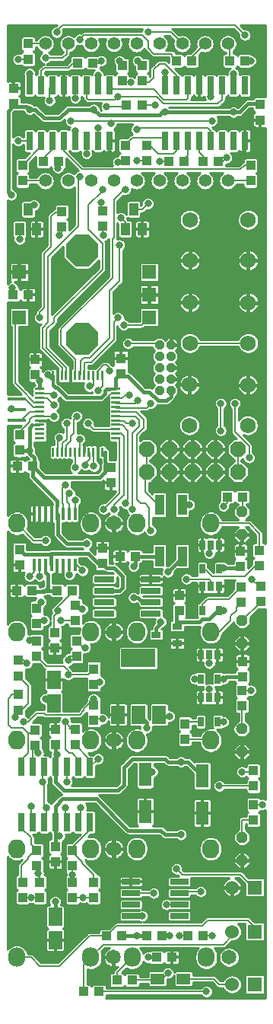
<source format=gtl>
G04 DipTrace 3.1.0.0*
G04 working.GTL*
%MOIN*%
G04 #@! TF.FileFunction,Copper,L1,Top*
G04 #@! TF.Part,Single*
%AMOUTLINE0*
4,1,4,
-0.027559,0.051181,
-0.027559,-0.051181,
0.027559,-0.051181,
0.027559,0.051181,
-0.027559,0.051181,
0*%
%AMOUTLINE3*
4,1,4,
0.019685,-0.021654,
-0.019685,-0.021654,
-0.019685,0.021654,
0.019685,0.021654,
0.019685,-0.021654,
0*%
%AMOUTLINE6*
4,1,4,
0.029528,-0.03937,
0.029528,0.03937,
-0.029528,0.03937,
-0.029528,-0.03937,
0.029528,-0.03937,
0*%
%AMOUTLINE9*
4,1,4,
0.021654,0.019685,
0.021654,-0.019685,
-0.021654,-0.019685,
-0.021654,0.019685,
0.021654,0.019685,
0*%
%AMOUTLINE12*
4,1,4,
-0.019685,0.021654,
0.019685,0.021654,
0.019685,-0.021654,
-0.019685,-0.021654,
-0.019685,0.021654,
0*%
%AMOUTLINE15*
4,1,4,
0.029528,0.023622,
-0.029528,0.023622,
-0.029528,-0.023622,
0.029528,-0.023622,
0.029528,0.023622,
0*%
%AMOUTLINE18*
4,1,4,
0.0295,0.0395,
-0.0295,0.0395,
-0.0295,-0.0395,
0.0295,-0.0395,
0.0295,0.0395,
0*%
%AMOUTLINE21*
4,1,4,
0.075,0.0395,
-0.075,0.0395,
-0.075,-0.0395,
0.075,-0.0395,
0.075,0.0395,
0*%
%AMOUTLINE24*
4,1,4,
0.013,0.04,
-0.013,0.04,
-0.013,-0.04,
0.013,-0.04,
0.013,0.04,
0*%
%AMOUTLINE27*
4,1,4,
-0.007,0.028,
-0.007,-0.028,
0.007,-0.028,
0.007,0.028,
-0.007,0.028,
0*%
%AMOUTLINE30*
4,1,4,
-0.043307,0.011811,
-0.043307,-0.011811,
0.043307,-0.011811,
0.043307,0.011811,
-0.043307,0.011811,
0*%
%AMOUTLINE33*
4,1,4,
-0.013,-0.04,
0.013,-0.04,
0.013,0.04,
-0.013,0.04,
-0.013,-0.04,
0*%
%AMOUTLINE36*
4,1,4,
0.011811,-0.021654,
-0.011811,-0.021654,
-0.011811,0.021654,
0.011811,0.021654,
0.011811,-0.021654,
0*%
%AMOUTLINE39*
4,1,4,
-0.011811,0.021654,
0.011811,0.021654,
0.011811,-0.021654,
-0.011811,-0.021654,
-0.011811,0.021654,
0*%
%AMOUTLINE42*
4,1,16,
0.0375,0.005,
0.033786,0.02127,
0.023381,0.034319,
0.008345,0.04156,
-0.008345,0.04156,
-0.023381,0.034319,
-0.033786,0.02127,
-0.0375,0.005,
-0.0375,-0.005,
-0.033786,-0.02127,
-0.023381,-0.034319,
-0.008345,-0.04156,
0.008345,-0.04156,
0.023381,-0.034319,
0.033786,-0.02127,
0.0375,-0.005,
0.0375,0.005,
0*%
%AMOUTLINE45*5,1,8,0,0,0.074,-202.499184*%
%AMOUTLINE48*5,1,8,0,0,0.044,67.501073*%
%AMOUTLINE51*5,1,8,0,0,0.052001,-67.499372*%
%AMOUTLINE54*
4,1,4,
-0.03937,-0.011811,
-0.03937,0.011811,
0.03937,0.011811,
0.03937,-0.011811,
-0.03937,-0.011811,
0*%
%AMOUTLINE57*
4,1,4,
0.019685,0.027559,
-0.019685,0.027559,
-0.019685,-0.027559,
0.019685,-0.027559,
0.019685,0.027559,
0*%
%AMOUTLINE60*
4,1,4,
-0.021654,-0.019685,
-0.021654,0.019685,
0.021654,0.019685,
0.021654,-0.019685,
-0.021654,-0.019685,
0*%
%AMOUTLINE63*5,1,8,0,0,0.150237,-67.499867*%
%AMOUTLINE66*
4,1,4,
0.019685,-0.005,
0.019685,0.005,
-0.019685,0.005,
-0.019685,-0.005,
0.019685,-0.005,
0*%
%AMOUTLINE69*
4,1,4,
0.005,-0.019685,
0.005,0.019685,
-0.005,0.019685,
-0.005,-0.019685,
0.005,-0.019685,
0*%
G04 #@! TA.AperFunction,CopperBalancing*
%ADD13C,0.015*%
%ADD14C,0.01*%
G04 #@! TA.AperFunction,Conductor*
%ADD15C,0.014*%
%ADD16C,0.007*%
G04 #@! TA.AperFunction,CopperBalancing*
%ADD17C,0.013*%
%ADD22R,0.03937X0.043307*%
%ADD23R,0.03937X0.086614*%
G04 #@! TA.AperFunction,ComponentPad*
%ADD25C,0.056*%
%ADD29R,0.041339X0.025591*%
G04 #@! TA.AperFunction,ComponentPad*
%ADD31C,0.065*%
%ADD32O,0.075X0.085*%
%ADD33R,0.06X0.06*%
%ADD34C,0.06*%
%ADD36R,0.043307X0.03937*%
G04 #@! TA.AperFunction,ComponentPad*
%ADD37R,0.05937X0.05937*%
%ADD38C,0.069*%
%ADD39R,0.07874X0.015748*%
G04 #@! TA.AperFunction,ViaPad*
%ADD40C,0.031496*%
%ADD75OUTLINE0*%
%ADD78OUTLINE3*%
%ADD81OUTLINE6*%
%ADD84OUTLINE9*%
%ADD87OUTLINE12*%
%ADD90OUTLINE15*%
%ADD93OUTLINE18*%
%ADD96OUTLINE21*%
%ADD99OUTLINE24*%
%ADD102OUTLINE27*%
%ADD105OUTLINE30*%
%ADD108OUTLINE33*%
%ADD111OUTLINE36*%
%ADD114OUTLINE39*%
G04 #@! TA.AperFunction,ComponentPad*
%ADD117OUTLINE42*%
%ADD120OUTLINE45*%
%ADD123OUTLINE48*%
%ADD126OUTLINE51*%
%ADD129OUTLINE54*%
%ADD132OUTLINE57*%
%ADD135OUTLINE60*%
G04 #@! TA.AperFunction,ComponentPad*
%ADD138OUTLINE63*%
%ADD141OUTLINE66*%
%ADD144OUTLINE69*%
%FSLAX26Y26*%
G04*
G70*
G90*
G75*
G01*
G04 Top*
%LPD*%
X1104000Y4411000D2*
D13*
Y4469000D1*
Y4294000D2*
X1404000D1*
Y4462749D2*
Y4411000D1*
Y4294000D2*
X1429000D1*
X1466500Y4331500D1*
X1516500D1*
X1520535Y4327465D1*
X810251Y4411000D2*
Y4456500D1*
X791500Y4306500D2*
X679000D1*
X641500Y4269000D1*
X572751D1*
X535251Y4306500D1*
X510251D1*
Y4462749D2*
Y4411000D1*
X441500Y4331500D2*
Y4319000D1*
X497751D1*
X510251Y4306500D1*
X1104000Y4294000D2*
X1091500D1*
X1079000Y4281500D1*
X816500D1*
X791500Y4306500D1*
X888646Y3081500D2*
D14*
Y3094000D1*
D13*
Y3128646D1*
X910251Y3150251D1*
X554000Y3081500D2*
D14*
Y3094000D1*
D13*
Y3119000D1*
Y3125251D1*
X535251Y3144000D1*
X613055Y3140555D2*
D14*
Y3100251D1*
X610249D1*
Y3125251D1*
D13*
X591500Y3144000D1*
X441500Y4331500D2*
Y4325249D1*
X416500Y4300249D1*
Y3944000D1*
X429000Y3931500D1*
X435249Y3525249D2*
Y3495822D1*
X437071Y3494000D1*
X510249Y2812751D2*
X468320D1*
X466500Y2814571D1*
X510249Y2812751D2*
Y2800251D1*
X529000Y2781500D1*
Y2750251D1*
X522749Y2744000D1*
X829591Y2805909D2*
D14*
X842091D1*
D13*
Y2762159D1*
X866500Y2737749D1*
X632000Y2536751D2*
D15*
Y2572251D1*
D13*
Y2591000D1*
X522749Y2700251D1*
Y2744000D1*
X1016500Y1394000D2*
Y1375251D1*
X1047749Y1406500D1*
X1022751Y1600249D2*
Y1621499D1*
X987749Y1656500D1*
X866500Y2737749D2*
X854001D1*
X841500Y2750251D1*
Y2719000D1*
X816500Y2694000D1*
X572749D1*
X522749Y2744000D1*
X888646Y3081500D2*
D14*
X861461D1*
D13*
X847751D1*
X841500Y3075249D1*
Y3062751D1*
X822749Y3044000D1*
X672751D1*
X629000Y3087751D1*
X622749D1*
X613055Y3097445D1*
Y3100251D1*
X1129001Y3075249D2*
Y3050251D1*
X1110249Y3031500D1*
X1072749D1*
X1035249Y3069000D1*
X1010251D1*
X941500Y3137751D1*
X922751D1*
X910251Y3150251D1*
X760251Y2406500D2*
X672749D1*
X635249Y2444000D1*
Y2533501D1*
D15*
X632000Y2536751D1*
X1024571Y687751D2*
D13*
X914680D1*
X979000D1*
X1004000Y775249D2*
X953902D1*
X1029000Y594000D2*
X1066500D1*
X554000Y2924020D2*
D14*
X521520D1*
D13*
X510249Y2912749D1*
Y2812751D1*
X836776Y2200249D2*
X903999D1*
X916500Y2212751D1*
Y2262751D1*
X879000Y2300249D1*
X847751D1*
X829000Y2319000D1*
X810251D1*
X766500Y2362751D1*
X604000D1*
Y2359463D1*
Y2314751D1*
D15*
X606000Y2312751D1*
X604000Y2359463D2*
D13*
X486717D1*
X466500Y2379680D1*
X1335249Y1625201D2*
X1360249D1*
Y1812749D2*
X1335298D1*
X1335249Y1812701D1*
X1360249Y2112749D2*
X1341549D1*
X1341500Y2112701D1*
X1360249Y2300249D2*
X1347798D1*
X1341500Y2293951D1*
X1360249Y2300249D2*
X1428999D1*
X1435249Y2306500D1*
X1155969Y2043803D2*
X1154000Y2067127D1*
Y2100251D1*
X1166500Y2112751D1*
X1443715Y1823035D2*
X1370535D1*
X1360249Y1812749D1*
X1341500Y2112701D2*
X1335201D1*
X1297751Y2075251D1*
X1266500D1*
X1254000Y2062751D1*
X1158377D1*
X1154000Y2067127D1*
X529000Y2312751D2*
D16*
Y2281501D1*
X510249Y2262751D1*
Y1981500D2*
X539680D1*
X541500Y1979680D1*
Y2123429D2*
Y2131500D1*
X560249Y2150249D1*
X554000Y2262751D2*
Y2311751D1*
X555000Y2312751D1*
X710249Y2135929D2*
X724571D1*
X741500Y2119000D1*
X685249Y2269000D2*
Y2310500D1*
X683000Y2312751D1*
X709000D2*
Y2320251D1*
X741500Y2287751D1*
X754000Y1950249D2*
X741500D1*
Y1954680D1*
X716500Y1979680D1*
X657000Y2536751D2*
Y2578500D1*
X654000Y2581500D1*
Y2650251D1*
X666500Y2662751D1*
X929000Y2581500D2*
Y2587749D1*
X941500Y2600249D1*
Y2900251D1*
X916501Y2925249D1*
X889875D1*
X888646Y2924020D1*
X683000Y2536751D2*
Y2577501D1*
X672751Y2587751D1*
Y2612751D1*
X685249Y2625249D1*
X879000Y2556500D2*
Y2575251D1*
X922749Y2619000D1*
Y2875251D1*
X910249Y2887751D1*
X891747D1*
X888646Y2884650D1*
Y2864965D2*
X904000D1*
Y2625249D1*
X835251Y2556500D1*
X710249Y2594000D2*
Y2538000D1*
X709000Y2536751D1*
X829000Y3794000D2*
Y3762749D1*
X835249Y3756500D1*
X904000Y3712751D2*
Y3556501D1*
X860249Y3512751D1*
Y3306499D1*
X772751Y3219000D1*
X747751D1*
X735249Y3206499D1*
Y3144639D1*
X731165Y3140555D1*
X750850D2*
Y3197100D1*
X754000Y3200249D1*
X779000D1*
X879000Y3300249D1*
Y3375249D1*
X897751Y3394000D1*
X554000D2*
Y3419000D1*
X572749Y3437749D1*
Y3675251D1*
X604000Y3706500D1*
Y3837751D1*
X622749Y3856500D1*
X649570D1*
X651785Y3858715D1*
X710251Y4411000D2*
Y4356500D1*
X691500Y4256500D2*
X866500D1*
X1310249D1*
X1304000Y4362749D2*
Y4411000D1*
X672110Y3140555D2*
Y3175890D1*
X585249Y3262751D1*
Y3344000D1*
X616500Y3375249D1*
Y3394000D1*
X829000Y3606500D1*
Y3719000D1*
X766500Y3781500D1*
Y3887749D1*
X829000Y3950249D1*
Y3956500D1*
X866500Y4244000D2*
Y4256500D1*
X1354000Y4411000D2*
Y4350249D1*
X1335251Y4331500D1*
X1097751D1*
X1066500Y4362751D1*
X897752D1*
X885251Y4350249D1*
X766501D1*
X760251Y4356500D1*
Y4411000D1*
X711480Y3140555D2*
Y3211520D1*
X647749Y3275251D1*
Y3344000D1*
X872749Y3569000D1*
Y3737749D1*
X879000Y3744000D1*
Y3912751D1*
X929000Y3962751D1*
Y3956500D1*
X652425Y3140555D2*
Y3176825D1*
X566500Y3262751D1*
Y3350249D1*
X591500Y3375249D1*
Y3662749D1*
X722751Y3794000D1*
Y4006501D1*
X729000Y4012751D1*
X597751Y4344000D2*
Y4398500D1*
X610251Y4411000D1*
X554000Y3061815D2*
X611185D1*
X616500Y3056500D1*
X922751Y3362751D2*
X1000850D1*
X1035249Y3397150D1*
X554000Y3042130D2*
X587121D1*
X616500Y3012751D1*
X554000Y3022445D2*
X531806D1*
X472751Y3081500D1*
X474894D1*
X447749Y3108644D1*
Y3380516D1*
X464383Y3397150D1*
X1297848Y1919000D2*
Y1881500D1*
X754000Y2750251D2*
Y2756500D1*
X772751Y2775251D1*
Y2803694D1*
X770535Y2805909D1*
X1297848Y1731500D2*
Y1768902D1*
X791500Y2744000D2*
Y2804630D1*
X790220Y2805909D1*
X1304098Y2219000D2*
Y2243900D1*
X1297749Y2250249D1*
X1197749D1*
X710249Y2737751D2*
Y2804678D1*
X711480Y2805909D1*
X1304098Y2400251D2*
Y2369098D1*
X1297751Y2362751D1*
X729000Y2862751D2*
Y2808075D1*
X731165Y2805909D1*
X691795Y3140555D2*
Y3193705D1*
X654000Y3231500D1*
X888646Y3061815D2*
X865566D1*
X822751Y3019000D1*
X785249D1*
X779000Y3012751D1*
X429000Y2994000D2*
X451507D1*
X454001Y2991505D1*
X810249Y3075249D2*
X829000Y3094000D1*
Y3139965D1*
X829591Y3140555D1*
X809906D2*
Y3162406D1*
X835251Y3187751D1*
X847749D1*
X860249Y3175251D1*
Y3162751D1*
X772749Y3094000D2*
Y3081499D1*
X791500Y3100249D1*
Y3139276D1*
X790220Y3140555D1*
X947751Y3056500D2*
X929000D1*
X914630Y3042130D1*
X888646D1*
X1376785Y2610535D2*
Y2585535D1*
X1360249Y2569000D1*
X1472749Y2781501D2*
Y2831500D1*
X1410249Y2894000D1*
Y3019000D1*
X985249Y3031500D2*
X972749Y3019000D1*
X892091D1*
X888646Y3022445D1*
X1522749Y2219000D2*
X1516499D1*
X1485249Y2250249D1*
X1347749Y2900251D2*
Y3018999D1*
X1041500D2*
X1022751Y3000249D1*
X891156D1*
X888646Y3002760D1*
X1441500Y1762749D2*
X1478999D1*
X960251Y2931500D2*
X935251D1*
X923046Y2943705D1*
X888646D1*
X1491500Y1262749D2*
X1529000D1*
X766500Y2931500D2*
X791500Y2906500D1*
X886480D1*
X888646Y2904335D1*
Y2983075D2*
X977424D1*
X1010249Y2950249D1*
Y2912749D1*
X979000Y2881500D1*
Y2600251D1*
X997751Y2581500D1*
X1016500D1*
X1035249Y2562751D1*
Y2469001D1*
X1041500Y2462751D1*
X1054000Y875249D2*
X953902D1*
X1091500Y687751D2*
X1122749D1*
X1497751Y900249D2*
X1491500D1*
X1435249Y956500D1*
X1179000D1*
X1154000Y981500D1*
X888646Y2963390D2*
X935890D1*
X935251Y2962751D1*
X972749D1*
X991500Y2944000D1*
Y2919000D1*
X960249Y2887749D1*
Y2556500D1*
X1285249Y444000D2*
X814680D1*
X966598Y3869000D2*
X1004000D1*
X1029000Y3894000D1*
Y4644000D2*
X1129000D1*
X1179000Y4594000D1*
X554000Y923429D2*
Y956501D1*
X547751Y962751D1*
X516500Y1256500D2*
Y1194000D1*
X525000Y1185500D1*
X541500Y995820D2*
Y969001D1*
X547751Y962751D1*
X710249Y2069000D2*
X647749D1*
X504098Y3869000D2*
X510249D1*
X529000Y3887751D1*
X579000Y4531500D2*
X654001D1*
X672751Y4550249D1*
Y4587751D1*
X679000Y4594000D1*
X929197Y3782386D2*
Y3812554D1*
X910251Y3831500D1*
X822751Y3900249D2*
Y3867178D1*
X829000Y3860929D1*
X651785Y3791786D2*
Y3766785D1*
X641500Y3756500D1*
X466500Y3737751D2*
Y3782189D1*
X466697Y3782386D1*
X960249Y494000D2*
X1064825D1*
X1071076Y500251D1*
X1091500D1*
X1116500Y525249D1*
X1166500Y687751D2*
X1204000D1*
X1110251Y825249D2*
X1166500D1*
X893320Y494000D2*
Y527571D1*
X959749Y594000D1*
X747751Y444000D2*
Y563251D1*
X778500Y594000D1*
X1397751Y706500D2*
Y687751D1*
X1360249Y650249D1*
X834749D1*
X778500Y594000D1*
X1220929Y4519000D2*
Y4535929D1*
X1279000Y4594000D1*
X1397751Y475249D2*
X1341500D1*
X1316500Y500249D1*
X1185249D1*
X1260249Y881500D2*
X1172751D1*
X1166500Y875249D1*
X847751Y687751D2*
X772751D1*
X641500Y556500D1*
X554000D1*
X516500Y594000D1*
X453500D1*
X1497751Y706500D2*
Y725249D1*
X1466500Y756500D1*
X1291500D1*
X1266500Y731500D1*
X891500D1*
X847751Y687751D1*
X1260446Y1812701D2*
X1260396Y1812751D1*
X1235249D1*
X1441500Y1406500D2*
X1487071D1*
X1491500Y1410929D1*
X787465Y4510535D2*
X814286D1*
X822751Y4519000D1*
X579000Y4594000D2*
X504000D1*
X479000Y3994000D2*
X579000D1*
X635249Y4050249D2*
X637465Y4077465D1*
X1379000Y3994000D2*
X1479000D1*
X1387071Y4519000D2*
Y4585929D1*
X1379000Y4594000D1*
X1002180Y4325249D2*
X1060249D1*
X1004000Y4498429D2*
X1005820D1*
X985249Y4519000D1*
X897749Y4075249D2*
X929000D1*
Y4081500D1*
X979000D2*
X1022749D1*
X1120535Y4077465D2*
X1079000D1*
X1337465D2*
X1356215D1*
X1372751Y4094000D1*
X916500Y4498429D2*
X924571D1*
X904000Y4519000D1*
X1260446Y1625201D2*
X1199521D1*
X1191500Y1617180D1*
X810251Y4169000D2*
Y4225251D1*
X847749Y4319000D2*
X929001D1*
X935251Y4325249D1*
X1204000Y4411000D2*
Y4356499D1*
X1197751Y4350249D1*
X1097751D1*
X1054000Y4394000D1*
X877251D1*
X860251Y4411000D1*
X720535Y4510535D2*
X701785D1*
X679000Y4487751D1*
X572752D1*
X560251Y4475249D1*
Y4411000D1*
X510251Y4169000D2*
X460251D1*
Y4525249D2*
X502178D1*
X504000Y4527071D1*
X479000Y4060929D2*
Y4062749D1*
X560251Y4144000D1*
Y4169000D1*
X570535Y4077465D2*
Y4091785D1*
X610251Y4131500D1*
Y4169000D1*
X1479000Y4060929D2*
X1452178D1*
X1435249Y4044000D1*
X741501D1*
X660251Y4125251D1*
Y4169000D1*
X710251D2*
Y4212751D1*
X629000Y4644000D2*
X622751D1*
X654000Y4675249D1*
X1410251D1*
X1454000Y4631500D1*
X1479000Y4519000D2*
X1454000D1*
X760251Y4169000D2*
Y4112751D1*
X729000Y4612751D2*
X747749Y4631500D1*
X1004000D1*
X1029000Y4606500D1*
Y4575249D1*
X1054000Y4550249D1*
X1135249D1*
Y4537751D1*
X1154000Y4519000D1*
Y4411000D2*
Y4456500D1*
X1104000Y4506500D1*
X1079000D1*
X1054000Y4481500D1*
Y4443999D1*
X1035251Y4425249D1*
X1010251D1*
X1004000Y4431500D1*
X929000Y4148429D2*
Y4144000D1*
X941500D1*
X935249Y4150251D1*
Y4156499D1*
X960251Y4181500D1*
X1091500D1*
X1104000Y4169000D1*
X1022749Y4148429D2*
X1037071D1*
X1072749Y4112751D1*
X1141500D1*
X1154000Y4125251D1*
Y4169000D1*
X1187465Y4077465D2*
Y4089965D1*
X1204000Y4106500D1*
Y4169000D1*
X1270535Y4077465D2*
Y4102465D1*
X1254000Y4119000D1*
Y4169000D1*
X1304000D2*
Y4212751D1*
X1291500Y4225251D1*
X985251D1*
X979000Y4219000D1*
X954000Y4425249D2*
X910249D1*
X916500Y4431500D1*
X1437465Y2214965D2*
X1385251Y2162751D1*
X1291500D1*
X1266500Y2137751D1*
Y2112898D1*
X1266697Y2112701D1*
X1516500Y2308320D2*
X1499570D1*
X1454000Y2262751D1*
X1310249D1*
X1285249Y2287751D1*
X1272898D1*
X1266697Y2293951D1*
X775000Y1427500D2*
Y1460500D1*
X710249Y1525251D1*
X775000Y1427500D2*
X810249Y1462749D1*
X829000Y1637749D2*
X795929D1*
X791500Y1633320D1*
X1516500Y2375249D2*
Y2450249D1*
X1472749Y2494000D1*
X1304499D1*
X475000Y1427500D2*
Y1458751D1*
X504000Y1487751D1*
Y1575251D1*
X479000Y1600249D1*
X429000D1*
X416500Y1612751D1*
Y1725249D1*
X435251Y1744000D1*
X460249D1*
X504000Y1575251D2*
X522752D1*
X535251Y1587749D1*
X475000Y1185500D2*
Y1160500D1*
X516500Y1119000D1*
Y1087749D1*
X541500Y1062749D1*
X535249D1*
X504000Y1031500D1*
Y1025249D1*
X472751Y994000D1*
Y929678D1*
X479000Y923429D1*
X697749Y1060929D2*
Y1075249D1*
X766500Y1144000D1*
Y1177000D1*
X775000Y1185500D1*
X791500Y923429D2*
Y956500D1*
X741500Y1006500D1*
Y1012749D1*
X697749Y1056500D1*
Y1060929D1*
X791500Y1700249D2*
Y1725249D1*
X816500Y1800249D2*
X791500D1*
Y1789570D1*
X485249Y1625251D2*
X504001D1*
X541501Y1662751D1*
X572749D1*
X579000Y1656500D1*
X729001D1*
X747751Y1675249D1*
Y1681500D1*
X791500Y1725249D1*
X1443714Y2610535D2*
Y2546214D1*
X1441500Y2544000D1*
X554000Y856500D2*
X518745D1*
X479000D1*
X1422748Y2719000D2*
Y2819000D1*
X1210249Y2575249D2*
X1179196D1*
X1179000Y2575054D1*
X697749Y856500D2*
X745025D1*
X791500D1*
X579000Y2419000D2*
X528500D1*
X453500Y2494000D1*
X697749Y923429D2*
Y956500D1*
X735249Y1250249D2*
Y1195749D1*
X725000Y1185500D1*
X697749Y956500D2*
Y994000D1*
X679000Y1894000D2*
Y1912751D1*
X716500D1*
X460249Y1894000D2*
X485251D1*
X497749Y1881500D1*
X572751Y2069000D2*
X554000D1*
X541500Y2056500D1*
X547749Y1487751D2*
X535251D1*
Y1520820D1*
X525000Y1427500D2*
Y1510570D1*
X535251Y1520820D1*
X725000Y1427500D2*
Y1460501D1*
X697751Y1487751D1*
X685249D1*
X666500Y1506500D1*
Y1625249D1*
X691500Y1600249D1*
X685251Y1594000D1*
X708429D1*
X710249Y1592180D1*
X679000Y1831500D2*
X766501D1*
X791500Y1856499D1*
X679000Y1831500D2*
Y1850249D1*
X660249Y1869000D1*
X585251D1*
X541500Y1912751D1*
X447749Y1644000D2*
Y1650249D1*
Y1689571D1*
X460249Y1677071D1*
X447749Y1650249D2*
X504000Y1706500D1*
Y1783320D1*
X460249Y1827071D1*
X1022748Y2719000D2*
Y2819000D1*
X1079000Y2575054D2*
X1072946D1*
X1016500Y2631500D1*
Y2712752D1*
X1022748Y2719000D1*
X1522749Y2152071D2*
Y2150249D1*
X1441500Y2069000D1*
Y1695820D2*
Y1619000D1*
X1416500Y1594000D1*
X1441500D1*
Y1119000D2*
Y1195820D1*
X1491500D1*
X554000Y3002760D2*
X526491D1*
X491500Y3037751D1*
X455262D1*
X454001Y3039012D1*
X554000Y2983075D2*
X518075D1*
X516500Y2981500D1*
X510249D1*
X472748Y2943999D1*
X454001D1*
X1304499Y2019000D2*
X1341500D1*
X1391500Y2069000D1*
Y2087751D1*
X1416500Y2112751D1*
Y2127071D1*
X1437465Y2148035D1*
X1191500Y1550251D2*
X1298248D1*
X1304499Y1544000D1*
X1341500Y1344000D2*
X1491500D1*
X1310249Y687751D2*
X1270929D1*
X554000Y2963390D2*
X523390D1*
X510249Y2950249D1*
Y2937749D1*
X454000Y2881500D1*
X466500D1*
X554000Y2963390D2*
X615861D1*
X616500Y2962751D1*
X941500Y3281500D2*
X1072751D1*
X1079001Y3275249D1*
X672749Y2931500D2*
Y2862749D1*
X654000Y2844000D1*
Y2807484D1*
X652425Y2805909D1*
X672110D2*
Y2837110D1*
X691500Y2856500D1*
Y2875251D1*
X704000Y2887751D1*
Y2950249D1*
X716500Y2962749D1*
X1212465Y3283370D2*
X1468370D1*
X632740Y2805909D2*
Y2860240D1*
X641500Y2869000D1*
X972749Y2350249D2*
D13*
Y2312749D1*
X966500Y2306500D1*
Y2169000D2*
X985249D1*
X1004000Y2150249D1*
X1041500D1*
X1065417Y2006402D2*
Y2036667D1*
X1091500Y2062749D1*
X1085249D1*
X1122751Y1650251D2*
X1083999D1*
X1077749Y1656500D1*
X1172751Y1450249D2*
X1204001D1*
X1266500Y1387751D1*
X1172751Y1450249D2*
X1116501D1*
X1104000Y1462751D1*
X960251D1*
X922749Y1425249D1*
Y1350249D1*
X897751Y1325251D1*
X660249D1*
X622749Y1362751D1*
Y1429751D1*
X625000Y1427500D1*
X1079000Y2350251D2*
X972749Y2350249D1*
X625000Y1427500D2*
Y1481500D1*
Y1523001D1*
X622751Y1525251D1*
X616500Y1706500D2*
X597751D1*
X579000Y1725251D1*
X629000Y1481500D2*
X625000D1*
X1179000Y2350251D2*
X1172749D1*
Y2337749D1*
X1116500Y2281500D1*
X1172749Y1131500D2*
X1103999D1*
X1085249Y1150249D1*
X941501D1*
X804000Y1287751D1*
X654001D1*
X622749Y1256499D1*
Y1183249D1*
X625000Y1185500D1*
Y1125249D1*
Y1081929D1*
X622751Y1079680D1*
Y771362D2*
Y837749D1*
X641500Y1125249D2*
X625000D1*
X581000Y2312751D2*
D15*
Y2279500D1*
D13*
X591500Y2269000D1*
Y2212749D1*
X572751Y2194000D1*
X562421D1*
X527178D1*
X520929Y2200249D1*
X630820D2*
X568671D1*
X562421Y2194000D1*
X675000Y1427500D2*
D16*
Y1365000D1*
X672751Y1362751D1*
X566500D2*
Y1419000D1*
X575000Y1427500D1*
Y1185500D2*
X585249D1*
Y1250251D1*
X575000D1*
Y1354251D1*
X566500Y1362751D1*
X666500Y1250251D2*
Y1177000D1*
X675000Y1185500D1*
X620535Y2014965D2*
X616500D1*
Y2087749D1*
X635249Y2106500D1*
Y2112751D1*
X620535D1*
Y2116785D1*
X704000Y2200249D1*
X697749D1*
D40*
X1104000Y4469000D3*
Y4294000D3*
X1404000D3*
Y4462749D3*
X810251Y4456500D3*
X791500Y4306500D3*
X510251D3*
Y4462749D3*
X1104000Y4294000D3*
X791500Y4306500D3*
X591500Y3144000D3*
X554000Y3119000D3*
X429000Y3931500D3*
X435249Y3525249D3*
X554000Y3119000D3*
X510249Y2812751D3*
X554000Y3119000D3*
X510249Y2812751D3*
X1047749Y1406500D3*
X1022751Y1600249D3*
X760251Y2406500D3*
X979000Y687751D3*
X1004000Y775249D3*
X1029000Y594000D3*
X979000Y687751D3*
X1047749Y1406500D3*
X510249Y2812751D3*
X1360249Y1625201D3*
Y1812749D3*
Y2112749D3*
Y2300249D3*
D3*
Y1812749D3*
X510249Y2262751D3*
Y1981500D3*
X560249Y2150249D3*
X554000Y2262751D3*
X741500Y2119000D3*
X685249Y2269000D3*
X741500Y2287751D3*
X754000Y1950249D3*
X666500Y2662751D3*
X929000Y2581500D3*
X685249Y2625249D3*
X879000Y2556500D3*
X835251D3*
X710249Y2594000D3*
X835249Y3756500D3*
X904000Y3712751D3*
X897751Y3394000D3*
X554000D3*
X710251Y4356500D3*
X691500Y4256500D3*
X1310249D3*
X1304000Y4362749D3*
X829000Y3956500D3*
X866500Y4244000D3*
X929000Y3956500D3*
X897752Y4362751D3*
X729000Y4012751D3*
X597751Y4344000D3*
X616500Y3056500D3*
X922751Y3362751D3*
X616500Y3012751D3*
X1297848Y1881500D3*
X754000Y2750251D3*
X1297848Y1768902D3*
X791500Y2744000D3*
X1197749Y2250249D3*
X710249Y2737751D3*
X1297751Y2362751D3*
X729000Y2862751D3*
X810249Y3075249D3*
X860249Y3162751D3*
X772749Y3094000D3*
X947751Y3056500D3*
X1360249Y2569000D3*
X1472749Y2781501D3*
X1410249Y3019000D3*
X985249Y3031500D3*
X1485249Y2250249D3*
X1347749Y2900251D3*
Y3018999D3*
X1041500D3*
X1478999Y1762749D3*
X960251Y2931500D3*
X1529000Y1262749D3*
X766500Y2931500D3*
X1041500Y2462751D3*
X1054000Y875249D3*
X1122749Y687751D3*
X1154000Y981500D3*
X960249Y2556500D3*
X1285249Y444000D3*
X1029000Y3894000D3*
Y4644000D3*
X547751Y962751D3*
X516500Y1256500D3*
X647749Y2069000D3*
X529000Y3887751D3*
X579000Y4531500D3*
X910251Y3831500D3*
X822751Y3900249D3*
X641500Y3756500D3*
X466500Y3737751D3*
X1116500Y525249D3*
X1166500Y687751D3*
X1110251Y825249D3*
X1260249Y881500D3*
X1235249Y1812751D3*
X1441500Y1406500D3*
X822751Y4519000D3*
X635249Y4050249D3*
X1060249Y4325249D3*
X985249Y4519000D3*
X897749Y4075249D3*
X979000Y4081500D3*
X1079000Y4077465D3*
X1372751Y4094000D3*
X904000Y4519000D3*
X810251Y4225251D3*
X847749Y4319000D3*
X460251Y4169000D3*
Y4525249D3*
X710251Y4212751D3*
X629000Y4644000D3*
X1454000Y4631500D3*
X1479000Y4519000D3*
X760251Y4112751D3*
X729000Y4612751D3*
X979000Y4219000D3*
X954000Y4425249D3*
X810249Y1462749D3*
X829000Y1637749D3*
X791500Y1725249D3*
X816500Y1800249D3*
X485249Y1625251D3*
X518745Y856500D3*
X1210249Y2575249D3*
X579000Y2419000D3*
X745025Y856500D3*
X697749Y956500D3*
X735249Y1250249D3*
X679000Y1894000D3*
X497749Y1881500D3*
X572751Y2069000D3*
X547749Y1487751D3*
X497749Y1881500D3*
X679000Y1831500D3*
X666500Y1625249D3*
X679000Y1831500D3*
X447749Y1644000D3*
X1341500Y1344000D3*
X1310249Y687751D3*
X616500Y2962751D3*
X941500Y3281500D3*
X672749Y2931500D3*
X716500Y2962749D3*
X641500Y2869000D3*
X966500Y2306500D3*
Y2169000D3*
X1085249Y2062749D3*
X1122751Y1650251D3*
X1085249Y2062749D3*
X1172751Y1450249D3*
D3*
X579000Y1725251D3*
X629000Y1481500D3*
X1116500Y2281500D3*
X1172749Y1131500D3*
X622751Y837749D3*
X641500Y1125249D3*
X672751Y1362751D3*
X566500D3*
D3*
X666500Y1250251D3*
X585249D3*
X635249Y2112751D3*
X672751Y1362751D3*
X779000Y3012751D3*
X429000Y2994000D3*
X585249Y2756500D3*
X810251Y2869000D3*
X560249Y2475251D3*
X810249Y2950251D3*
X1329000Y3100249D3*
X497751Y2631500D3*
X654000Y3231500D3*
X560249Y1800249D3*
X685251Y1687751D3*
X604000Y1312751D3*
X566500Y1631500D3*
X510249Y4244000D3*
X860249Y4112749D3*
X660249Y4350251D3*
X1254000Y4462751D3*
X429000Y4437751D3*
X1522751Y4212751D3*
X1447751Y4112751D3*
X666500Y3575251D3*
X415000Y4664131D2*
D14*
X608322D1*
X1444834D2*
X1543000D1*
X415000Y4654262D2*
X601799D1*
X656475D2*
X1001799D1*
X1142197D2*
X1407775D1*
X1471553D2*
X1543000D1*
X415000Y4644394D2*
X599846D1*
X658154D2*
X737463D1*
X1152080D2*
X1417639D1*
X1480029D2*
X1543000D1*
X415000Y4634525D2*
X601486D1*
X656514D2*
X710158D1*
X1161943D2*
X1425021D1*
X1482979D2*
X1543000D1*
X415000Y4624656D2*
X474807D1*
X533193D2*
X551682D1*
X1106318D2*
X1124885D1*
X1206318D2*
X1251682D1*
X1306318D2*
X1351682D1*
X1406318D2*
X1425705D1*
X1482295D2*
X1543000D1*
X415000Y4614787D2*
X470920D1*
X537080D2*
X543361D1*
X614639D2*
X643361D1*
X814639D2*
X843361D1*
X914639D2*
X943361D1*
X1114639D2*
X1134748D1*
X1214639D2*
X1243361D1*
X1314639D2*
X1343361D1*
X1414639D2*
X1430354D1*
X1477646D2*
X1543000D1*
X415000Y4604919D2*
X470920D1*
X618896D2*
X639104D1*
X818896D2*
X839104D1*
X918896D2*
X939104D1*
X1118896D2*
X1139104D1*
X1218896D2*
X1239104D1*
X1318896D2*
X1339104D1*
X1418896D2*
X1443732D1*
X1464268D2*
X1543000D1*
X415000Y4595050D2*
X470920D1*
X620381D2*
X637619D1*
X820381D2*
X837619D1*
X920381D2*
X937619D1*
X1120381D2*
X1137619D1*
X1220381D2*
X1237619D1*
X1320381D2*
X1337619D1*
X1420381D2*
X1543000D1*
X415000Y4585181D2*
X470920D1*
X619424D2*
X638576D1*
X819424D2*
X838576D1*
X919424D2*
X938576D1*
X1119424D2*
X1138576D1*
X1219424D2*
X1238576D1*
X1319424D2*
X1338576D1*
X1419424D2*
X1543000D1*
X415000Y4575312D2*
X470920D1*
X537080D2*
X542180D1*
X615811D2*
X642189D1*
X715811D2*
X742189D1*
X815811D2*
X842189D1*
X915811D2*
X942189D1*
X1115811D2*
X1142189D1*
X1215811D2*
X1236838D1*
X1315811D2*
X1342189D1*
X1415811D2*
X1543000D1*
X415000Y4565444D2*
X473029D1*
X534971D2*
X549416D1*
X608584D2*
X649416D1*
X708584D2*
X749416D1*
X808584D2*
X849416D1*
X908584D2*
X949416D1*
X1008584D2*
X1015510D1*
X1140889D2*
X1149416D1*
X1208584D2*
X1226975D1*
X1308584D2*
X1349416D1*
X1408584D2*
X1543000D1*
X415000Y4555575D2*
X472990D1*
X535010D2*
X563420D1*
X594580D2*
X654611D1*
X692471D2*
X765529D1*
X792471D2*
X865529D1*
X892471D2*
X965529D1*
X992471D2*
X1025197D1*
X1151221D2*
X1165529D1*
X1192471D2*
X1217111D1*
X1292471D2*
X1365529D1*
X1403955D2*
X1543000D1*
X415000Y4545706D2*
X439924D1*
X537080D2*
X553693D1*
X688975D2*
X812854D1*
X832646D2*
X894104D1*
X913896D2*
X975354D1*
X995146D2*
X1035080D1*
X1254170D2*
X1354221D1*
X1488896D2*
X1543000D1*
X415000Y4535837D2*
X433166D1*
X537080D2*
X550197D1*
X681807D2*
X686832D1*
X846299D2*
X880451D1*
X927549D2*
X961701D1*
X1008799D2*
X1046311D1*
X1255967D2*
X1352033D1*
X1502549D2*
X1543000D1*
X415000Y4525969D2*
X431115D1*
X537080D2*
X550393D1*
X671943D2*
X685490D1*
X851025D2*
X875725D1*
X948076D2*
X956975D1*
X1035576D2*
X1118967D1*
X1255967D2*
X1352033D1*
X1507275D2*
X1543000D1*
X415000Y4516100D2*
X432639D1*
X537080D2*
X554436D1*
X658896D2*
X683889D1*
X851748D2*
X875002D1*
X949580D2*
X956252D1*
X1037080D2*
X1065139D1*
X1255967D2*
X1352033D1*
X1507998D2*
X1543000D1*
X415000Y4506231D2*
X438498D1*
X537080D2*
X565607D1*
X592393D2*
X674006D1*
X848838D2*
X877912D1*
X949580D2*
X959162D1*
X1037080D2*
X1055256D1*
X1255967D2*
X1352033D1*
X1505088D2*
X1543000D1*
X415000Y4496362D2*
X474865D1*
X533135D2*
X557893D1*
X840479D2*
X883420D1*
X949580D2*
X967521D1*
X1037080D2*
X1045393D1*
X1255615D2*
X1352385D1*
X1496729D2*
X1543000D1*
X415000Y4486493D2*
X494143D1*
X526377D2*
X548029D1*
X821709D2*
X883420D1*
X949580D2*
X970920D1*
X1147471D2*
X1387893D1*
X1420107D2*
X1543000D1*
X415000Y4476625D2*
X484768D1*
X535732D2*
X543420D1*
X691338D2*
X789572D1*
X830928D2*
X883420D1*
X949580D2*
X970920D1*
X1157334D2*
X1378518D1*
X1429482D2*
X1543000D1*
X415000Y4466756D2*
X481389D1*
X577139D2*
X783029D1*
X837471D2*
X888537D1*
X944463D2*
X976037D1*
X1031963D2*
X1037105D1*
X1167139D2*
X1375139D1*
X1432861D2*
X1543000D1*
X415000Y4456887D2*
X481721D1*
X948994D2*
X971506D1*
X1478896D2*
X1543000D1*
X415000Y4447018D2*
X483869D1*
X1480381D2*
X1543000D1*
X415000Y4437150D2*
X483869D1*
X1480381D2*
X1543000D1*
X472275Y4427281D2*
X483869D1*
X1480381D2*
X1543000D1*
X474580Y4417412D2*
X483869D1*
X1480381D2*
X1543000D1*
X474580Y4407543D2*
X483869D1*
X1480381D2*
X1543000D1*
X474580Y4397675D2*
X483869D1*
X1480381D2*
X1543000D1*
X474580Y4387806D2*
X483869D1*
X1480381D2*
X1543000D1*
X474580Y4377937D2*
X483869D1*
X1480381D2*
X1543000D1*
X470986Y4368068D2*
X484221D1*
X1480029D2*
X1543000D1*
X473506Y4358199D2*
X572443D1*
X623057D2*
X681154D1*
X1220889D2*
X1275217D1*
X1370889D2*
X1491428D1*
X474580Y4348331D2*
X568947D1*
X626572D2*
X682307D1*
X738193D2*
X745627D1*
X1218623D2*
X1278830D1*
X1370771D2*
X1454904D1*
X502842Y4338462D2*
X569162D1*
X626357D2*
X687639D1*
X732861D2*
X754846D1*
X1365674D2*
X1444338D1*
X528701Y4328593D2*
X573186D1*
X622314D2*
X705568D1*
X714927D2*
X773068D1*
X809932D2*
X820295D1*
X1355811D2*
X1434475D1*
X552158Y4318724D2*
X584357D1*
X611143D2*
X662092D1*
X1345693D2*
X1389553D1*
X1418447D2*
X1424592D1*
X562021Y4308856D2*
X652229D1*
X1472979D2*
X1487463D1*
X468135Y4298987D2*
X482131D1*
X571885D2*
X642365D1*
X1463115D2*
X1489514D1*
X437393Y4289118D2*
X487111D1*
X581748D2*
X632502D1*
X1453252D2*
X1489592D1*
X437393Y4279249D2*
X502209D1*
X518311D2*
X533381D1*
X1443330D2*
X1487463D1*
X437393Y4269381D2*
X543244D1*
X1336279D2*
X1389357D1*
X1418643D2*
X1487463D1*
X437393Y4259512D2*
X553107D1*
X1339229D2*
X1487463D1*
X437393Y4249643D2*
X567189D1*
X647061D2*
X663205D1*
X1338545D2*
X1487463D1*
X437393Y4239774D2*
X667854D1*
X895322D2*
X959006D1*
X1333896D2*
X1487463D1*
X437393Y4229906D2*
X681271D1*
X891865D2*
X952053D1*
X1320479D2*
X1491311D1*
X437393Y4220037D2*
X490627D1*
X529873D2*
X540627D1*
X579873D2*
X590627D1*
X629873D2*
X640627D1*
X882275D2*
X949865D1*
X1323623D2*
X1334377D1*
X1373623D2*
X1384377D1*
X1423623D2*
X1434377D1*
X1473623D2*
X1543000D1*
X437393Y4210168D2*
X483928D1*
X886592D2*
X951271D1*
X1480322D2*
X1543000D1*
X437393Y4200299D2*
X483869D1*
X886631D2*
X956955D1*
X1480381D2*
X1543000D1*
X886631Y4190430D2*
X945705D1*
X1480381D2*
X1543000D1*
X886631Y4180562D2*
X901701D1*
X1480381D2*
X1543000D1*
X886631Y4170693D2*
X895939D1*
X1480381D2*
X1543000D1*
X886631Y4160824D2*
X895920D1*
X1480381D2*
X1543000D1*
X886631Y4150955D2*
X895920D1*
X1480381D2*
X1543000D1*
X437393Y4141087D2*
X455627D1*
X464870D2*
X483869D1*
X886631D2*
X895920D1*
X1480381D2*
X1543000D1*
X437393Y4131218D2*
X483869D1*
X886631D2*
X895920D1*
X1480381D2*
X1543000D1*
X437393Y4121349D2*
X486506D1*
X883994D2*
X897189D1*
X1477744D2*
X1543000D1*
X437393Y4111480D2*
X504260D1*
X697490D2*
X731135D1*
X789365D2*
X899143D1*
X1395811D2*
X1543000D1*
X437393Y4101612D2*
X494396D1*
X707354D2*
X733400D1*
X787100D2*
X886877D1*
X1400850D2*
X1543000D1*
X437393Y4091743D2*
X449982D1*
X717217D2*
X740510D1*
X779990D2*
X873947D1*
X1401807D2*
X1449982D1*
X1508018D2*
X1543000D1*
X437393Y4081874D2*
X445920D1*
X521592D2*
X535490D1*
X672510D2*
X680158D1*
X727100D2*
X869396D1*
X1399150D2*
X1445920D1*
X1512080D2*
X1543000D1*
X437393Y4072005D2*
X445920D1*
X512080D2*
X535490D1*
X672510D2*
X690021D1*
X736963D2*
X868791D1*
X1391318D2*
X1439787D1*
X1512080D2*
X1543000D1*
X437393Y4062136D2*
X445920D1*
X512080D2*
X535490D1*
X672510D2*
X699904D1*
X746826D2*
X871838D1*
X1372510D2*
X1429924D1*
X1512080D2*
X1543000D1*
X437393Y4052268D2*
X445920D1*
X512080D2*
X536779D1*
X671221D2*
X709768D1*
X1512080D2*
X1543000D1*
X437393Y4042399D2*
X445920D1*
X512080D2*
X607209D1*
X663271D2*
X719631D1*
X1512080D2*
X1543000D1*
X437393Y4032530D2*
X447932D1*
X510068D2*
X565861D1*
X592139D2*
X612385D1*
X658115D2*
X665861D1*
X692139D2*
X707971D1*
X1510068D2*
X1543000D1*
X437393Y4022661D2*
X448107D1*
X509893D2*
X549533D1*
X608467D2*
X628654D1*
X641846D2*
X649533D1*
X1008467D2*
X1049533D1*
X1108467D2*
X1149533D1*
X1208467D2*
X1249533D1*
X1308467D2*
X1349533D1*
X1509893D2*
X1543000D1*
X437393Y4012793D2*
X445920D1*
X512080D2*
X542229D1*
X615771D2*
X642229D1*
X1015771D2*
X1042229D1*
X1115771D2*
X1142229D1*
X1215771D2*
X1242229D1*
X1315771D2*
X1342229D1*
X1512080D2*
X1543000D1*
X437393Y4002924D2*
X445920D1*
X619404D2*
X638596D1*
X1019404D2*
X1038596D1*
X1119404D2*
X1138596D1*
X1219404D2*
X1238596D1*
X1319404D2*
X1338596D1*
X1512080D2*
X1543000D1*
X437393Y3993055D2*
X445920D1*
X620381D2*
X637619D1*
X1020381D2*
X1037619D1*
X1120381D2*
X1137619D1*
X1220381D2*
X1237619D1*
X1320381D2*
X1337619D1*
X1512080D2*
X1543000D1*
X437393Y3983186D2*
X445920D1*
X618916D2*
X639084D1*
X1018916D2*
X1039084D1*
X1118916D2*
X1139084D1*
X1218916D2*
X1239084D1*
X1318916D2*
X1339084D1*
X1512080D2*
X1543000D1*
X437393Y3973318D2*
X445920D1*
X512080D2*
X543303D1*
X614697D2*
X643303D1*
X1014697D2*
X1043303D1*
X1114697D2*
X1143303D1*
X1214697D2*
X1243303D1*
X1314697D2*
X1343303D1*
X1414697D2*
X1445920D1*
X1512080D2*
X1543000D1*
X437393Y3963449D2*
X449689D1*
X508311D2*
X551564D1*
X606436D2*
X651564D1*
X1006436D2*
X1051564D1*
X1106436D2*
X1151564D1*
X1206436D2*
X1251564D1*
X1306436D2*
X1351564D1*
X1406436D2*
X1449689D1*
X1508311D2*
X1543000D1*
X447451Y3953580D2*
X705861D1*
X957998D2*
X1543000D1*
X455361Y3943711D2*
X705861D1*
X955068D2*
X1543000D1*
X458057Y3933843D2*
X705861D1*
X946709D2*
X1543000D1*
X457119Y3923974D2*
X705861D1*
X913682D2*
X1543000D1*
X452139Y3914105D2*
X518107D1*
X539893D2*
X705861D1*
X903818D2*
X1008303D1*
X1049697D2*
X1543000D1*
X415000Y3904236D2*
X420998D1*
X437002D2*
X473693D1*
X552822D2*
X705861D1*
X895889D2*
X936193D1*
X1056221D2*
X1543000D1*
X415000Y3894367D2*
X471018D1*
X557354D2*
X705861D1*
X895889D2*
X933518D1*
X1058154D2*
X1543000D1*
X415000Y3884499D2*
X471018D1*
X557959D2*
X619416D1*
X684150D2*
X705861D1*
X895889D2*
X933518D1*
X1056494D2*
X1543000D1*
X415000Y3874630D2*
X471018D1*
X554912D2*
X618713D1*
X684854D2*
X705861D1*
X895889D2*
X933518D1*
X1050420D2*
X1543000D1*
X415000Y3864761D2*
X471018D1*
X546240D2*
X607541D1*
X684854D2*
X705861D1*
X895889D2*
X933518D1*
X1023232D2*
X1190041D1*
X1234873D2*
X1445959D1*
X1490791D2*
X1543000D1*
X415000Y3854892D2*
X471018D1*
X537178D2*
X597678D1*
X684854D2*
X705861D1*
X926904D2*
X933518D1*
X1012314D2*
X1177053D1*
X1247881D2*
X1432951D1*
X1503799D2*
X1543000D1*
X415000Y3845024D2*
X471018D1*
X537178D2*
X588869D1*
X684854D2*
X705861D1*
X999678D2*
X1170041D1*
X1254893D2*
X1425939D1*
X1510791D2*
X1543000D1*
X415000Y3835155D2*
X472736D1*
X535459D2*
X587111D1*
X684717D2*
X705861D1*
X997959D2*
X1166154D1*
X1258779D2*
X1422072D1*
X1514678D2*
X1543000D1*
X415000Y3825286D2*
X587111D1*
X676318D2*
X705861D1*
X939932D2*
X1164611D1*
X1260303D2*
X1420529D1*
X1516221D2*
X1543000D1*
X415000Y3815417D2*
X434904D1*
X498486D2*
X509709D1*
X573291D2*
X587111D1*
X684697D2*
X705861D1*
X960986D2*
X972209D1*
X1035791D2*
X1165197D1*
X1259736D2*
X1421096D1*
X1515654D2*
X1543000D1*
X415000Y3805549D2*
X433615D1*
X499775D2*
X508420D1*
X574580D2*
X587111D1*
X684854D2*
X705861D1*
X962275D2*
X970920D1*
X1037080D2*
X1167951D1*
X1256982D2*
X1423850D1*
X1512881D2*
X1543000D1*
X415000Y3795680D2*
X433615D1*
X499775D2*
X508420D1*
X574580D2*
X587111D1*
X684854D2*
X700959D1*
X962275D2*
X970920D1*
X1037080D2*
X1173361D1*
X1251553D2*
X1429279D1*
X1507471D2*
X1543000D1*
X415000Y3785811D2*
X433615D1*
X499775D2*
X508420D1*
X574580D2*
X587111D1*
X684854D2*
X691096D1*
X962275D2*
X970920D1*
X1037080D2*
X1182932D1*
X1242002D2*
X1438850D1*
X1497900D2*
X1543000D1*
X415000Y3775942D2*
X433615D1*
X499775D2*
X508420D1*
X574580D2*
X587111D1*
X962275D2*
X970920D1*
X1037080D2*
X1543000D1*
X415000Y3766073D2*
X433615D1*
X499775D2*
X508420D1*
X574580D2*
X587111D1*
X962275D2*
X970920D1*
X1037080D2*
X1543000D1*
X415000Y3756205D2*
X433615D1*
X499775D2*
X508420D1*
X574580D2*
X587111D1*
X962275D2*
X970920D1*
X1037080D2*
X1543000D1*
X415000Y3746336D2*
X436994D1*
X496396D2*
X511799D1*
X571201D2*
X587111D1*
X958896D2*
X974299D1*
X1033701D2*
X1543000D1*
X415000Y3736467D2*
X437385D1*
X495615D2*
X587111D1*
X920166D2*
X1543000D1*
X415000Y3726598D2*
X439650D1*
X493350D2*
X587111D1*
X843955D2*
X855861D1*
X929502D2*
X1543000D1*
X415000Y3716730D2*
X446779D1*
X486221D2*
X587111D1*
X845889D2*
X855861D1*
X932861D2*
X1543000D1*
X415000Y3706861D2*
X580900D1*
X845889D2*
X855861D1*
X932529D2*
X1543000D1*
X415000Y3696992D2*
X571018D1*
X649209D2*
X657189D1*
X845889D2*
X855861D1*
X928330D2*
X1543000D1*
X415000Y3687123D2*
X561154D1*
X639346D2*
X657189D1*
X845889D2*
X855861D1*
X920889D2*
X1189162D1*
X1235771D2*
X1445900D1*
X1490947D2*
X1543000D1*
X415000Y3677255D2*
X555998D1*
X629482D2*
X657189D1*
X845889D2*
X855861D1*
X920889D2*
X1176623D1*
X1248311D2*
X1432951D1*
X1503896D2*
X1543000D1*
X415000Y3667386D2*
X555861D1*
X619600D2*
X657189D1*
X845889D2*
X855861D1*
X920889D2*
X1169787D1*
X1255146D2*
X1425959D1*
X1510869D2*
X1543000D1*
X415000Y3657517D2*
X555861D1*
X609736D2*
X657385D1*
X845889D2*
X855861D1*
X920889D2*
X1166037D1*
X1258896D2*
X1422092D1*
X1514736D2*
X1543000D1*
X415000Y3647648D2*
X555861D1*
X608389D2*
X664143D1*
X845889D2*
X855861D1*
X920889D2*
X1164592D1*
X1260322D2*
X1420568D1*
X1516260D2*
X1543000D1*
X415000Y3637780D2*
X555861D1*
X608389D2*
X674025D1*
X805928D2*
X812096D1*
X845889D2*
X855861D1*
X920889D2*
X1165275D1*
X1259658D2*
X1421154D1*
X1515693D2*
X1543000D1*
X415000Y3627911D2*
X421291D1*
X507471D2*
X555861D1*
X608389D2*
X683889D1*
X796064D2*
X812111D1*
X845889D2*
X855861D1*
X920889D2*
X992170D1*
X1078330D2*
X1168146D1*
X1256787D2*
X1423928D1*
X1512920D2*
X1543000D1*
X415000Y3618042D2*
X421291D1*
X507471D2*
X555861D1*
X608389D2*
X693752D1*
X786201D2*
X812111D1*
X845889D2*
X855861D1*
X920889D2*
X992170D1*
X1078330D2*
X1173713D1*
X1251221D2*
X1429357D1*
X1507471D2*
X1543000D1*
X415000Y3608173D2*
X421291D1*
X507471D2*
X555861D1*
X608389D2*
X704377D1*
X775576D2*
X807209D1*
X845889D2*
X855861D1*
X920889D2*
X992170D1*
X1078330D2*
X1183557D1*
X1241357D2*
X1438967D1*
X1497881D2*
X1543000D1*
X415000Y3598304D2*
X421291D1*
X507471D2*
X555861D1*
X608389D2*
X797346D1*
X843604D2*
X855861D1*
X920889D2*
X992170D1*
X1078330D2*
X1543000D1*
X415000Y3588436D2*
X421291D1*
X507471D2*
X555861D1*
X608389D2*
X787463D1*
X834404D2*
X855861D1*
X920889D2*
X992170D1*
X1078330D2*
X1543000D1*
X415000Y3578567D2*
X421291D1*
X507471D2*
X555861D1*
X608389D2*
X777600D1*
X824541D2*
X855861D1*
X920889D2*
X992170D1*
X1078330D2*
X1543000D1*
X415000Y3568698D2*
X421291D1*
X507471D2*
X555861D1*
X608389D2*
X767736D1*
X814658D2*
X848986D1*
X920889D2*
X992170D1*
X1078330D2*
X1543000D1*
X415000Y3558829D2*
X421291D1*
X507471D2*
X555861D1*
X608389D2*
X757854D1*
X804795D2*
X839104D1*
X920889D2*
X992170D1*
X1078330D2*
X1543000D1*
X451416Y3548961D2*
X555861D1*
X608389D2*
X747990D1*
X794932D2*
X829240D1*
X918975D2*
X1543000D1*
X460752Y3539092D2*
X555861D1*
X608389D2*
X738127D1*
X785068D2*
X819377D1*
X910049D2*
X1543000D1*
X464111Y3529223D2*
X555861D1*
X608389D2*
X728264D1*
X775186D2*
X809514D1*
X900186D2*
X992170D1*
X1078330D2*
X1543000D1*
X537666Y3519354D2*
X555861D1*
X608389D2*
X718381D1*
X765322D2*
X799631D1*
X890322D2*
X992170D1*
X1078330D2*
X1543000D1*
X539033Y3509486D2*
X555861D1*
X608389D2*
X708518D1*
X755459D2*
X789768D1*
X880459D2*
X992170D1*
X1078330D2*
X1543000D1*
X539033Y3499617D2*
X555861D1*
X608389D2*
X698654D1*
X745576D2*
X779904D1*
X877139D2*
X992170D1*
X1078330D2*
X1184865D1*
X1239971D2*
X1441447D1*
X1495303D2*
X1543000D1*
X539033Y3489748D2*
X555861D1*
X608389D2*
X688771D1*
X735713D2*
X770021D1*
X877139D2*
X992170D1*
X1078330D2*
X1174396D1*
X1250439D2*
X1430686D1*
X1506064D2*
X1543000D1*
X539033Y3479879D2*
X555861D1*
X608389D2*
X678908D1*
X725850D2*
X760158D1*
X877139D2*
X992170D1*
X1078330D2*
X1168498D1*
X1256338D2*
X1424650D1*
X1512100D2*
X1543000D1*
X538271Y3470010D2*
X555861D1*
X608389D2*
X669045D1*
X715986D2*
X750295D1*
X877139D2*
X992170D1*
X1078330D2*
X1165393D1*
X1259443D2*
X1421428D1*
X1515303D2*
X1543000D1*
X415000Y3460142D2*
X555861D1*
X608389D2*
X659182D1*
X706104D2*
X740432D1*
X877139D2*
X992170D1*
X1078330D2*
X1164533D1*
X1260303D2*
X1420471D1*
X1516260D2*
X1543000D1*
X415000Y3450273D2*
X555861D1*
X608389D2*
X649299D1*
X696240D2*
X730549D1*
X877139D2*
X1165744D1*
X1259092D2*
X1421604D1*
X1515127D2*
X1543000D1*
X415000Y3440404D2*
X551936D1*
X608389D2*
X639436D1*
X686377D2*
X720686D1*
X877139D2*
X1169260D1*
X1255576D2*
X1425002D1*
X1511729D2*
X1543000D1*
X415000Y3430535D2*
X421291D1*
X507471D2*
X542072D1*
X608389D2*
X629572D1*
X676494D2*
X710822D1*
X877139D2*
X992170D1*
X1078330D2*
X1175725D1*
X1249111D2*
X1431311D1*
X1505420D2*
X1543000D1*
X415000Y3420667D2*
X421291D1*
X507471D2*
X537209D1*
X608389D2*
X619689D1*
X666631D2*
X700939D1*
X877139D2*
X887736D1*
X907764D2*
X992170D1*
X1078330D2*
X1187404D1*
X1237432D2*
X1442678D1*
X1494072D2*
X1543000D1*
X415000Y3410798D2*
X421291D1*
X507471D2*
X530412D1*
X656768D2*
X691076D1*
X921338D2*
X992170D1*
X1078330D2*
X1543000D1*
X415000Y3400929D2*
X421291D1*
X507471D2*
X525725D1*
X646904D2*
X681213D1*
X926025D2*
X992170D1*
X1078330D2*
X1543000D1*
X415000Y3391060D2*
X421291D1*
X507471D2*
X525002D1*
X637021D2*
X671350D1*
X926748D2*
X992170D1*
X1078330D2*
X1543000D1*
X415000Y3381192D2*
X421291D1*
X507471D2*
X527932D1*
X633389D2*
X661467D1*
X945010D2*
X992170D1*
X1078330D2*
X1543000D1*
X415000Y3371323D2*
X421291D1*
X507471D2*
X536330D1*
X632900D2*
X651604D1*
X1078330D2*
X1543000D1*
X415000Y3361454D2*
X421291D1*
X507471D2*
X554240D1*
X626182D2*
X641740D1*
X1078330D2*
X1543000D1*
X415000Y3351585D2*
X430861D1*
X464639D2*
X549670D1*
X616299D2*
X632795D1*
X1013154D2*
X1543000D1*
X415000Y3341717D2*
X430861D1*
X464639D2*
X549611D1*
X606436D2*
X630861D1*
X895889D2*
X903049D1*
X942451D2*
X1543000D1*
X415000Y3331848D2*
X430861D1*
X464639D2*
X549611D1*
X602139D2*
X630861D1*
X895889D2*
X1543000D1*
X415000Y3321979D2*
X430861D1*
X464639D2*
X549611D1*
X602139D2*
X630861D1*
X895889D2*
X1184846D1*
X1240088D2*
X1440744D1*
X1496006D2*
X1543000D1*
X415000Y3312110D2*
X430861D1*
X464639D2*
X549611D1*
X602139D2*
X630861D1*
X895889D2*
X1174396D1*
X1250518D2*
X1430314D1*
X1506436D2*
X1543000D1*
X415000Y3302241D2*
X430861D1*
X464639D2*
X549611D1*
X602139D2*
X630861D1*
X895889D2*
X921467D1*
X961533D2*
X1058732D1*
X1099268D2*
X1108732D1*
X1149268D2*
X1168537D1*
X1256396D2*
X1424436D1*
X1512314D2*
X1543000D1*
X415000Y3292373D2*
X430861D1*
X464639D2*
X549611D1*
X602139D2*
X630861D1*
X893799D2*
X914533D1*
X1159131D2*
X1165432D1*
X1515400D2*
X1543000D1*
X415000Y3282504D2*
X430861D1*
X464639D2*
X549611D1*
X602139D2*
X630861D1*
X884717D2*
X912365D1*
X1516260D2*
X1543000D1*
X415000Y3272635D2*
X430861D1*
X464639D2*
X549611D1*
X602139D2*
X631076D1*
X874854D2*
X913791D1*
X1515029D2*
X1543000D1*
X415000Y3262766D2*
X430861D1*
X464639D2*
X549611D1*
X608701D2*
X636760D1*
X864990D2*
X919494D1*
X963506D2*
X1045979D1*
X1162021D2*
X1169338D1*
X1255596D2*
X1425236D1*
X1511494D2*
X1543000D1*
X415000Y3252898D2*
X430861D1*
X464639D2*
X553029D1*
X618564D2*
X646643D1*
X855107D2*
X1054084D1*
X1153916D2*
X1175822D1*
X1249111D2*
X1431721D1*
X1505029D2*
X1543000D1*
X415000Y3243029D2*
X430861D1*
X464639D2*
X507912D1*
X628447D2*
X656506D1*
X845244D2*
X877170D1*
X943330D2*
X1049514D1*
X1158486D2*
X1187541D1*
X1237393D2*
X1443459D1*
X1493291D2*
X1543000D1*
X415000Y3233160D2*
X430861D1*
X464639D2*
X502189D1*
X638311D2*
X666369D1*
X835381D2*
X877170D1*
X943330D2*
X1045295D1*
X1162705D2*
X1543000D1*
X415000Y3223291D2*
X430861D1*
X464639D2*
X502170D1*
X568330D2*
X582482D1*
X648174D2*
X676232D1*
X825518D2*
X877170D1*
X943330D2*
X1045295D1*
X1162705D2*
X1543000D1*
X415000Y3213423D2*
X430861D1*
X464639D2*
X502170D1*
X568330D2*
X592365D1*
X658037D2*
X686115D1*
X815635D2*
X877170D1*
X943330D2*
X1045764D1*
X1162236D2*
X1543000D1*
X415000Y3203554D2*
X430861D1*
X464639D2*
X502170D1*
X568330D2*
X602229D1*
X667920D2*
X694592D1*
X805771D2*
X832619D1*
X850381D2*
X877170D1*
X943330D2*
X1053439D1*
X1154561D2*
X1543000D1*
X415000Y3193685D2*
X430861D1*
X464639D2*
X502170D1*
X568330D2*
X612092D1*
X677783D2*
X694592D1*
X795908D2*
X817717D1*
X865283D2*
X877170D1*
X943330D2*
X1050178D1*
X1157822D2*
X1543000D1*
X415000Y3183816D2*
X430861D1*
X464639D2*
X503439D1*
X567061D2*
X621975D1*
X686885D2*
X694592D1*
X767744D2*
X807854D1*
X943330D2*
X1045295D1*
X1162705D2*
X1543000D1*
X415000Y3173948D2*
X430861D1*
X464639D2*
X505373D1*
X565127D2*
X631838D1*
X688994D2*
X694592D1*
X767744D2*
X797971D1*
X943330D2*
X1045295D1*
X1162705D2*
X1543000D1*
X415000Y3164079D2*
X430861D1*
X464639D2*
X502170D1*
X943330D2*
X1045607D1*
X1162412D2*
X1543000D1*
X415000Y3154210D2*
X430861D1*
X464639D2*
X502170D1*
X953662D2*
X1052775D1*
X1155225D2*
X1543000D1*
X415000Y3144341D2*
X430861D1*
X464639D2*
X502170D1*
X964033D2*
X1050822D1*
X1157178D2*
X1192463D1*
X1228643D2*
X1449514D1*
X1483486D2*
X1543000D1*
X415000Y3134472D2*
X430861D1*
X464639D2*
X502170D1*
X973896D2*
X1045314D1*
X1162686D2*
X1177033D1*
X1244053D2*
X1433439D1*
X1499561D2*
X1543000D1*
X415000Y3124604D2*
X430861D1*
X464639D2*
X502170D1*
X983779D2*
X1045295D1*
X1162705D2*
X1169221D1*
X1251885D2*
X1425412D1*
X1507588D2*
X1543000D1*
X415000Y3114735D2*
X430861D1*
X465127D2*
X504787D1*
X993643D2*
X1045471D1*
X1256279D2*
X1420900D1*
X1512100D2*
X1543000D1*
X415000Y3104866D2*
X431311D1*
X474990D2*
X528654D1*
X640127D2*
X745783D1*
X1003506D2*
X1052131D1*
X1155869D2*
X1162839D1*
X1258252D2*
X1418830D1*
X1514170D2*
X1543000D1*
X415000Y3094997D2*
X437932D1*
X484873D2*
X524299D1*
X650869D2*
X743615D1*
X1013369D2*
X1051486D1*
X1156514D2*
X1162983D1*
X1258096D2*
X1418889D1*
X1514111D2*
X1543000D1*
X415000Y3085129D2*
X447795D1*
X492588D2*
X520920D1*
X660752D2*
X745041D1*
X1255791D2*
X1421096D1*
X1511904D2*
X1543000D1*
X415000Y3075260D2*
X457131D1*
X502451D2*
X520998D1*
X670615D2*
X750744D1*
X1162705D2*
X1170119D1*
X1250967D2*
X1425803D1*
X1507197D2*
X1543000D1*
X415000Y3065391D2*
X465393D1*
X512334D2*
X520920D1*
X680479D2*
X782893D1*
X1162627D2*
X1178635D1*
X1242451D2*
X1434123D1*
X1498877D2*
X1543000D1*
X1156533Y3055522D2*
X1196838D1*
X1224268D2*
X1451389D1*
X1481611D2*
X1543000D1*
X1149346Y3045654D2*
X1337697D1*
X1357803D2*
X1400197D1*
X1420303D2*
X1543000D1*
X636553Y3035785D2*
X651838D1*
X843662D2*
X855646D1*
X1143662D2*
X1324162D1*
X1371338D2*
X1386662D1*
X1433838D2*
X1543000D1*
X642373Y3025916D2*
X663479D1*
X832021D2*
X855568D1*
X1133799D2*
X1319455D1*
X1376025D2*
X1381966D1*
X1438525D2*
X1543000D1*
X645459Y3016047D2*
X855646D1*
X1123760D2*
X1318752D1*
X1439248D2*
X1543000D1*
X644873Y3006178D2*
X855568D1*
X1067568D2*
X1321682D1*
X1373799D2*
X1384182D1*
X1436299D2*
X1543000D1*
X640342Y2996310D2*
X855666D1*
X1059150D2*
X1330100D1*
X1365400D2*
X1392600D1*
X1427900D2*
X1543000D1*
X632705Y2986441D2*
X700295D1*
X732705D2*
X855568D1*
X1031611D2*
X1330861D1*
X1364639D2*
X1393361D1*
X1427139D2*
X1543000D1*
X642021Y2976572D2*
X690979D1*
X742021D2*
X855666D1*
X1007393D2*
X1330861D1*
X1364639D2*
X1393361D1*
X1427139D2*
X1543000D1*
X645361Y2966703D2*
X687639D1*
X745361D2*
X855568D1*
X1017256D2*
X1192365D1*
X1228818D2*
X1330861D1*
X1364639D2*
X1393361D1*
X1427139D2*
X1448264D1*
X1484736D2*
X1543000D1*
X645010Y2956835D2*
X659475D1*
X745010D2*
X753225D1*
X779775D2*
X855666D1*
X1025713D2*
X1177033D1*
X1244150D2*
X1330861D1*
X1364639D2*
X1393361D1*
X1427139D2*
X1432923D1*
X1500068D2*
X1543000D1*
X587080Y2946966D2*
X592180D1*
X640811D2*
X648225D1*
X791025D2*
X855568D1*
X1027139D2*
X1169240D1*
X1251963D2*
X1330861D1*
X1364639D2*
X1393361D1*
X1507861D2*
X1543000D1*
X586963Y2937097D2*
X603908D1*
X629092D2*
X644162D1*
X729092D2*
X737912D1*
X795088D2*
X855686D1*
X1027139D2*
X1164846D1*
X1256357D2*
X1330861D1*
X1364639D2*
X1393361D1*
X1512256D2*
X1543000D1*
X587080Y2927228D2*
X643928D1*
X720889D2*
X737678D1*
X795322D2*
X855568D1*
X1027139D2*
X1162873D1*
X1258311D2*
X1330861D1*
X1364639D2*
X1393361D1*
X1514209D2*
X1543000D1*
X415000Y2917360D2*
X466389D1*
X586963D2*
X647404D1*
X720889D2*
X741154D1*
X1027139D2*
X1163049D1*
X1258135D2*
X1324396D1*
X1371104D2*
X1393361D1*
X1514053D2*
X1543000D1*
X415000Y2907491D2*
X434221D1*
X587080D2*
X655861D1*
X720889D2*
X750803D1*
X1026240D2*
X1165354D1*
X1255830D2*
X1319553D1*
X1375947D2*
X1393361D1*
X1511729D2*
X1543000D1*
X415000Y2897622D2*
X433420D1*
X586943D2*
X655861D1*
X720889D2*
X776916D1*
X1018584D2*
X1170217D1*
X1250986D2*
X1318732D1*
X1376768D2*
X1393361D1*
X1506885D2*
X1543000D1*
X415000Y2887753D2*
X433420D1*
X587080D2*
X619514D1*
X742920D2*
X855568D1*
X1008721D2*
X1178752D1*
X1242432D2*
X1321525D1*
X1373975D2*
X1394650D1*
X1498350D2*
X1543000D1*
X415000Y2877885D2*
X433420D1*
X586943D2*
X613791D1*
X753740D2*
X855705D1*
X998857D2*
X1197072D1*
X1224111D2*
X1329650D1*
X1365830D2*
X1402893D1*
X1480010D2*
X1543000D1*
X415000Y2868016D2*
X433420D1*
X587080D2*
X612365D1*
X757646D2*
X855568D1*
X995889D2*
X1412775D1*
X1459697D2*
X1543000D1*
X415000Y2858147D2*
X433537D1*
X586943D2*
X614533D1*
X757764D2*
X855705D1*
X1050459D2*
X1095041D1*
X1150459D2*
X1195041D1*
X1250459D2*
X1295041D1*
X1350459D2*
X1395041D1*
X1469561D2*
X1543000D1*
X415000Y2848278D2*
X441389D1*
X578799D2*
X615861D1*
X754150D2*
X863850D1*
X1060322D2*
X1085158D1*
X1160322D2*
X1185158D1*
X1260322D2*
X1285158D1*
X1360322D2*
X1385158D1*
X1479443D2*
X1543000D1*
X415000Y2838409D2*
X433615D1*
X531143D2*
X615861D1*
X745889D2*
X887111D1*
X1069150D2*
X1076350D1*
X1169150D2*
X1176350D1*
X1269150D2*
X1276350D1*
X1369150D2*
X1376350D1*
X1488057D2*
X1543000D1*
X415000Y2828541D2*
X433420D1*
X534561D2*
X595021D1*
X847627D2*
X887111D1*
X1489639D2*
X1543000D1*
X415000Y2818672D2*
X433420D1*
X538760D2*
X594670D1*
X858350D2*
X887111D1*
X1489639D2*
X1543000D1*
X415000Y2808803D2*
X433420D1*
X539111D2*
X594670D1*
X862764D2*
X887111D1*
X1489639D2*
X1543000D1*
X415000Y2798934D2*
X433420D1*
X540693D2*
X594670D1*
X862979D2*
X887111D1*
X1068818D2*
X1076682D1*
X1168818D2*
X1176682D1*
X1268818D2*
X1276682D1*
X1368818D2*
X1376682D1*
X1495850D2*
X1543000D1*
X415000Y2789066D2*
X434045D1*
X548389D2*
X594670D1*
X862979D2*
X887111D1*
X1059678D2*
X1085822D1*
X1159678D2*
X1185822D1*
X1259678D2*
X1285822D1*
X1359678D2*
X1385822D1*
X1500869D2*
X1543000D1*
X415000Y2779197D2*
X502170D1*
X549893D2*
X596857D1*
X862979D2*
X887111D1*
X1049814D2*
X1095686D1*
X1149814D2*
X1195686D1*
X1249814D2*
X1295686D1*
X1349814D2*
X1395686D1*
X1501807D2*
X1543000D1*
X415000Y2769328D2*
X422131D1*
X556436D2*
X693361D1*
X808389D2*
X821213D1*
X1039639D2*
X1405861D1*
X1439639D2*
X1446369D1*
X1499131D2*
X1543000D1*
X415000Y2759459D2*
X420783D1*
X557783D2*
X691330D1*
X816025D2*
X821405D1*
X1049150D2*
X1096350D1*
X1149150D2*
X1196350D1*
X1249150D2*
X1296350D1*
X1349150D2*
X1396350D1*
X1449150D2*
X1454240D1*
X1491260D2*
X1543000D1*
X415000Y2749591D2*
X420783D1*
X557783D2*
X683713D1*
X1059014D2*
X1086486D1*
X1159014D2*
X1186486D1*
X1259014D2*
X1286486D1*
X1359014D2*
X1386486D1*
X1459014D2*
X1543000D1*
X415000Y2739722D2*
X420783D1*
X557783D2*
X681174D1*
X1068428D2*
X1077053D1*
X1168428D2*
X1177053D1*
X1268428D2*
X1277053D1*
X1368428D2*
X1377053D1*
X1468428D2*
X1543000D1*
X415000Y2729853D2*
X420783D1*
X566025D2*
X682229D1*
X1470322D2*
X1543000D1*
X415000Y2719984D2*
X421564D1*
X575889D2*
X687424D1*
X733076D2*
X775822D1*
X807178D2*
X813361D1*
X1470322D2*
X1543000D1*
X415000Y2710115D2*
X501857D1*
X1470322D2*
X1543000D1*
X415000Y2700247D2*
X501857D1*
X1069443D2*
X1076057D1*
X1169443D2*
X1176057D1*
X1269443D2*
X1276057D1*
X1369443D2*
X1376057D1*
X1469443D2*
X1543000D1*
X415000Y2690378D2*
X504494D1*
X1060986D2*
X1084514D1*
X1160986D2*
X1184514D1*
X1260986D2*
X1284514D1*
X1360986D2*
X1384514D1*
X1460986D2*
X1543000D1*
X415000Y2680509D2*
X513361D1*
X1051123D2*
X1094377D1*
X1151123D2*
X1194377D1*
X1251123D2*
X1294377D1*
X1351123D2*
X1394377D1*
X1451123D2*
X1543000D1*
X415000Y2670640D2*
X523244D1*
X694521D2*
X833420D1*
X1033389D2*
X1543000D1*
X415000Y2660772D2*
X533107D1*
X695576D2*
X833420D1*
X1033389D2*
X1543000D1*
X415000Y2650903D2*
X542971D1*
X697842D2*
X833420D1*
X1033389D2*
X1543000D1*
X415000Y2641034D2*
X552834D1*
X709561D2*
X836467D1*
X1033389D2*
X1348088D1*
X1405479D2*
X1415021D1*
X1472412D2*
X1543000D1*
X415000Y2631165D2*
X562717D1*
X713760D2*
X886447D1*
X1040303D2*
X1341779D1*
X1478721D2*
X1543000D1*
X415000Y2621297D2*
X572580D1*
X718115D2*
X876584D1*
X1112080D2*
X1145920D1*
X1212080D2*
X1341740D1*
X1478760D2*
X1543000D1*
X415000Y2611428D2*
X582443D1*
X733350D2*
X866721D1*
X1112080D2*
X1145920D1*
X1212080D2*
X1341740D1*
X1478760D2*
X1543000D1*
X415000Y2601559D2*
X592326D1*
X738369D2*
X856838D1*
X1112080D2*
X1145920D1*
X1221260D2*
X1341740D1*
X1478760D2*
X1543000D1*
X415000Y2591690D2*
X602189D1*
X739307D2*
X846975D1*
X1112080D2*
X1145920D1*
X1234092D2*
X1341740D1*
X1478760D2*
X1543000D1*
X415000Y2581822D2*
X611115D1*
X736631D2*
X821955D1*
X1112080D2*
X1145920D1*
X1238623D2*
X1334182D1*
X1474854D2*
X1543000D1*
X415000Y2571953D2*
X510920D1*
X728740D2*
X810725D1*
X1112080D2*
X1145920D1*
X1239209D2*
X1331252D1*
X1389248D2*
X1416955D1*
X1466045D2*
X1543000D1*
X415000Y2562084D2*
X508615D1*
X729385D2*
X806662D1*
X1112080D2*
X1145920D1*
X1236123D2*
X1331955D1*
X1388525D2*
X1407131D1*
X1475869D2*
X1543000D1*
X415000Y2552215D2*
X508615D1*
X729385D2*
X806428D1*
X907822D2*
X931428D1*
X1112080D2*
X1145920D1*
X1227432D2*
X1336662D1*
X1383838D2*
X1404084D1*
X1478916D2*
X1543000D1*
X415000Y2542346D2*
X429689D1*
X477295D2*
X508615D1*
X729385D2*
X754689D1*
X802295D2*
X809924D1*
X904326D2*
X934924D1*
X1112080D2*
X1145920D1*
X1212080D2*
X1280705D1*
X1328291D2*
X1350197D1*
X1370303D2*
X1404084D1*
X1478916D2*
X1543000D1*
X490400Y2532478D2*
X508615D1*
X729385D2*
X741584D1*
X903643D2*
X942600D1*
X1112080D2*
X1145920D1*
X1212080D2*
X1267600D1*
X1341396D2*
X1404201D1*
X1478799D2*
X1543000D1*
X498271Y2522609D2*
X508615D1*
X823271D2*
X842893D1*
X915107D2*
X934729D1*
X1112080D2*
X1145920D1*
X1212080D2*
X1259729D1*
X1349268D2*
X1410393D1*
X1472607D2*
X1543000D1*
X501572Y2512740D2*
X508615D1*
X826572D2*
X836701D1*
X921299D2*
X931428D1*
X1052139D2*
X1256428D1*
X1352568D2*
X1420275D1*
X1462725D2*
X1543000D1*
X503818Y2502871D2*
X510100D1*
X1052139D2*
X1254182D1*
X1487354D2*
X1543000D1*
X504385Y2493003D2*
X614357D1*
X656143D2*
X727619D1*
X1052139D2*
X1253615D1*
X1497217D2*
X1543000D1*
X503369Y2483134D2*
X614357D1*
X656143D2*
X728635D1*
X828369D2*
X833928D1*
X924072D2*
X929631D1*
X1061904D2*
X1254631D1*
X1507080D2*
X1543000D1*
X501123Y2473265D2*
X614357D1*
X656143D2*
X730881D1*
X826123D2*
X837678D1*
X920322D2*
X931877D1*
X1068604D2*
X1256877D1*
X1352119D2*
X1418283D1*
X1464717D2*
X1470021D1*
X1516943D2*
X1543000D1*
X507568Y2463396D2*
X614357D1*
X656143D2*
X735314D1*
X821689D2*
X844650D1*
X913350D2*
X936311D1*
X1070635D2*
X1261311D1*
X1347686D2*
X1408400D1*
X1474600D2*
X1479885D1*
X1526826D2*
X1543000D1*
X517432Y2453528D2*
X614357D1*
X656143D2*
X743186D1*
X813818D2*
X858049D1*
X899932D2*
X944182D1*
X1069092D2*
X1269182D1*
X1339814D2*
X1404084D1*
X1478916D2*
X1489748D1*
X1533037D2*
X1543000D1*
X415000Y2443659D2*
X433850D1*
X473154D2*
X480373D1*
X527314D2*
X564436D1*
X593564D2*
X614357D1*
X664717D2*
X758830D1*
X798154D2*
X959846D1*
X999150D2*
X1019826D1*
X1063174D2*
X1284846D1*
X1324150D2*
X1404084D1*
X1478916D2*
X1499611D1*
X1533389D2*
X1543000D1*
X415000Y2433790D2*
X490236D1*
X603955D2*
X617189D1*
X674580D2*
X752346D1*
X768154D2*
X1250393D1*
X1357803D2*
X1404104D1*
X1478896D2*
X1499611D1*
X1533389D2*
X1543000D1*
X415000Y2423921D2*
X500119D1*
X607705D2*
X626213D1*
X783369D2*
X1241662D1*
X1366533D2*
X1409084D1*
X1473916D2*
X1499611D1*
X1533389D2*
X1543000D1*
X415000Y2414052D2*
X509982D1*
X607705D2*
X636076D1*
X788369D2*
X795920D1*
X862080D2*
X1241506D1*
X1366689D2*
X1418967D1*
X1464033D2*
X1499611D1*
X1533389D2*
X1543000D1*
X415000Y2404184D2*
X433420D1*
X499580D2*
X521760D1*
X603936D2*
X645939D1*
X789307D2*
X795920D1*
X862080D2*
X1045920D1*
X1112080D2*
X1145920D1*
X1212080D2*
X1241506D1*
X1366689D2*
X1406154D1*
X1464346D2*
X1485803D1*
X415000Y2394315D2*
X433420D1*
X499580D2*
X564475D1*
X593525D2*
X655803D1*
X786631D2*
X795920D1*
X862080D2*
X1045920D1*
X1112080D2*
X1145920D1*
X1212080D2*
X1241506D1*
X1366689D2*
X1402170D1*
X1468330D2*
X1483420D1*
X415000Y2384446D2*
X433420D1*
X499580D2*
X741760D1*
X778740D2*
X795920D1*
X862080D2*
X1045920D1*
X1112080D2*
X1145920D1*
X1212080D2*
X1241506D1*
X1366689D2*
X1402170D1*
X1468330D2*
X1483420D1*
X415000Y2374577D2*
X433420D1*
X783799D2*
X795920D1*
X862080D2*
X871682D1*
X1006885D2*
X1045920D1*
X1112080D2*
X1145920D1*
X1212080D2*
X1242170D1*
X1366025D2*
X1402170D1*
X1468330D2*
X1483420D1*
X415000Y2364709D2*
X433420D1*
X862080D2*
X870783D1*
X1112080D2*
X1145920D1*
X1212080D2*
X1268674D1*
X1326826D2*
X1402170D1*
X1468330D2*
X1483420D1*
X415000Y2354840D2*
X433420D1*
X862080D2*
X870783D1*
X1112080D2*
X1145920D1*
X1212080D2*
X1269729D1*
X1325771D2*
X1402170D1*
X1468330D2*
X1483420D1*
X415000Y2344971D2*
X433420D1*
X862080D2*
X870783D1*
X1112080D2*
X1145920D1*
X1212080D2*
X1274924D1*
X1320576D2*
X1404221D1*
X1466279D2*
X1486916D1*
X415000Y2335102D2*
X433420D1*
X729385D2*
X765021D1*
X862080D2*
X870783D1*
X1112080D2*
X1140979D1*
X1212080D2*
X1291467D1*
X1304033D2*
X1404318D1*
X1466182D2*
X1484533D1*
X415000Y2325234D2*
X433420D1*
X729385D2*
X774885D1*
X862080D2*
X871994D1*
X1006592D2*
X1045920D1*
X1112080D2*
X1131115D1*
X1212080D2*
X1246096D1*
X1287295D2*
X1320900D1*
X1374209D2*
X1402170D1*
X1468330D2*
X1483420D1*
X415000Y2315365D2*
X433420D1*
X747959D2*
X784768D1*
X892920D2*
X938791D1*
X994209D2*
X1045920D1*
X1112080D2*
X1121232D1*
X1212080D2*
X1241506D1*
X1291904D2*
X1316311D1*
X1468330D2*
X1483146D1*
X415000Y2305496D2*
X433420D1*
X764346D2*
X794631D1*
X902881D2*
X937365D1*
X995635D2*
X1045920D1*
X1212080D2*
X1241506D1*
X1291904D2*
X1316311D1*
X415000Y2295627D2*
X433420D1*
X769521D2*
X795920D1*
X912744D2*
X939533D1*
X993467D2*
X1045920D1*
X1212080D2*
X1241506D1*
X1300850D2*
X1316311D1*
X415000Y2285759D2*
X433420D1*
X770576D2*
X795920D1*
X922607D2*
X946467D1*
X986533D2*
X1087678D1*
X1149893D2*
X1241506D1*
X1310713D2*
X1316313D1*
X415000Y2275890D2*
X484357D1*
X768018D2*
X874240D1*
X932432D2*
X1087912D1*
X1145088D2*
X1185139D1*
X1210361D2*
X1241506D1*
X415000Y2266021D2*
X481291D1*
X612393D2*
X656252D1*
X714248D2*
X722600D1*
X760400D2*
X780725D1*
X937119D2*
X985451D1*
X1141006D2*
X1173439D1*
X415000Y2256152D2*
X481877D1*
X612393D2*
X659201D1*
X711299D2*
X780080D1*
X937393D2*
X984807D1*
X1098193D2*
X1103264D1*
X1129736D2*
X1169221D1*
X415000Y2246283D2*
X486428D1*
X612393D2*
X667619D1*
X702861D2*
X780080D1*
X937393D2*
X984807D1*
X1098193D2*
X1168889D1*
X1365342D2*
X1409025D1*
X415000Y2236415D2*
X499318D1*
X521182D2*
X543068D1*
X564932D2*
X570607D1*
X612393D2*
X780256D1*
X937393D2*
X984963D1*
X1098037D2*
X1172229D1*
X1366689D2*
X1404396D1*
X415000Y2226546D2*
X420881D1*
X554053D2*
X570607D1*
X730869D2*
X789006D1*
X884541D2*
X895607D1*
X937393D2*
X993732D1*
X1089268D2*
X1181564D1*
X1213936D2*
X1241506D1*
X1366689D2*
X1404396D1*
X732783Y2216677D2*
X780979D1*
X937393D2*
X985705D1*
X1097295D2*
X1241506D1*
X1366689D2*
X1404396D1*
X732783Y2206808D2*
X780080D1*
X936475D2*
X984807D1*
X1098193D2*
X1134709D1*
X1198291D2*
X1241506D1*
X1366689D2*
X1404396D1*
X732783Y2196940D2*
X780080D1*
X929814D2*
X962092D1*
X970908D2*
X984807D1*
X1098193D2*
X1133420D1*
X1199580D2*
X1241506D1*
X1366689D2*
X1395979D1*
X732783Y2187071D2*
X780158D1*
X919951D2*
X943928D1*
X1098115D2*
X1133420D1*
X1199580D2*
X1246975D1*
X1361221D2*
X1386096D1*
X584404Y2177202D2*
X596252D1*
X732334D2*
X787248D1*
X886299D2*
X938576D1*
X1091025D2*
X1133420D1*
X1199580D2*
X1283908D1*
X415000Y2167333D2*
X536877D1*
X583623D2*
X647619D1*
X738564D2*
X781252D1*
X892295D2*
X937404D1*
X1097021D2*
X1133420D1*
X1199580D2*
X1272619D1*
X415000Y2157465D2*
X520471D1*
X588447D2*
X637756D1*
X743330D2*
X780080D1*
X893467D2*
X939826D1*
X1098193D2*
X1133439D1*
X1199561D2*
X1262756D1*
X415000Y2147596D2*
X508693D1*
X589268D2*
X627873D1*
X743330D2*
X780080D1*
X893467D2*
X947229D1*
X1098193D2*
X1139143D1*
X1193857D2*
X1253029D1*
X415000Y2137727D2*
X508420D1*
X586455D2*
X618010D1*
X763506D2*
X780100D1*
X893447D2*
X984826D1*
X1098174D2*
X1133889D1*
X1199111D2*
X1241975D1*
X415000Y2127858D2*
X508420D1*
X578311D2*
X608146D1*
X769209D2*
X786018D1*
X887529D2*
X990744D1*
X1092256D2*
X1133420D1*
X1199580D2*
X1241506D1*
X415000Y2117990D2*
X508420D1*
X574580D2*
X603693D1*
X770635D2*
X781584D1*
X891963D2*
X986311D1*
X1096689D2*
X1133420D1*
X1199580D2*
X1241506D1*
X1513955D2*
X1543000D1*
X415000Y2108121D2*
X508420D1*
X574580D2*
X604338D1*
X768467D2*
X780080D1*
X893467D2*
X984807D1*
X1098193D2*
X1133420D1*
X1199580D2*
X1241506D1*
X1504092D2*
X1543000D1*
X415000Y2098252D2*
X508947D1*
X574053D2*
X603576D1*
X761514D2*
X780080D1*
X893467D2*
X984807D1*
X1098193D2*
X1133107D1*
X1199580D2*
X1241506D1*
X1494229D2*
X1543000D1*
X415000Y2088383D2*
X513830D1*
X594170D2*
X599631D1*
X743330D2*
X780080D1*
X893467D2*
X984807D1*
X1098193D2*
X1133107D1*
X1199268D2*
X1241779D1*
X1484346D2*
X1543000D1*
X415000Y2078514D2*
X508439D1*
X743330D2*
X785061D1*
X888486D2*
X989787D1*
X1109561D2*
X1133107D1*
X1478916D2*
X1543000D1*
X415000Y2068646D2*
X432404D1*
X474600D2*
X508420D1*
X743330D2*
X757404D1*
X799600D2*
X958400D1*
X1000596D2*
X1056721D1*
X1113779D2*
X1121896D1*
X1478916D2*
X1543000D1*
X489365Y2058777D2*
X508420D1*
X814365D2*
X856682D1*
X901318D2*
X943635D1*
X1015361D2*
X1056389D1*
X1114111D2*
X1121896D1*
X1478896D2*
X1543000D1*
X497236Y2048908D2*
X508420D1*
X668467D2*
X677170D1*
X822236D2*
X844006D1*
X913994D2*
X935764D1*
X1023232D2*
X1048752D1*
X1110752D2*
X1121896D1*
X1394873D2*
X1409104D1*
X1473896D2*
X1543000D1*
X501279Y2039039D2*
X508420D1*
X574580D2*
X587697D1*
X653369D2*
X680373D1*
X826279D2*
X837326D1*
X920674D2*
X931721D1*
X1027275D2*
X1044670D1*
X1101416D2*
X1121896D1*
X1190029D2*
X1256721D1*
X1385010D2*
X1418967D1*
X1464033D2*
X1543000D1*
X503525Y2029171D2*
X509807D1*
X573193D2*
X587463D1*
X653604D2*
X728479D1*
X828525D2*
X833771D1*
X924229D2*
X929475D1*
X1099482D2*
X1121896D1*
X1190029D2*
X1254475D1*
X1375146D2*
X1543000D1*
X504385Y2019302D2*
X587463D1*
X653604D2*
X727619D1*
X1099482D2*
X1121896D1*
X1190029D2*
X1253615D1*
X1365264D2*
X1543000D1*
X571553Y2009433D2*
X587463D1*
X653604D2*
X686447D1*
X1099482D2*
X1254338D1*
X1355400D2*
X1543000D1*
X574580Y1999564D2*
X587463D1*
X653604D2*
X683420D1*
X826416D2*
X837033D1*
X920967D2*
X931584D1*
X1099482D2*
X1256584D1*
X1352412D2*
X1419572D1*
X1463428D2*
X1543000D1*
X574580Y1989696D2*
X588010D1*
X653076D2*
X683420D1*
X822725D2*
X843479D1*
X914521D2*
X935275D1*
X1023721D2*
X1031350D1*
X1099482D2*
X1121896D1*
X1190029D2*
X1260275D1*
X1348721D2*
X1409709D1*
X1473291D2*
X1543000D1*
X574580Y1979827D2*
X592736D1*
X648330D2*
X683420D1*
X814854D2*
X855549D1*
X902432D2*
X943146D1*
X1015850D2*
X1121896D1*
X1190029D2*
X1268146D1*
X1340850D2*
X1404123D1*
X1478877D2*
X1543000D1*
X574580Y1969958D2*
X587463D1*
X653604D2*
X683420D1*
X800850D2*
X957150D1*
X1001865D2*
X1121896D1*
X1190029D2*
X1282150D1*
X1326865D2*
X1404084D1*
X1478916D2*
X1543000D1*
X574580Y1960089D2*
X587463D1*
X653604D2*
X683420D1*
X781377D2*
X1121896D1*
X1190029D2*
X1404084D1*
X1478916D2*
X1543000D1*
X571807Y1950220D2*
X587463D1*
X653604D2*
X686193D1*
X783154D2*
X900041D1*
X1073467D2*
X1121896D1*
X1190029D2*
X1239768D1*
X1355928D2*
X1407795D1*
X1475205D2*
X1543000D1*
X573057Y1940352D2*
X587463D1*
X653604D2*
X684943D1*
X781357D2*
X898361D1*
X1075127D2*
X1235256D1*
X1360439D2*
X1417658D1*
X1465342D2*
X1543000D1*
X574580Y1930483D2*
X587463D1*
X653604D2*
X683420D1*
X775049D2*
X898361D1*
X1075127D2*
X1235256D1*
X1360439D2*
X1543000D1*
X574580Y1920614D2*
X588889D1*
X652178D2*
X664201D1*
X749580D2*
X898361D1*
X1075127D2*
X1235256D1*
X1360439D2*
X1414514D1*
X1472920D2*
X1543000D1*
X574580Y1910745D2*
X655373D1*
X749580D2*
X898361D1*
X1075127D2*
X1235256D1*
X1360439D2*
X1410646D1*
X1476787D2*
X1543000D1*
X576846Y1900877D2*
X650705D1*
X749580D2*
X898361D1*
X1075127D2*
X1235256D1*
X1360439D2*
X1410646D1*
X1476787D2*
X1543000D1*
X586709Y1891008D2*
X650002D1*
X749580D2*
X898361D1*
X1075127D2*
X1236994D1*
X1358701D2*
X1410646D1*
X1476787D2*
X1543000D1*
X744561Y1881139D2*
X758420D1*
X824580D2*
X898361D1*
X1075127D2*
X1268693D1*
X1327002D2*
X1410646D1*
X1476787D2*
X1543000D1*
X524971Y1871270D2*
X559514D1*
X696611D2*
X758420D1*
X824580D2*
X898361D1*
X1075127D2*
X1270627D1*
X1325068D2*
X1410646D1*
X1476787D2*
X1543000D1*
X518447Y1861402D2*
X569377D1*
X691318D2*
X758420D1*
X824580D2*
X898889D1*
X1074600D2*
X1277150D1*
X1318545D2*
X1412756D1*
X1474678D2*
X1543000D1*
X493330Y1851533D2*
X574025D1*
X699775D2*
X758420D1*
X824580D2*
X1412697D1*
X1474717D2*
X1543000D1*
X493330Y1841664D2*
X573576D1*
X824580D2*
X1237639D1*
X1283252D2*
X1312443D1*
X1476787D2*
X1543000D1*
X493330Y1831795D2*
X573576D1*
X824580D2*
X1213518D1*
X1285635D2*
X1310061D1*
X1476787D2*
X1543000D1*
X493330Y1821927D2*
X573576D1*
X835459D2*
X1207639D1*
X1285635D2*
X1310061D1*
X1476787D2*
X1543000D1*
X498721Y1812058D2*
X573576D1*
X700361D2*
X758420D1*
X843057D2*
X1206115D1*
X1285635D2*
X1310061D1*
X1476787D2*
X1543000D1*
X508604Y1802189D2*
X573576D1*
X659424D2*
X758420D1*
X845576D2*
X1208166D1*
X1285635D2*
X1310061D1*
X1387334D2*
X1410646D1*
X1476787D2*
X1543000D1*
X518096Y1792320D2*
X573576D1*
X659424D2*
X758420D1*
X844502D2*
X1214885D1*
X1380615D2*
X1411291D1*
X1472842D2*
X1543000D1*
X520889Y1782451D2*
X573576D1*
X659424D2*
X758420D1*
X839307D2*
X1238713D1*
X1356982D2*
X1408420D1*
X1500107D2*
X1543000D1*
X520889Y1772583D2*
X573576D1*
X659424D2*
X758420D1*
X824580D2*
X1268947D1*
X1326748D2*
X1408420D1*
X1506377D2*
X1543000D1*
X520889Y1762714D2*
X575607D1*
X657393D2*
X758420D1*
X824580D2*
X1239768D1*
X1355928D2*
X1408420D1*
X1508154D2*
X1543000D1*
X520889Y1752845D2*
X572443D1*
X657256D2*
X784943D1*
X798057D2*
X1235256D1*
X1360439D2*
X1408420D1*
X1506338D2*
X1543000D1*
X520889Y1742976D2*
X556135D1*
X659424D2*
X768635D1*
X814365D2*
X1235256D1*
X1360439D2*
X1408420D1*
X1500029D2*
X1543000D1*
X520889Y1733108D2*
X550979D1*
X659424D2*
X758420D1*
X824580D2*
X1235256D1*
X1360439D2*
X1411350D1*
X1471650D2*
X1543000D1*
X520889Y1723239D2*
X549924D1*
X659424D2*
X758420D1*
X824580D2*
X1235256D1*
X1360439D2*
X1409846D1*
X1473154D2*
X1543000D1*
X520889Y1713370D2*
X552482D1*
X659424D2*
X756154D1*
X824580D2*
X1235256D1*
X1360439D2*
X1408420D1*
X1474580D2*
X1543000D1*
X520596Y1703501D2*
X560139D1*
X659424D2*
X746291D1*
X824580D2*
X857385D1*
X938115D2*
X947385D1*
X1028115D2*
X1037385D1*
X1118115D2*
X1236994D1*
X1358701D2*
X1408420D1*
X1474580D2*
X1543000D1*
X514600Y1693633D2*
X573576D1*
X659424D2*
X736408D1*
X824580D2*
X854865D1*
X1120635D2*
X1408420D1*
X1474580D2*
X1543000D1*
X504736Y1683764D2*
X573576D1*
X659424D2*
X731018D1*
X824580D2*
X854865D1*
X1120635D2*
X1408420D1*
X1474580D2*
X1543000D1*
X494854Y1673895D2*
X529182D1*
X659424D2*
X722932D1*
X824580D2*
X854865D1*
X1139014D2*
X1408439D1*
X1474561D2*
X1543000D1*
X493330Y1664026D2*
X519318D1*
X840088D2*
X854865D1*
X1148291D2*
X1413693D1*
X1469307D2*
X1543000D1*
X493330Y1654157D2*
X509436D1*
X750127D2*
X758420D1*
X1151631D2*
X1237639D1*
X1283271D2*
X1312424D1*
X1358057D2*
X1424611D1*
X1458389D2*
X1543000D1*
X546514Y1644289D2*
X567834D1*
X740166D2*
X758420D1*
X1151260D2*
X1159689D1*
X1223311D2*
X1235256D1*
X1285635D2*
X1310061D1*
X1381943D2*
X1424611D1*
X1458389D2*
X1543000D1*
X536631Y1634420D2*
X638889D1*
X694111D2*
X758420D1*
X1147021D2*
X1158420D1*
X1285635D2*
X1310061D1*
X1387842D2*
X1424611D1*
X1458389D2*
X1543000D1*
X526768Y1624551D2*
X595861D1*
X737139D2*
X758420D1*
X1135225D2*
X1158420D1*
X1285635D2*
X1310061D1*
X1389385D2*
X1419553D1*
X1463447D2*
X1543000D1*
X567139Y1614682D2*
X589709D1*
X743291D2*
X758420D1*
X846123D2*
X855080D1*
X1120420D2*
X1158420D1*
X1285635D2*
X1310061D1*
X1387354D2*
X1409689D1*
X1473311D2*
X1543000D1*
X568330Y1604814D2*
X589670D1*
X743330D2*
X758420D1*
X824580D2*
X865021D1*
X930479D2*
X955021D1*
X1110479D2*
X1158420D1*
X1224580D2*
X1235256D1*
X1285635D2*
X1310061D1*
X1380654D2*
X1403869D1*
X1478877D2*
X1543000D1*
X568330Y1594945D2*
X589670D1*
X743330D2*
X760100D1*
X796904D2*
X961096D1*
X1051396D2*
X1158439D1*
X1224561D2*
X1238713D1*
X1356982D2*
X1399650D1*
X1478916D2*
X1543000D1*
X568330Y1585076D2*
X589670D1*
X813330D2*
X859377D1*
X898623D2*
X944670D1*
X1047451D2*
X1164162D1*
X1218838D2*
X1269670D1*
X1339326D2*
X1402365D1*
X1478916D2*
X1543000D1*
X568330Y1575207D2*
X589670D1*
X821201D2*
X845217D1*
X912783D2*
X936799D1*
X1036611D2*
X1158869D1*
X1224131D2*
X1261799D1*
X1347197D2*
X1407795D1*
X1475205D2*
X1543000D1*
X568291Y1565339D2*
X590822D1*
X825967D2*
X837990D1*
X920010D2*
X932014D1*
X1026982D2*
X1158420D1*
X1351982D2*
X1417678D1*
X1465322D2*
X1543000D1*
X562295Y1555470D2*
X593127D1*
X828232D2*
X834084D1*
X923916D2*
X929768D1*
X1029229D2*
X1158420D1*
X1354229D2*
X1543000D1*
X567920Y1545601D2*
X589670D1*
X1030381D2*
X1158420D1*
X1355381D2*
X1543000D1*
X568330Y1535732D2*
X589670D1*
X1029951D2*
X1158420D1*
X1354951D2*
X1543000D1*
X568330Y1525864D2*
X589670D1*
X826709D2*
X836428D1*
X921572D2*
X931291D1*
X1027705D2*
X1158732D1*
X1224268D2*
X1256291D1*
X1352705D2*
X1420881D1*
X1462119D2*
X1543000D1*
X568330Y1515995D2*
X589670D1*
X823682D2*
X842404D1*
X915596D2*
X934318D1*
X1024678D2*
X1259318D1*
X1349678D2*
X1410998D1*
X1472002D2*
X1543000D1*
X570068Y1506126D2*
X589670D1*
X815889D2*
X853381D1*
X904619D2*
X942111D1*
X1016885D2*
X1267111D1*
X1341885D2*
X1404279D1*
X1478721D2*
X1543000D1*
X575576Y1496257D2*
X592092D1*
X803564D2*
X954436D1*
X1004561D2*
X1279436D1*
X1329561D2*
X1404084D1*
X1478916D2*
X1543000D1*
X576865Y1486388D2*
X600275D1*
X772588D2*
X793967D1*
X826533D2*
X1404084D1*
X1478916D2*
X1543000D1*
X835791Y1476520D2*
X944904D1*
X1119346D2*
X1161643D1*
X1183857D2*
X1406643D1*
X1476357D2*
X1543000D1*
X839131Y1466651D2*
X935021D1*
X1216240D2*
X1416369D1*
X1466631D2*
X1543000D1*
X838760Y1456782D2*
X925158D1*
X1226592D2*
X1543000D1*
X834521Y1446913D2*
X915295D1*
X1304541D2*
X1543000D1*
X822725Y1437045D2*
X905744D1*
X963662D2*
X975549D1*
X1057451D2*
X1100588D1*
X1307451D2*
X1459260D1*
X1523740D2*
X1543000D1*
X801396Y1427176D2*
X901955D1*
X953799D2*
X975549D1*
X1067842D2*
X1155627D1*
X1189873D2*
X1197951D1*
X1307451D2*
X1421408D1*
X1524580D2*
X1543000D1*
X801396Y1417307D2*
X901857D1*
X943936D2*
X975549D1*
X1074736D2*
X1207814D1*
X1307451D2*
X1414514D1*
X1524580D2*
X1543000D1*
X801396Y1407438D2*
X901857D1*
X943643D2*
X975549D1*
X1076885D2*
X1217697D1*
X1307451D2*
X1412365D1*
X1524580D2*
X1543000D1*
X801396Y1397570D2*
X901857D1*
X943643D2*
X975549D1*
X1075439D2*
X1225549D1*
X1307451D2*
X1413811D1*
X1524580D2*
X1543000D1*
X801396Y1387701D2*
X901857D1*
X943643D2*
X975549D1*
X1069697D2*
X1225549D1*
X1307451D2*
X1419553D1*
X1524463D2*
X1543000D1*
X596748Y1377832D2*
X601856D1*
X697510D2*
X703264D1*
X746748D2*
X753264D1*
X796748D2*
X901857D1*
X943643D2*
X975549D1*
X1057451D2*
X1225549D1*
X1307451D2*
X1466076D1*
X1516924D2*
X1543000D1*
X595166Y1367963D2*
X601867D1*
X701416D2*
X901857D1*
X943643D2*
X975549D1*
X1057451D2*
X1225549D1*
X1307451D2*
X1325725D1*
X1357275D2*
X1458654D1*
X1524346D2*
X1543000D1*
X595264Y1358094D2*
X602410D1*
X701514D2*
X901467D1*
X943643D2*
X975549D1*
X1057451D2*
X1225549D1*
X1307451D2*
X1316135D1*
X1524580D2*
X1543000D1*
X591885Y1348226D2*
X608146D1*
X697861D2*
X891604D1*
X943525D2*
X975549D1*
X1057451D2*
X1225549D1*
X1307451D2*
X1312661D1*
X1524580D2*
X1543000D1*
X591885Y1338357D2*
X618010D1*
X939697D2*
X976389D1*
X1056611D2*
X1225549D1*
X1307451D2*
X1312926D1*
X1524580D2*
X1543000D1*
X591885Y1328488D2*
X627893D1*
X930107D2*
X1228557D1*
X1304443D2*
X1317014D1*
X1524580D2*
X1543000D1*
X591885Y1318619D2*
X637756D1*
X920244D2*
X1328322D1*
X1354678D2*
X1459006D1*
X1523994D2*
X1543000D1*
X591885Y1308751D2*
X648146D1*
X909854D2*
X1543000D1*
X591885Y1298882D2*
X636018D1*
X822002D2*
X1543000D1*
X591885Y1289013D2*
X626135D1*
X831865D2*
X976721D1*
X1056279D2*
X1233342D1*
X1299658D2*
X1459318D1*
X591885Y1279144D2*
X616271D1*
X841729D2*
X975549D1*
X1057451D2*
X1225666D1*
X1307334D2*
X1458420D1*
X851592Y1269276D2*
X975549D1*
X1057451D2*
X1225549D1*
X1307451D2*
X1458420D1*
X762861Y1259407D2*
X803225D1*
X861475D2*
X975549D1*
X1057451D2*
X1225549D1*
X1307451D2*
X1458420D1*
X764385Y1249538D2*
X813088D1*
X871338D2*
X975549D1*
X1057451D2*
X1225549D1*
X1307451D2*
X1458420D1*
X762334Y1239669D2*
X822951D1*
X881201D2*
X975549D1*
X1057451D2*
X1225549D1*
X1307451D2*
X1458518D1*
X800615Y1229801D2*
X832834D1*
X891084D2*
X975549D1*
X1057451D2*
X1225549D1*
X1307451D2*
X1465725D1*
X1517275D2*
X1543000D1*
X801396Y1219932D2*
X842697D1*
X900947D2*
X975549D1*
X1057451D2*
X1225549D1*
X1307451D2*
X1458674D1*
X1524326D2*
X1543000D1*
X801396Y1210063D2*
X852561D1*
X910811D2*
X975549D1*
X1057451D2*
X1225549D1*
X1307451D2*
X1433459D1*
X1524580D2*
X1543000D1*
X801396Y1200194D2*
X862424D1*
X920674D2*
X975549D1*
X1057451D2*
X1225549D1*
X1307451D2*
X1425236D1*
X1524580D2*
X1543000D1*
X801396Y1190325D2*
X872307D1*
X930557D2*
X975549D1*
X1057451D2*
X1225549D1*
X1307451D2*
X1424611D1*
X1524580D2*
X1543000D1*
X801396Y1180457D2*
X882170D1*
X940420D2*
X975588D1*
X1057412D2*
X1225549D1*
X1307451D2*
X1424611D1*
X1524580D2*
X1543000D1*
X801396Y1170588D2*
X892033D1*
X950283D2*
X981896D1*
X1051104D2*
X1226428D1*
X1306572D2*
X1424611D1*
X1524053D2*
X1543000D1*
X801396Y1160719D2*
X901916D1*
X1103896D2*
X1424611D1*
X1458389D2*
X1543000D1*
X801396Y1150850D2*
X911779D1*
X1194189D2*
X1420861D1*
X1462139D2*
X1543000D1*
X800537Y1140982D2*
X921643D1*
X1200244D2*
X1410998D1*
X1472002D2*
X1543000D1*
X527861Y1131113D2*
X604104D1*
X670029D2*
X730139D1*
X777080D2*
X935080D1*
X1201904D2*
X1404279D1*
X1478721D2*
X1543000D1*
X533232Y1121244D2*
X604104D1*
X670361D2*
X720275D1*
X794209D2*
X963791D1*
X995205D2*
X1085139D1*
X1199971D2*
X1288791D1*
X1320205D2*
X1404084D1*
X1478916D2*
X1543000D1*
X533389Y1111375D2*
X594807D1*
X666982D2*
X710412D1*
X812295D2*
X862658D1*
X895342D2*
X945705D1*
X1013291D2*
X1152072D1*
X1193428D2*
X1270705D1*
X1338291D2*
X1404084D1*
X1478916D2*
X1543000D1*
X533389Y1101507D2*
X589689D1*
X657627D2*
X700529D1*
X820166D2*
X846525D1*
X911475D2*
X937834D1*
X1021162D2*
X1262834D1*
X1346162D2*
X1406662D1*
X1476338D2*
X1543000D1*
X572236Y1091638D2*
X589670D1*
X655830D2*
X668615D1*
X825674D2*
X838732D1*
X919268D2*
X932326D1*
X1026670D2*
X1257326D1*
X1351670D2*
X1416369D1*
X1466631D2*
X1543000D1*
X574580Y1081769D2*
X589670D1*
X655830D2*
X664670D1*
X827939D2*
X834455D1*
X923545D2*
X930061D1*
X1028936D2*
X1255061D1*
X1353936D2*
X1543000D1*
X574580Y1071900D2*
X589670D1*
X655830D2*
X664670D1*
X1030381D2*
X1253615D1*
X1355381D2*
X1543000D1*
X574580Y1062031D2*
X589670D1*
X655830D2*
X664670D1*
X1030225D2*
X1253771D1*
X1355225D2*
X1543000D1*
X574580Y1052163D2*
X591154D1*
X654346D2*
X664670D1*
X827002D2*
X835881D1*
X922119D2*
X930998D1*
X1027998D2*
X1255998D1*
X1352998D2*
X1422189D1*
X1460811D2*
X1543000D1*
X574580Y1042294D2*
X592521D1*
X652979D2*
X664670D1*
X824424D2*
X841408D1*
X916592D2*
X933576D1*
X1025420D2*
X1258576D1*
X1350420D2*
X1412307D1*
X1470693D2*
X1543000D1*
X571025Y1032425D2*
X589670D1*
X655830D2*
X666740D1*
X816924D2*
X851447D1*
X906533D2*
X941076D1*
X1017920D2*
X1266076D1*
X1342920D2*
X1404592D1*
X1478408D2*
X1543000D1*
X415000Y1022556D2*
X425744D1*
X573486D2*
X589670D1*
X655830D2*
X666779D1*
X806260D2*
X951740D1*
X1007256D2*
X1276740D1*
X1332256D2*
X1404084D1*
X1478916D2*
X1543000D1*
X415000Y1012688D2*
X467971D1*
X574580D2*
X589670D1*
X655830D2*
X664670D1*
X758779D2*
X1404084D1*
X1478916D2*
X1543000D1*
X415000Y1002819D2*
X458537D1*
X574580D2*
X589670D1*
X655830D2*
X664670D1*
X768643D2*
X1134611D1*
X1173389D2*
X1405764D1*
X1477236D2*
X1543000D1*
X415000Y992950D2*
X455861D1*
X574580D2*
X589670D1*
X655830D2*
X664670D1*
X778525D2*
X1127287D1*
X1180713D2*
X1415061D1*
X1467939D2*
X1543000D1*
X415000Y983081D2*
X455861D1*
X574580D2*
X592619D1*
X652881D2*
X664670D1*
X788389D2*
X1124904D1*
X1183096D2*
X1427111D1*
X1455889D2*
X1543000D1*
X415000Y973213D2*
X455861D1*
X574873D2*
X664670D1*
X798252D2*
X1126096D1*
X1185752D2*
X1543000D1*
X415000Y963344D2*
X455861D1*
X576885D2*
X668557D1*
X806846D2*
X1131486D1*
X1451865D2*
X1543000D1*
X415000Y953475D2*
X449201D1*
X583799D2*
X667951D1*
X821299D2*
X1150373D1*
X1461748D2*
X1543000D1*
X415000Y943606D2*
X445920D1*
X587080D2*
X664670D1*
X824580D2*
X903010D1*
X1004795D2*
X1115607D1*
X1471611D2*
X1543000D1*
X415000Y933738D2*
X445920D1*
X587080D2*
X664670D1*
X824580D2*
X901154D1*
X1006650D2*
X1113752D1*
X1219248D2*
X1370744D1*
X1424756D2*
X1434553D1*
X415000Y923869D2*
X445920D1*
X587080D2*
X664670D1*
X824580D2*
X901154D1*
X1006650D2*
X1113752D1*
X1219248D2*
X1361545D1*
X1433955D2*
X1444416D1*
X415000Y914000D2*
X445920D1*
X587080D2*
X664670D1*
X824580D2*
X901154D1*
X1006650D2*
X1113752D1*
X1219248D2*
X1356643D1*
X1438857D2*
X1454279D1*
X415000Y904131D2*
X445920D1*
X587080D2*
X664670D1*
X824580D2*
X905354D1*
X1002451D2*
X1117951D1*
X1215049D2*
X1242521D1*
X1277979D2*
X1354533D1*
X1440967D2*
X1454357D1*
X415000Y894262D2*
X448459D1*
X584541D2*
X667209D1*
X822041D2*
X903459D1*
X1004346D2*
X1032248D1*
X1075752D2*
X1116057D1*
X1286338D2*
X1354768D1*
X1440732D2*
X1454357D1*
X415000Y884394D2*
X447619D1*
X585381D2*
X666369D1*
X822881D2*
X901154D1*
X1081631D2*
X1113752D1*
X1289248D2*
X1357424D1*
X1438076D2*
X1454357D1*
X415000Y874525D2*
X445920D1*
X587080D2*
X664670D1*
X824580D2*
X901154D1*
X1083135D2*
X1113752D1*
X1288525D2*
X1363049D1*
X1432451D2*
X1454357D1*
X415000Y864656D2*
X445920D1*
X587080D2*
X613479D1*
X632021D2*
X664670D1*
X824580D2*
X901154D1*
X1081084D2*
X1113752D1*
X1219248D2*
X1236701D1*
X1283799D2*
X1373713D1*
X1421787D2*
X1454357D1*
X415000Y854787D2*
X445920D1*
X587080D2*
X599338D1*
X646162D2*
X664670D1*
X824580D2*
X904670D1*
X1003135D2*
X1033674D1*
X1074326D2*
X1117268D1*
X1215732D2*
X1250373D1*
X1270127D2*
X1543000D1*
X415000Y844919D2*
X445920D1*
X587080D2*
X594533D1*
X650967D2*
X664670D1*
X824580D2*
X903947D1*
X1003838D2*
X1089123D1*
X1216436D2*
X1543000D1*
X415000Y835050D2*
X445920D1*
X587080D2*
X593732D1*
X651768D2*
X664670D1*
X824580D2*
X901135D1*
X1006650D2*
X1082873D1*
X1219248D2*
X1543000D1*
X415000Y825181D2*
X450568D1*
X507432D2*
X525568D1*
X582432D2*
X596564D1*
X648936D2*
X669318D1*
X726182D2*
X763068D1*
X819932D2*
X901135D1*
X1006650D2*
X1081096D1*
X1219248D2*
X1543000D1*
X415000Y815312D2*
X580705D1*
X664795D2*
X901135D1*
X1006650D2*
X1082912D1*
X1219248D2*
X1543000D1*
X415000Y805444D2*
X579846D1*
X665674D2*
X904064D1*
X1003740D2*
X1089240D1*
X1216338D2*
X1543000D1*
X415000Y795575D2*
X579846D1*
X665674D2*
X904533D1*
X1024463D2*
X1117131D1*
X1215869D2*
X1543000D1*
X415000Y785706D2*
X579846D1*
X665674D2*
X901135D1*
X1031143D2*
X1113752D1*
X1219248D2*
X1543000D1*
X415000Y775837D2*
X579846D1*
X665674D2*
X901135D1*
X1033135D2*
X1113752D1*
X1219248D2*
X1543000D1*
X415000Y765969D2*
X579846D1*
X665674D2*
X901135D1*
X1031572D2*
X1113752D1*
X1219248D2*
X1277502D1*
X1480498D2*
X1543000D1*
X415000Y756100D2*
X579846D1*
X665674D2*
X903557D1*
X1025635D2*
X1116154D1*
X1216846D2*
X1267639D1*
X1490361D2*
X1543000D1*
X415000Y746231D2*
X579846D1*
X665674D2*
X884553D1*
X415000Y736362D2*
X579846D1*
X665674D2*
X872893D1*
X1428857D2*
X1454357D1*
X415000Y726493D2*
X581115D1*
X664385D2*
X863029D1*
X1436143D2*
X1454357D1*
X415000Y716625D2*
X582990D1*
X662510D2*
X816799D1*
X1439932D2*
X1454357D1*
X415000Y706756D2*
X579846D1*
X665674D2*
X812717D1*
X1441143D2*
X1454357D1*
X415000Y696887D2*
X579846D1*
X665674D2*
X758420D1*
X1440049D2*
X1454357D1*
X415000Y687018D2*
X579846D1*
X665674D2*
X748557D1*
X1436416D2*
X1454357D1*
X415000Y677150D2*
X579846D1*
X665674D2*
X738674D1*
X1429346D2*
X1454357D1*
X415000Y667281D2*
X579846D1*
X665674D2*
X728811D1*
X1414854D2*
X1454357D1*
X415000Y657412D2*
X579846D1*
X665674D2*
X718947D1*
X1390889D2*
X1543000D1*
X415000Y647543D2*
X440939D1*
X466064D2*
X579846D1*
X665674D2*
X709084D1*
X1381006D2*
X1543000D1*
X415000Y637675D2*
X420959D1*
X486025D2*
X579846D1*
X665674D2*
X699201D1*
X1396162D2*
X1543000D1*
X495244Y627806D2*
X579963D1*
X665537D2*
X689338D1*
X835771D2*
X847951D1*
X1001494D2*
X1243010D1*
X1326494D2*
X1354201D1*
X1415303D2*
X1543000D1*
X500674Y617937D2*
X588127D1*
X657373D2*
X679475D1*
X825908D2*
X839514D1*
X1006924D2*
X1013186D1*
X1167725D2*
X1237580D1*
X1331924D2*
X1345764D1*
X1423740D2*
X1543000D1*
X524873Y608068D2*
X669592D1*
X828564D2*
X834865D1*
X1168467D2*
X1234689D1*
X1334814D2*
X1341115D1*
X1428389D2*
X1543000D1*
X535771Y598199D2*
X659729D1*
X1168467D2*
X1233850D1*
X1430459D2*
X1543000D1*
X545635Y588331D2*
X649865D1*
X1168467D2*
X1233850D1*
X1430283D2*
X1543000D1*
X555498Y578462D2*
X640002D1*
X828271D2*
X835373D1*
X1168467D2*
X1234982D1*
X1334521D2*
X1341623D1*
X1427881D2*
X1543000D1*
X825029Y568593D2*
X840471D1*
X1006279D2*
X1015881D1*
X1167061D2*
X1238205D1*
X1331279D2*
X1346721D1*
X1422764D2*
X1543000D1*
X819170Y558724D2*
X849729D1*
X1000420D2*
X1244084D1*
X1325420D2*
X1355979D1*
X1413525D2*
X1543000D1*
X809131Y548856D2*
X891135D1*
X990381D2*
X1100178D1*
X1132822D2*
X1254104D1*
X1315381D2*
X1543000D1*
X764639Y538987D2*
X881271D1*
X928213D2*
X1090939D1*
X1142061D2*
X1543000D1*
X764639Y529118D2*
X876506D1*
X918330D2*
X1029318D1*
X1227002D2*
X1543000D1*
X764639Y519249D2*
X859592D1*
X993975D2*
X1028166D1*
X1228154D2*
X1543000D1*
X764639Y509381D2*
X858283D1*
X1330830D2*
X1371604D1*
X1423916D2*
X1454357D1*
X764639Y499512D2*
X858283D1*
X1128896D2*
X1142326D1*
X1340713D2*
X1361975D1*
X1433525D2*
X1454357D1*
X764639Y489643D2*
X858283D1*
X1113994D2*
X1142326D1*
X1438623D2*
X1454357D1*
X764639Y479774D2*
X858283D1*
X1113994D2*
X1142326D1*
X1228154D2*
X1313498D1*
X1440908D2*
X1454357D1*
X848037Y469906D2*
X859084D1*
X994482D2*
X1030139D1*
X1112002D2*
X1144318D1*
X1226182D2*
X1273244D1*
X1297256D2*
X1323381D1*
X1440811D2*
X1454357D1*
X849717Y460037D2*
X1261115D1*
X1309385D2*
X1335920D1*
X1438330D2*
X1454357D1*
X1313721Y450168D2*
X1362561D1*
X1432939D2*
X1454357D1*
X1314150Y440299D2*
X1372736D1*
X1422764D2*
X1454357D1*
X1310908Y430430D2*
X1543000D1*
X849131Y420562D2*
X1268654D1*
X1301846D2*
X1543000D1*
X1239272Y1324183D2*
X1237001Y1324322D1*
X1234196Y1325113D1*
X1231652Y1326538D1*
X1229512Y1328516D1*
X1227892Y1330940D1*
X1226884Y1333675D1*
X1226541Y1336570D1*
X1226554Y1399270D1*
X1220609Y1405499D1*
X1195736Y1430372D1*
X1192654Y1430346D1*
X1189296Y1427477D1*
X1185530Y1425169D1*
X1181449Y1423479D1*
X1177154Y1422448D1*
X1172751Y1422101D1*
X1168347Y1422448D1*
X1164052Y1423479D1*
X1159972Y1425169D1*
X1156206Y1427477D1*
X1152829Y1430365D1*
X1114940Y1430411D1*
X1111856Y1430899D1*
X1108886Y1431864D1*
X1106104Y1433282D1*
X1103577Y1435117D1*
X1095732Y1442876D1*
X1056441Y1442851D1*
X1056448Y1433270D1*
X1060528Y1431580D1*
X1064294Y1429272D1*
X1067653Y1426404D1*
X1070522Y1423045D1*
X1072829Y1419279D1*
X1074520Y1415198D1*
X1075551Y1410903D1*
X1075897Y1406500D1*
X1075551Y1402097D1*
X1074520Y1397802D1*
X1072829Y1393721D1*
X1070522Y1389955D1*
X1067653Y1386596D1*
X1064294Y1383728D1*
X1060528Y1381420D1*
X1056439Y1379727D1*
X1056421Y1341846D1*
X1055852Y1338987D1*
X1054632Y1336340D1*
X1052827Y1334051D1*
X1050538Y1332246D1*
X1047891Y1331026D1*
X1045032Y1330457D1*
X1019059Y1330419D1*
X987968Y1330457D1*
X985109Y1331026D1*
X982462Y1332246D1*
X980173Y1334051D1*
X978368Y1336340D1*
X977148Y1338987D1*
X976579Y1341846D1*
X976541Y1367819D1*
Y1442865D1*
X968473Y1442851D1*
X942627Y1416984D1*
X942588Y1348688D1*
X942100Y1345604D1*
X941135Y1342634D1*
X939717Y1339852D1*
X937882Y1337325D1*
X929750Y1329107D1*
X910675Y1310118D1*
X908148Y1308283D1*
X905366Y1306865D1*
X902396Y1305900D1*
X899312Y1305412D1*
X887751Y1305350D1*
X813278D1*
X815697Y1303850D1*
X818072Y1301822D1*
X949756Y1170137D1*
X983747Y1170149D1*
X981652Y1171370D1*
X979512Y1173348D1*
X977892Y1175772D1*
X976883Y1178507D1*
X976541Y1181402D1*
X976579Y1284737D1*
X977148Y1287596D1*
X978368Y1290243D1*
X980173Y1292532D1*
X982462Y1294337D1*
X985109Y1295557D1*
X987968Y1296126D1*
X998941Y1296164D1*
X1045032Y1296126D1*
X1047891Y1295557D1*
X1050538Y1294337D1*
X1052827Y1292532D1*
X1054632Y1290243D1*
X1055852Y1287596D1*
X1056421Y1284737D1*
X1056459Y1273764D1*
X1056421Y1180429D1*
X1055852Y1177570D1*
X1054632Y1174923D1*
X1052827Y1172633D1*
X1050538Y1170829D1*
X1049215Y1170135D1*
X1086811Y1170088D1*
X1089895Y1169600D1*
X1092865Y1168635D1*
X1095647Y1167217D1*
X1098173Y1165382D1*
X1106392Y1157250D1*
X1112261Y1151380D1*
X1152846Y1151404D1*
X1156204Y1154272D1*
X1159970Y1156580D1*
X1164051Y1158270D1*
X1168346Y1159301D1*
X1172749Y1159648D1*
X1177153Y1159301D1*
X1181448Y1158270D1*
X1185528Y1156580D1*
X1189294Y1154272D1*
X1192653Y1151404D1*
X1195522Y1148045D1*
X1197829Y1144279D1*
X1199520Y1140198D1*
X1200551Y1135903D1*
X1200897Y1131500D1*
X1200551Y1127097D1*
X1199520Y1122802D1*
X1197829Y1118721D1*
X1195522Y1114955D1*
X1192653Y1111596D1*
X1189294Y1108728D1*
X1185528Y1106420D1*
X1181448Y1104730D1*
X1177153Y1103699D1*
X1172749Y1103352D1*
X1168346Y1103699D1*
X1164051Y1104730D1*
X1159970Y1106420D1*
X1156204Y1108728D1*
X1152828Y1111615D1*
X1102437Y1111661D1*
X1099353Y1112150D1*
X1096383Y1113115D1*
X1093601Y1114532D1*
X1091075Y1116368D1*
X1082856Y1124500D1*
X1076987Y1130369D1*
X941501Y1130349D1*
X938388Y1130594D1*
X935352Y1131323D1*
X932467Y1132518D1*
X929804Y1134150D1*
X927202Y1136424D1*
X795745Y1267863D1*
X757223Y1267851D1*
X759249Y1264957D1*
X761255Y1261021D1*
X762620Y1256820D1*
X763311Y1252458D1*
Y1248041D1*
X762620Y1243678D1*
X761255Y1239478D1*
X760478Y1237792D1*
X767000Y1237900D1*
X788973Y1237862D1*
X791832Y1237293D1*
X794479Y1236073D1*
X796768Y1234268D1*
X798573Y1231979D1*
X799793Y1229332D1*
X800362Y1226473D1*
X800400Y1200500D1*
X800362Y1144527D1*
X799793Y1141668D1*
X798573Y1139021D1*
X796768Y1136732D1*
X794479Y1134927D1*
X791832Y1133707D1*
X788973Y1133138D1*
X778059Y1133100D1*
X767675Y1122689D1*
X770155Y1122960D1*
X787818Y1122922D1*
X790677Y1122354D1*
X792226Y1121732D1*
X808121Y1114034D1*
X810450Y1112281D1*
X811575Y1111050D1*
X822558Y1097217D1*
X823895Y1094627D1*
X824375Y1093030D1*
X828268Y1075802D1*
X828400Y1074000D1*
X828362Y1063027D1*
X828089Y1061240D1*
X824121Y1044030D1*
X822931Y1041369D1*
X821981Y1039998D1*
X810939Y1026213D1*
X808712Y1024332D1*
X807261Y1023509D1*
X791333Y1015880D1*
X788510Y1015152D1*
X786845Y1015040D1*
X769182Y1015078D1*
X766323Y1015646D1*
X764774Y1016268D1*
X755114Y1020921D1*
X756190Y1018834D1*
X756961Y1016461D1*
X757351Y1013997D1*
X757387Y1013076D1*
X757351Y1013997D1*
X757387Y1013076D1*
X803591Y966826D1*
X805057Y964808D1*
X806190Y962585D1*
X806961Y960212D1*
X807351Y957748D1*
X807362Y957470D1*
X813125Y957330D1*
X815930Y956539D1*
X818474Y955115D1*
X820614Y953136D1*
X822234Y950712D1*
X823242Y947977D1*
X823585Y945083D1*
X823572Y944752D1*
X823547Y900803D1*
X822978Y897944D1*
X821758Y895297D1*
X819953Y893007D1*
X817664Y891203D1*
X815017Y889982D1*
X815930Y889610D1*
X818474Y888185D1*
X820614Y886207D1*
X822234Y883783D1*
X823243Y881048D1*
X823585Y878154D1*
X823572Y877823D1*
X823547Y833874D1*
X822978Y831015D1*
X821758Y828367D1*
X819953Y826078D1*
X817664Y824274D1*
X815017Y823053D1*
X812158Y822485D1*
X786185Y822446D1*
X770842Y822485D1*
X767983Y823053D1*
X765336Y824274D1*
X763047Y826078D1*
X761242Y828367D1*
X760022Y831015D1*
X759657Y832455D1*
X755797Y830495D1*
X751596Y829130D1*
X747233Y828439D1*
X742816D1*
X738454Y829130D1*
X734253Y830495D1*
X730318Y832500D1*
X729679Y832927D1*
X728891Y830101D1*
X727466Y827558D1*
X725488Y825417D1*
X723064Y823798D1*
X720329Y822789D1*
X717434Y822446D1*
X677091Y822485D1*
X674232Y823053D1*
X671585Y824274D1*
X669296Y826078D1*
X667491Y828367D1*
X666271Y831015D1*
X665702Y833874D1*
X665664Y859846D1*
X665702Y879126D1*
X666271Y881985D1*
X667491Y884633D1*
X669296Y886922D1*
X671585Y888726D1*
X674232Y889947D1*
X673319Y890319D1*
X670776Y891744D1*
X668635Y893722D1*
X667016Y896146D1*
X666007Y898881D1*
X665664Y901776D1*
X665677Y902106D1*
X665702Y946056D1*
X666271Y948915D1*
X667491Y951562D1*
X669296Y953851D1*
X669688Y954292D1*
Y958708D1*
X670303Y962690D1*
X668635Y964293D1*
X667016Y966717D1*
X666007Y969452D1*
X665664Y972346D1*
X665677Y972677D1*
X665702Y1016626D1*
X666271Y1019485D1*
X667492Y1022133D1*
X669296Y1024422D1*
X671585Y1026226D1*
X674232Y1027447D1*
X673319Y1027819D1*
X670776Y1029244D1*
X668635Y1031222D1*
X667016Y1033646D1*
X666007Y1036381D1*
X665664Y1039276D1*
X665677Y1039606D1*
X665702Y1083556D1*
X666271Y1086415D1*
X667491Y1089062D1*
X669296Y1091351D1*
X671585Y1093155D1*
X674232Y1094376D1*
X677091Y1094945D1*
X694998Y1094983D1*
X733000Y1133100D1*
X711027Y1133138D1*
X708168Y1133707D1*
X705521Y1134927D1*
X703232Y1136732D1*
X701427Y1139021D1*
X700207Y1141668D1*
X699997Y1142411D1*
X699049Y1139871D1*
X697429Y1137447D1*
X695289Y1135468D1*
X692745Y1134044D1*
X689940Y1133253D1*
X688000Y1133100D1*
X668527D1*
X669301Y1129653D1*
X669648Y1125249D1*
X669301Y1120846D1*
X668270Y1116551D1*
X666580Y1112470D1*
X664272Y1108704D1*
X661404Y1105346D1*
X658045Y1102477D1*
X654829Y1100477D1*
X654798Y1057053D1*
X654229Y1054194D1*
X653009Y1051547D1*
X651204Y1049258D1*
X648915Y1047453D1*
X646268Y1046233D1*
X647181Y1045860D1*
X649724Y1044436D1*
X651865Y1042457D1*
X653484Y1040034D1*
X654493Y1037299D1*
X654836Y1034404D1*
X654823Y1034074D1*
X654798Y990124D1*
X654229Y987265D1*
X653009Y984618D1*
X651204Y982329D1*
X648915Y980524D1*
X646268Y979304D1*
X643409Y978735D1*
X632436Y978697D1*
X602093Y978735D1*
X599234Y979304D1*
X596587Y980524D1*
X594297Y982329D1*
X592493Y984618D1*
X591272Y987265D1*
X590704Y990124D1*
X590666Y1001097D1*
X590704Y1035377D1*
X591272Y1038236D1*
X592493Y1040883D1*
X594297Y1043172D1*
X596587Y1044977D1*
X599234Y1046197D1*
X598320Y1046570D1*
X595777Y1047994D1*
X593636Y1049973D1*
X592017Y1052397D1*
X591008Y1055131D1*
X590665Y1058026D1*
X590678Y1058357D1*
X590704Y1102306D1*
X591272Y1105165D1*
X592493Y1107812D1*
X594297Y1110102D1*
X596587Y1111906D1*
X599234Y1113127D1*
X602093Y1113695D1*
X605116Y1113733D1*
X605100Y1135230D1*
X603232Y1136732D1*
X601427Y1139021D1*
X600207Y1141668D1*
X599997Y1142411D1*
X599049Y1139871D1*
X597429Y1137447D1*
X595289Y1135468D1*
X592745Y1134044D1*
X589940Y1133253D1*
X588000Y1133100D1*
X561027Y1133138D1*
X558168Y1133707D1*
X555521Y1134927D1*
X553232Y1136732D1*
X551427Y1139021D1*
X550207Y1141668D1*
X549997Y1142411D1*
X549049Y1139870D1*
X547429Y1137447D1*
X545289Y1135468D1*
X542745Y1134044D1*
X539940Y1133253D1*
X538000Y1133100D1*
X524856D1*
X528590Y1129326D1*
X530057Y1127308D1*
X531190Y1125085D1*
X531961Y1122712D1*
X532351Y1120247D1*
X532400Y1104000D1*
Y1096793D1*
X562158Y1096765D1*
X565017Y1096196D1*
X567664Y1094976D1*
X569953Y1093171D1*
X571758Y1090882D1*
X572978Y1088235D1*
X573547Y1085376D1*
X573585Y1059403D1*
X573547Y1040123D1*
X572978Y1037264D1*
X571758Y1034617D1*
X569953Y1032328D1*
X567664Y1030523D1*
X565017Y1029303D1*
X565930Y1028930D1*
X568474Y1027506D1*
X570614Y1025527D1*
X572234Y1023103D1*
X573242Y1020368D1*
X573585Y1017474D1*
X573576Y973942D1*
X575121Y969322D1*
X575812Y964959D1*
Y960542D1*
X575355Y957357D1*
X577517Y956876D1*
X580164Y955656D1*
X582453Y953851D1*
X584258Y951562D1*
X585478Y948915D1*
X586047Y946056D1*
X586085Y920083D1*
X586047Y900803D1*
X585478Y897944D1*
X584258Y895297D1*
X582453Y893007D1*
X580164Y891203D1*
X577517Y889982D1*
X578430Y889610D1*
X580974Y888185D1*
X583114Y886207D1*
X584734Y883783D1*
X585743Y881048D1*
X586085Y878154D1*
X586072Y877823D1*
X586047Y833874D1*
X585478Y831015D1*
X584258Y828367D1*
X582453Y826078D1*
X580164Y824274D1*
X577517Y823053D1*
X574658Y822485D1*
X548685Y822446D1*
X533342Y822485D1*
X530483Y823053D1*
X527836Y824274D1*
X525547Y826078D1*
X523742Y828367D1*
X523521Y828762D1*
X518745Y828352D1*
X514342Y828699D1*
X509974Y829757D1*
X508717Y827558D1*
X506738Y825417D1*
X504315Y823798D1*
X501580Y822789D1*
X498685Y822446D1*
X458342Y822485D1*
X455483Y823053D1*
X452836Y824274D1*
X450547Y826078D1*
X448742Y828367D1*
X447522Y831015D1*
X446953Y833874D1*
X446915Y859846D1*
X446953Y879126D1*
X447522Y881985D1*
X448742Y884633D1*
X450547Y886922D1*
X452836Y888726D1*
X455483Y889947D1*
X454570Y890319D1*
X452026Y891744D1*
X449886Y893722D1*
X448266Y896146D1*
X447257Y898881D1*
X446915Y901776D1*
X446928Y902106D1*
X446953Y946056D1*
X447522Y948915D1*
X448742Y951562D1*
X450547Y953851D1*
X452836Y955656D1*
X455483Y956876D1*
X456864Y957228D1*
X456900Y995248D1*
X457290Y997712D1*
X458061Y1000085D1*
X459194Y1002308D1*
X460660Y1004326D1*
X472114Y1015850D1*
X477487Y1021222D1*
X466333Y1015880D1*
X463510Y1015152D1*
X461845Y1015040D1*
X444182Y1015078D1*
X441323Y1015646D1*
X439774Y1016268D1*
X423879Y1023966D1*
X421550Y1025719D1*
X420424Y1026950D1*
X413983Y1035028D1*
X414000Y629488D1*
X418215Y634285D1*
X421093Y636944D1*
X424170Y639370D1*
X427427Y641547D1*
X430846Y643461D1*
X434404Y645102D1*
X438080Y646458D1*
X441851Y647521D1*
X445694Y648286D1*
X449585Y648746D1*
X453500Y648900D1*
X457415Y648746D1*
X461306Y648286D1*
X465149Y647521D1*
X468920Y646458D1*
X472596Y645102D1*
X476154Y643461D1*
X479573Y641547D1*
X482830Y639370D1*
X485907Y636944D1*
X488785Y634285D1*
X491444Y631407D1*
X493870Y628330D1*
X496047Y625073D1*
X497961Y621654D1*
X499602Y618096D1*
X500958Y614420D1*
X502174Y609883D1*
X517748Y609851D1*
X520212Y609461D1*
X522585Y608690D1*
X524808Y607557D1*
X526826Y606091D1*
X538350Y594636D1*
X560599Y572387D1*
X634918Y572400D1*
X762424Y699841D1*
X764443Y701308D1*
X766666Y702440D1*
X769039Y703211D1*
X771503Y703602D1*
X787751Y703651D1*
X813708D1*
X813850Y709375D1*
X814641Y712181D1*
X816065Y714724D1*
X818044Y716865D1*
X820468Y718484D1*
X823202Y719493D1*
X826097Y719836D1*
X826428Y719823D1*
X857367Y719836D1*
X881174Y743591D1*
X883192Y745057D1*
X885415Y746190D1*
X887788Y746961D1*
X890252Y747351D1*
X906500Y747400D1*
X999597Y747448D1*
X995302Y748479D1*
X991221Y750169D1*
X989647Y751051D1*
X913559Y751077D1*
X910700Y751645D1*
X908053Y752866D1*
X905763Y754670D1*
X903959Y756959D1*
X902738Y759607D1*
X902170Y762465D1*
X902131Y787060D1*
X902474Y789955D1*
X903483Y792690D1*
X905102Y795114D1*
X907243Y797092D1*
X909786Y798517D1*
X912592Y799308D1*
X914531Y799460D1*
X989634D1*
X992781Y801049D1*
X913559Y801076D1*
X910700Y801645D1*
X908052Y802865D1*
X905763Y804670D1*
X903959Y806959D1*
X902738Y809606D1*
X902170Y812465D1*
X902131Y837060D1*
X902474Y839955D1*
X903483Y842690D1*
X905102Y845114D1*
X907243Y847092D1*
X909786Y848517D1*
X912592Y849308D1*
X914531Y849460D1*
X994245Y849422D1*
X997104Y848854D1*
X999751Y847633D1*
X1002040Y845829D1*
X1003844Y843539D1*
X1005065Y840892D1*
X1005634Y838033D1*
X1005672Y813438D1*
X1005329Y810544D1*
X1004320Y807809D1*
X1002701Y805385D1*
X1000560Y803406D1*
X1000152Y803134D1*
X1000560Y803406D1*
X1000152Y803134D1*
X1004000Y803397D1*
X1008403Y803051D1*
X1012698Y802020D1*
X1016779Y800329D1*
X1020545Y798022D1*
X1023904Y795153D1*
X1026772Y791794D1*
X1029080Y788028D1*
X1030770Y783948D1*
X1031801Y779653D1*
X1032148Y775249D1*
X1031801Y770846D1*
X1030770Y766551D1*
X1029080Y762470D1*
X1026772Y758704D1*
X1023904Y755346D1*
X1020545Y752477D1*
X1016779Y750169D1*
X1012698Y748479D1*
X1008403Y747448D1*
X1021500Y747400D1*
X1259918D1*
X1281174Y768591D1*
X1283192Y770057D1*
X1285415Y771190D1*
X1287788Y771961D1*
X1290252Y772351D1*
X1306500Y772400D1*
X1467748Y772351D1*
X1470212Y771961D1*
X1472585Y771190D1*
X1474808Y770057D1*
X1476826Y768591D1*
X1488350Y757136D1*
X1496595Y748891D1*
X1540151Y748900D1*
Y664100D1*
X1455351D1*
Y740604D1*
X1422965Y740600D1*
X1427732Y736481D1*
X1429992Y734037D1*
X1432053Y731422D1*
X1433903Y728654D1*
X1435529Y725749D1*
X1436923Y722726D1*
X1438075Y719602D1*
X1438979Y716398D1*
X1439629Y713133D1*
X1440020Y709827D1*
X1440151Y706500D1*
X1440020Y703173D1*
X1439629Y699867D1*
X1438979Y696602D1*
X1438075Y693398D1*
X1436923Y690274D1*
X1435529Y687251D1*
X1433903Y684346D1*
X1432053Y681578D1*
X1429992Y678963D1*
X1427732Y676519D1*
X1425287Y674259D1*
X1422673Y672198D1*
X1419905Y670348D1*
X1417000Y668721D1*
X1413976Y667328D1*
X1410853Y666175D1*
X1407649Y665272D1*
X1404383Y664622D1*
X1401077Y664231D1*
X1396620Y664144D1*
X1370576Y638159D1*
X1368557Y636692D1*
X1366334Y635560D1*
X1363961Y634789D1*
X1361497Y634398D1*
X1345249Y634349D1*
X1320034Y634285D1*
X1322694Y631407D1*
X1325119Y628330D1*
X1327296Y625073D1*
X1329211Y621654D1*
X1330851Y618096D1*
X1332207Y614420D1*
X1333271Y610649D1*
X1334035Y606806D1*
X1334496Y602915D1*
X1334650Y594000D1*
X1334496Y585085D1*
X1334035Y581194D1*
X1333271Y577351D1*
X1332207Y573580D1*
X1330851Y569904D1*
X1329211Y566346D1*
X1327296Y562927D1*
X1325119Y559670D1*
X1322694Y556593D1*
X1320034Y553715D1*
X1317157Y551056D1*
X1314080Y548630D1*
X1310822Y546453D1*
X1307403Y544539D1*
X1303845Y542898D1*
X1300169Y541542D1*
X1296398Y540479D1*
X1292555Y539714D1*
X1288664Y539254D1*
X1284749Y539100D1*
X1280834Y539254D1*
X1276943Y539714D1*
X1273100Y540479D1*
X1269329Y541542D1*
X1265653Y542898D1*
X1262095Y544539D1*
X1258677Y546453D1*
X1255419Y548630D1*
X1252342Y551056D1*
X1249465Y553715D1*
X1246805Y556593D1*
X1244379Y559670D1*
X1242203Y562927D1*
X1240288Y566346D1*
X1238648Y569904D1*
X1237292Y573580D1*
X1236228Y577351D1*
X1235464Y581194D1*
X1235003Y585085D1*
X1234850Y594000D1*
X1235003Y602915D1*
X1235464Y606806D1*
X1236228Y610649D1*
X1237292Y614420D1*
X1238648Y618096D1*
X1240288Y621654D1*
X1242203Y625073D1*
X1244379Y628330D1*
X1246805Y631407D1*
X1249543Y634357D1*
X995034Y634285D1*
X997694Y631407D1*
X1000119Y628330D1*
X1002296Y625073D1*
X1004211Y621654D1*
X1005851Y618096D1*
X1007760Y612461D1*
X1010719Y615404D1*
X1014293Y618000D1*
X1018228Y620005D1*
X1022429Y621370D1*
X1026792Y622061D1*
X1031208D1*
X1035190Y621446D1*
X1036793Y623114D1*
X1039217Y624734D1*
X1041952Y625743D1*
X1044846Y626085D1*
X1045177Y626072D1*
X1089126Y626047D1*
X1091985Y625478D1*
X1094633Y624258D1*
X1096922Y622453D1*
X1098726Y620164D1*
X1099947Y617517D1*
X1100319Y618430D1*
X1101744Y620974D1*
X1103722Y623114D1*
X1106146Y624734D1*
X1108881Y625743D1*
X1111776Y626085D1*
X1112106Y626072D1*
X1156056Y626047D1*
X1158915Y625478D1*
X1161562Y624258D1*
X1163851Y622453D1*
X1165656Y620164D1*
X1166876Y617517D1*
X1167445Y614658D1*
X1167483Y603685D1*
X1167445Y573342D1*
X1166876Y570483D1*
X1165656Y567836D1*
X1163851Y565547D1*
X1161562Y563742D1*
X1158915Y562522D1*
X1156056Y561953D1*
X1145083Y561915D1*
X1110803Y561953D1*
X1107944Y562522D1*
X1105297Y563742D1*
X1103007Y565547D1*
X1101203Y567836D1*
X1099982Y570483D1*
X1099610Y569570D1*
X1098185Y567026D1*
X1096207Y564886D1*
X1093783Y563266D1*
X1091048Y562257D1*
X1088154Y561915D1*
X1087823Y561928D1*
X1043874Y561953D1*
X1041015Y562522D1*
X1038367Y563742D1*
X1036078Y565547D1*
X1035194Y566545D1*
X1031208Y565939D1*
X1026792D1*
X1022429Y566630D1*
X1018228Y567995D1*
X1014293Y570000D1*
X1010719Y572596D1*
X1007789Y575510D1*
X1005851Y569904D1*
X1004211Y566346D1*
X1002296Y562927D1*
X1000119Y559670D1*
X997694Y556593D1*
X995034Y553715D1*
X992157Y551056D1*
X989080Y548630D1*
X985822Y546453D1*
X982403Y544539D1*
X978845Y542898D1*
X975169Y541542D1*
X971398Y540479D1*
X967555Y539714D1*
X963664Y539254D1*
X959749Y539100D1*
X955834Y539254D1*
X951943Y539714D1*
X948100Y540479D1*
X944329Y541542D1*
X940653Y542898D1*
X937095Y544539D1*
X934304Y546102D1*
X914300Y526064D1*
X916914Y525932D1*
X919719Y525141D1*
X922262Y523717D1*
X924403Y521738D1*
X926022Y519315D1*
X926803Y517517D1*
X928023Y520164D1*
X929828Y522453D1*
X932117Y524258D1*
X934764Y525478D1*
X937623Y526047D1*
X963596Y526085D1*
X982876Y526047D1*
X985735Y525478D1*
X988382Y524258D1*
X990671Y522453D1*
X992476Y520164D1*
X993696Y517517D1*
X994265Y514658D1*
X994303Y509876D1*
X1029175Y509900D1*
X1029187Y524844D1*
X1029755Y527703D1*
X1030976Y530350D1*
X1032780Y532640D1*
X1035070Y534444D1*
X1037717Y535665D1*
X1040576Y536233D1*
X1066549Y536272D1*
X1090592D1*
X1092500Y539957D1*
X1095096Y543530D1*
X1098219Y546653D1*
X1101793Y549249D1*
X1105728Y551255D1*
X1109929Y552620D1*
X1114292Y553311D1*
X1118708D1*
X1123071Y552620D1*
X1127272Y551255D1*
X1131207Y549249D1*
X1134781Y546653D1*
X1137904Y543530D1*
X1140500Y539957D1*
X1142505Y536021D1*
X1143870Y531820D1*
X1144394Y528872D1*
X1145690Y531160D1*
X1147669Y533300D1*
X1150092Y534920D1*
X1152827Y535929D1*
X1155722Y536271D1*
X1215750Y536233D1*
X1218609Y535665D1*
X1221256Y534444D1*
X1223545Y532640D1*
X1225350Y530350D1*
X1226570Y527703D1*
X1227139Y524844D1*
X1227177Y516157D1*
X1317746Y516102D1*
X1320210Y515711D1*
X1322583Y514940D1*
X1324806Y513808D1*
X1326825Y512341D1*
X1338348Y500887D1*
X1348112Y491123D1*
X1358434Y491149D1*
X1359972Y494499D1*
X1361599Y497403D1*
X1363448Y500171D1*
X1365509Y502786D1*
X1367769Y505231D1*
X1370214Y507491D1*
X1372829Y509552D1*
X1375597Y511401D1*
X1378501Y513028D1*
X1381525Y514422D1*
X1384648Y515574D1*
X1387853Y516478D1*
X1391118Y517127D1*
X1394424Y517519D1*
X1397751Y517649D1*
X1401077Y517519D1*
X1404383Y517127D1*
X1407649Y516478D1*
X1410853Y515574D1*
X1413976Y514422D1*
X1417000Y513028D1*
X1419905Y511401D1*
X1422673Y509552D1*
X1425287Y507491D1*
X1427732Y505231D1*
X1429992Y502786D1*
X1432053Y500171D1*
X1433903Y497403D1*
X1435529Y494499D1*
X1436923Y491475D1*
X1438075Y488352D1*
X1438979Y485147D1*
X1439629Y481882D1*
X1440020Y478576D1*
X1440151Y475249D1*
X1440020Y471923D1*
X1439629Y468617D1*
X1438979Y465351D1*
X1438075Y462147D1*
X1436923Y459024D1*
X1435529Y456000D1*
X1433903Y453095D1*
X1432053Y450327D1*
X1429992Y447713D1*
X1427732Y445268D1*
X1425287Y443008D1*
X1422673Y440947D1*
X1419905Y439097D1*
X1417000Y437471D1*
X1413976Y436077D1*
X1410853Y434925D1*
X1407649Y434021D1*
X1404383Y433371D1*
X1401077Y432980D1*
X1397751Y432849D1*
X1394424Y432980D1*
X1391118Y433371D1*
X1387853Y434021D1*
X1384648Y434925D1*
X1381525Y436077D1*
X1378501Y437471D1*
X1375597Y439097D1*
X1372829Y440947D1*
X1370214Y443008D1*
X1367769Y445268D1*
X1365509Y447713D1*
X1363448Y450327D1*
X1361599Y453095D1*
X1359972Y456000D1*
X1358457Y459353D1*
X1340253Y459398D1*
X1337788Y459789D1*
X1335415Y460560D1*
X1333192Y461692D1*
X1331174Y463159D1*
X1319650Y474613D1*
X1309886Y484377D1*
X1227182Y484351D1*
X1227139Y475654D1*
X1226570Y472795D1*
X1225350Y470148D1*
X1223545Y467859D1*
X1221256Y466054D1*
X1218609Y464834D1*
X1215750Y464265D1*
X1189777Y464227D1*
X1154749Y464265D1*
X1151890Y464834D1*
X1149243Y466054D1*
X1146954Y467859D1*
X1145149Y470148D1*
X1143929Y472795D1*
X1143360Y475654D1*
X1143322Y501627D1*
X1143270Y516551D1*
X1141580Y512470D1*
X1139272Y508704D1*
X1136404Y505346D1*
X1133045Y502477D1*
X1129279Y500169D1*
X1125198Y498479D1*
X1120903Y497448D1*
X1116500Y497101D1*
X1112997Y497341D1*
X1112966Y475654D1*
X1112397Y472795D1*
X1111177Y470148D1*
X1109372Y467859D1*
X1107083Y466054D1*
X1104436Y464834D1*
X1101577Y464265D1*
X1075604Y464227D1*
X1040576Y464265D1*
X1037717Y464834D1*
X1035070Y466054D1*
X1032780Y467859D1*
X1030976Y470148D1*
X1029755Y472795D1*
X1029187Y475654D1*
X1029148Y478131D1*
X994298Y478100D1*
X994150Y472375D1*
X993359Y469570D1*
X991935Y467026D1*
X989956Y464886D1*
X987532Y463266D1*
X984798Y462258D1*
X981903Y461915D1*
X981572Y461928D1*
X937623Y461953D1*
X934764Y462522D1*
X932117Y463742D1*
X929828Y465547D1*
X928023Y467836D1*
X926803Y470483D1*
X926430Y469570D1*
X925006Y467026D1*
X923027Y464886D1*
X920603Y463266D1*
X917868Y462257D1*
X914974Y461915D1*
X914643Y461928D1*
X870694Y461953D1*
X867835Y462522D1*
X865188Y463742D1*
X862898Y465547D1*
X861094Y467836D1*
X859873Y470483D1*
X859305Y473342D1*
X859267Y499315D1*
X859305Y514658D1*
X859873Y517517D1*
X861094Y520164D1*
X862898Y522453D1*
X865188Y524258D1*
X867835Y525478D1*
X870694Y526047D1*
X877428Y526085D1*
X877616Y530058D1*
X878198Y532484D1*
X879153Y534789D1*
X880457Y536917D1*
X882077Y538814D1*
X895587Y552478D1*
X890867Y550837D1*
X885994Y549730D1*
X881027Y549171D1*
X876030Y549168D1*
X871063Y549720D1*
X866188Y550821D1*
X861466Y552456D1*
X856955Y554607D1*
X852711Y557245D1*
X848786Y560339D1*
X845229Y563849D1*
X842085Y567733D1*
X839391Y571943D1*
X837182Y576425D1*
X835485Y581126D1*
X834321Y585986D1*
X833704Y590945D1*
X833642Y595942D1*
X834136Y600915D1*
X835179Y605802D1*
X836759Y610543D1*
X838856Y615079D1*
X841444Y619355D1*
X844491Y623315D1*
X847959Y626913D1*
X851806Y630103D1*
X855984Y632846D1*
X858835Y634362D1*
X841324Y634349D1*
X824738Y617752D1*
X825958Y614420D1*
X827021Y610649D1*
X827786Y606806D1*
X828246Y602915D1*
X828400Y594000D1*
X828246Y585085D1*
X827786Y581194D1*
X827021Y577351D1*
X825958Y573580D1*
X824602Y569904D1*
X822961Y566346D1*
X821047Y562927D1*
X818870Y559670D1*
X816444Y556593D1*
X813785Y553715D1*
X810907Y551056D1*
X807830Y548630D1*
X804573Y546453D1*
X801154Y544539D1*
X797596Y542898D1*
X793920Y541542D1*
X790149Y540479D1*
X786306Y539714D1*
X782415Y539254D1*
X778500Y539100D1*
X774585Y539254D1*
X770694Y539714D1*
X766851Y540479D1*
X763625Y541389D1*
X763651Y476083D1*
X770377Y476047D1*
X773236Y475478D1*
X775883Y474258D1*
X778172Y472453D1*
X779977Y470164D1*
X781197Y467517D1*
X781570Y468430D1*
X782994Y470974D1*
X784973Y473114D1*
X787397Y474734D1*
X790132Y475742D1*
X793026Y476085D1*
X793357Y476072D1*
X837306Y476047D1*
X840165Y475478D1*
X842812Y474258D1*
X845101Y472453D1*
X846906Y470164D1*
X848126Y467517D1*
X848695Y464658D1*
X848733Y459876D1*
X1262004Y459900D1*
X1263845Y462281D1*
X1266969Y465404D1*
X1270542Y468000D1*
X1274478Y470005D1*
X1278678Y471370D1*
X1283041Y472061D1*
X1287458D1*
X1291820Y471370D1*
X1296021Y470005D1*
X1299957Y468000D1*
X1303530Y465404D1*
X1306653Y462281D1*
X1309249Y458707D1*
X1311255Y454772D1*
X1312620Y450571D1*
X1313311Y446208D1*
Y441792D1*
X1312620Y437429D1*
X1311255Y433228D1*
X1309249Y429293D1*
X1306653Y425719D1*
X1303530Y422596D1*
X1299957Y420000D1*
X1296021Y417995D1*
X1291820Y416630D1*
X1287458Y415939D1*
X1283041D1*
X1278678Y416630D1*
X1274478Y417995D1*
X1270542Y420000D1*
X1266969Y422596D1*
X1263845Y425719D1*
X1262041Y428108D1*
X848706Y428100D1*
X848695Y423342D1*
X848126Y420483D1*
X846906Y417836D1*
X845101Y415547D1*
X843176Y413985D1*
X843622Y414283D1*
X843176Y413985D1*
X1544000Y414000D1*
Y1238941D1*
X1541779Y1237669D1*
X1537698Y1235979D1*
X1533403Y1234948D1*
X1529000Y1234601D1*
X1524597Y1234948D1*
X1522205Y1235442D1*
X1520614Y1233043D1*
X1518474Y1231064D1*
X1515930Y1229640D1*
X1515017Y1229267D1*
X1517664Y1228047D1*
X1519953Y1226242D1*
X1521758Y1223953D1*
X1522978Y1221306D1*
X1523547Y1218447D1*
X1523585Y1192474D1*
X1523547Y1173194D1*
X1522978Y1170335D1*
X1521758Y1167688D1*
X1519953Y1165398D1*
X1517664Y1163594D1*
X1515017Y1162373D1*
X1512158Y1161805D1*
X1486185Y1161767D1*
X1470842Y1161805D1*
X1467983Y1162373D1*
X1465336Y1163594D1*
X1463047Y1165398D1*
X1461242Y1167688D1*
X1460022Y1170335D1*
X1459453Y1173194D1*
X1459428Y1177812D1*
X1457400Y1175820D1*
Y1153887D1*
X1459503Y1152450D1*
X1474950Y1137003D1*
X1476570Y1134580D1*
X1477579Y1131845D1*
X1477921Y1128950D1*
X1477908Y1128619D1*
X1477883Y1108077D1*
X1477314Y1105218D1*
X1476094Y1102571D1*
X1474289Y1100282D1*
X1474046Y1100057D1*
X1459503Y1085550D1*
X1457080Y1083930D1*
X1454345Y1082921D1*
X1451450Y1082579D1*
X1451112Y1082592D1*
X1430577Y1082617D1*
X1427718Y1083186D1*
X1425071Y1084406D1*
X1422782Y1086211D1*
X1422557Y1086454D1*
X1408050Y1100997D1*
X1406431Y1103420D1*
X1405422Y1106155D1*
X1405079Y1109050D1*
X1405092Y1109380D1*
X1405117Y1129923D1*
X1405686Y1132782D1*
X1406906Y1135429D1*
X1408711Y1137718D1*
X1408954Y1137943D1*
X1423497Y1152450D1*
X1425612Y1153897D1*
X1425649Y1197068D1*
X1426039Y1199532D1*
X1426810Y1201905D1*
X1427943Y1204128D1*
X1429410Y1206146D1*
X1431174Y1207911D1*
X1433192Y1209377D1*
X1435415Y1210510D1*
X1437788Y1211281D1*
X1440252Y1211671D1*
X1456500Y1211720D1*
X1459410D1*
X1459453Y1218447D1*
X1460022Y1221306D1*
X1461242Y1223953D1*
X1463047Y1226242D1*
X1465336Y1228047D1*
X1467983Y1229267D1*
X1467070Y1229640D1*
X1464526Y1231064D1*
X1462386Y1233043D1*
X1460766Y1235466D1*
X1459758Y1238201D1*
X1459415Y1241096D1*
X1459428Y1241426D1*
X1459453Y1285376D1*
X1460022Y1288235D1*
X1461242Y1290882D1*
X1463047Y1293171D1*
X1465336Y1294976D1*
X1467983Y1296196D1*
X1470842Y1296765D1*
X1496815Y1296803D1*
X1512158Y1296765D1*
X1515017Y1296196D1*
X1517664Y1294976D1*
X1519953Y1293171D1*
X1521758Y1290882D1*
X1522213Y1290069D1*
X1526792Y1290811D1*
X1531208D1*
X1535571Y1290120D1*
X1539772Y1288755D1*
X1543707Y1286749D1*
X1544016Y1286543D1*
X1544000Y2118121D1*
X1537434Y2118017D1*
X1513001D1*
X1477410Y2082424D1*
X1477883Y2079923D1*
Y2058077D1*
X1477314Y2055218D1*
X1476094Y2052571D1*
X1474289Y2050282D1*
X1474046Y2050057D1*
X1459503Y2035550D1*
X1457080Y2033930D1*
X1454345Y2032922D1*
X1451450Y2032579D1*
X1451119Y2032592D1*
X1430577Y2032617D1*
X1427718Y2033186D1*
X1425071Y2034406D1*
X1422782Y2036211D1*
X1422557Y2036454D1*
X1408050Y2050997D1*
X1406430Y2053420D1*
X1405421Y2056155D1*
X1405079Y2059050D1*
X1405092Y2059380D1*
X1405057Y2060692D1*
X1403591Y2058674D1*
X1370923Y2025937D1*
X1353425Y2008439D1*
X1350120Y1994030D1*
X1348929Y1991370D1*
X1347980Y1989999D1*
X1336938Y1976213D1*
X1334711Y1974333D1*
X1333260Y1973509D1*
X1317331Y1965880D1*
X1314509Y1965152D1*
X1312844Y1965039D1*
X1295181Y1965078D1*
X1292322Y1965646D1*
X1290773Y1966268D1*
X1274877Y1973966D1*
X1272548Y1975719D1*
X1271423Y1976950D1*
X1260441Y1990783D1*
X1259103Y1993373D1*
X1258623Y1994970D1*
X1254730Y2012198D1*
X1254599Y2014000D1*
X1254637Y2024973D1*
X1254910Y2026760D1*
X1258646Y2043400D1*
X1255561Y2042912D1*
X1244000Y2042851D1*
X1189020D1*
X1189038Y2018608D1*
X1122899D1*
Y2068998D1*
X1134130D1*
X1134161Y2101812D1*
X1134427Y2103777D1*
X1134453Y2135377D1*
X1135022Y2138236D1*
X1136242Y2140883D1*
X1138047Y2143172D1*
X1140336Y2144977D1*
X1142983Y2146197D1*
X1142070Y2146570D1*
X1139526Y2147994D1*
X1137386Y2149973D1*
X1135766Y2152397D1*
X1134758Y2155132D1*
X1134415Y2158026D1*
X1134428Y2158357D1*
X1134453Y2202306D1*
X1135022Y2205165D1*
X1136242Y2207812D1*
X1138047Y2210101D1*
X1140336Y2211906D1*
X1142983Y2213126D1*
X1145842Y2213695D1*
X1156815Y2213733D1*
X1187158Y2213695D1*
X1190017Y2213126D1*
X1192664Y2211906D1*
X1194953Y2210101D1*
X1196758Y2207812D1*
X1197978Y2205165D1*
X1198547Y2202306D1*
X1198585Y2191333D1*
X1198547Y2157053D1*
X1197978Y2154194D1*
X1196758Y2151547D1*
X1194953Y2149258D1*
X1192664Y2147453D1*
X1190017Y2146233D1*
X1190930Y2145860D1*
X1193474Y2144436D1*
X1195614Y2142457D1*
X1197234Y2140034D1*
X1198243Y2137299D1*
X1198585Y2134404D1*
X1198572Y2134074D1*
X1198547Y2090124D1*
X1197978Y2087265D1*
X1196758Y2084618D1*
X1195240Y2082639D1*
X1195614Y2083044D1*
X1195240Y2082639D1*
X1245779Y2082651D1*
X1244313Y2084568D1*
X1243093Y2087215D1*
X1242524Y2090074D1*
X1242486Y2116047D1*
X1242524Y2135327D1*
X1243093Y2138186D1*
X1244313Y2140833D1*
X1246118Y2143123D1*
X1248407Y2144927D1*
X1251054Y2146148D1*
X1252946Y2146602D1*
X1253335Y2146648D1*
X1255257Y2148994D1*
X1281174Y2174841D1*
X1283192Y2176308D1*
X1285415Y2177440D1*
X1287788Y2178211D1*
X1290252Y2178602D1*
X1306500Y2178651D1*
X1378668D1*
X1405399Y2205385D1*
X1405418Y2237591D1*
X1405986Y2240450D1*
X1407207Y2243097D1*
X1409011Y2245386D1*
X1410491Y2246650D1*
X1410810Y2246863D1*
X1364020Y2246851D1*
X1365104Y2244485D1*
X1365673Y2241626D1*
X1365711Y2230654D1*
X1365673Y2196374D1*
X1365104Y2193515D1*
X1363884Y2190867D1*
X1362079Y2188578D1*
X1359790Y2186774D1*
X1357143Y2185553D1*
X1354284Y2184985D1*
X1343311Y2184946D1*
X1328716Y2184985D1*
X1325857Y2185553D1*
X1323210Y2186774D1*
X1322796Y2187050D1*
X1320655Y2185890D1*
X1317849Y2185099D1*
X1315909Y2184946D1*
X1291314Y2184985D1*
X1288456Y2185553D1*
X1285808Y2186774D1*
X1285394Y2187050D1*
X1283253Y2185890D1*
X1280448Y2185099D1*
X1277508Y2184946D1*
X1253913Y2184985D1*
X1251054Y2185553D1*
X1248407Y2186774D1*
X1246118Y2188578D1*
X1244313Y2190867D1*
X1243093Y2193515D1*
X1242524Y2196374D1*
X1242486Y2207346D1*
X1242499Y2230992D1*
X1237749Y2234349D1*
X1220972D1*
X1219153Y2231969D1*
X1216030Y2228845D1*
X1212457Y2226249D1*
X1208521Y2224244D1*
X1204320Y2222879D1*
X1199958Y2222188D1*
X1195541D1*
X1191178Y2222879D1*
X1186978Y2224244D1*
X1183042Y2226249D1*
X1179469Y2228845D1*
X1176345Y2231969D1*
X1173749Y2235542D1*
X1171744Y2239478D1*
X1170379Y2243678D1*
X1169688Y2248041D1*
Y2252458D1*
X1170379Y2256820D1*
X1171744Y2261021D1*
X1173749Y2264957D1*
X1176345Y2268530D1*
X1179469Y2271653D1*
X1183042Y2274249D1*
X1186978Y2276255D1*
X1191178Y2277620D1*
X1195541Y2278311D1*
X1199958D1*
X1204320Y2277620D1*
X1208521Y2276255D1*
X1212457Y2274249D1*
X1216030Y2271653D1*
X1219153Y2268530D1*
X1220958Y2266141D1*
X1244136Y2266149D1*
X1243093Y2268466D1*
X1242524Y2271325D1*
X1242486Y2297298D1*
X1242524Y2316578D1*
X1243093Y2319437D1*
X1244313Y2322084D1*
X1246118Y2324373D1*
X1248407Y2326178D1*
X1251054Y2327398D1*
X1253913Y2327967D1*
X1278508Y2328005D1*
X1281403Y2327662D1*
X1284137Y2326654D1*
X1286561Y2325034D1*
X1288540Y2322894D1*
X1289964Y2320350D1*
X1290755Y2317545D1*
X1290908Y2315605D1*
Y2302578D1*
X1293557Y2301308D1*
X1295576Y2299841D1*
X1316836Y2278651D1*
X1317289Y2282298D1*
X1317327Y2316578D1*
X1317896Y2319437D1*
X1319116Y2322084D1*
X1320921Y2324373D1*
X1323210Y2326178D1*
X1325857Y2327398D1*
X1328716Y2327967D1*
X1353311Y2328005D1*
X1354930Y2327890D1*
X1358041Y2328311D1*
X1362458D1*
X1366820Y2327620D1*
X1371021Y2326255D1*
X1374957Y2324249D1*
X1378530Y2321653D1*
X1380249Y2320149D1*
X1403160D1*
X1403202Y2329126D1*
X1403771Y2331985D1*
X1404991Y2334633D1*
X1406796Y2336922D1*
X1409085Y2338726D1*
X1411732Y2339947D1*
X1410819Y2340319D1*
X1408276Y2341744D1*
X1406135Y2343722D1*
X1404516Y2346146D1*
X1403507Y2348881D1*
X1403164Y2351776D1*
X1403177Y2352106D1*
X1403203Y2396056D1*
X1403771Y2398914D1*
X1404992Y2401562D1*
X1406796Y2403851D1*
X1409085Y2405655D1*
X1411732Y2406876D1*
X1414591Y2407444D1*
X1425564Y2407483D1*
X1455907Y2407445D1*
X1458766Y2406876D1*
X1461413Y2405656D1*
X1463703Y2403851D1*
X1465507Y2401562D1*
X1466728Y2398915D1*
X1467296Y2396056D1*
X1467334Y2385083D1*
X1467296Y2350803D1*
X1466727Y2347944D1*
X1465507Y2345297D1*
X1463703Y2343007D1*
X1461413Y2341203D1*
X1458766Y2339982D1*
X1459680Y2339610D1*
X1462223Y2338185D1*
X1464363Y2336207D1*
X1465983Y2333783D1*
X1466992Y2331048D1*
X1467334Y2328154D1*
X1467321Y2327823D1*
X1467334Y2298564D1*
X1484424Y2315661D1*
X1484453Y2330947D1*
X1485022Y2333806D1*
X1486242Y2336453D1*
X1488047Y2338742D1*
X1490336Y2340547D1*
X1492983Y2341767D1*
X1492070Y2342140D1*
X1489526Y2343564D1*
X1487386Y2345543D1*
X1485766Y2347966D1*
X1484757Y2350701D1*
X1484415Y2353596D1*
X1484428Y2353926D1*
X1484453Y2397876D1*
X1485022Y2400735D1*
X1486242Y2403382D1*
X1488047Y2405671D1*
X1490336Y2407476D1*
X1492983Y2408696D1*
X1495842Y2409265D1*
X1500624Y2409303D1*
X1500600Y2443667D1*
X1466159Y2478104D1*
X1458739Y2478053D1*
X1460925Y2476082D1*
X1474950Y2462003D1*
X1476569Y2459580D1*
X1477578Y2456845D1*
X1477921Y2453950D1*
X1477908Y2453619D1*
X1477883Y2433077D1*
X1477314Y2430218D1*
X1476094Y2427571D1*
X1474289Y2425282D1*
X1474046Y2425057D1*
X1459503Y2410550D1*
X1457080Y2408930D1*
X1454345Y2407921D1*
X1451450Y2407579D1*
X1451112Y2407592D1*
X1430577Y2407617D1*
X1427718Y2408186D1*
X1425071Y2409406D1*
X1422782Y2411211D1*
X1422557Y2411454D1*
X1408050Y2425997D1*
X1406430Y2428420D1*
X1405422Y2431155D1*
X1405079Y2434050D1*
X1405092Y2434380D1*
X1405117Y2454923D1*
X1405686Y2457782D1*
X1406906Y2460429D1*
X1408711Y2462718D1*
X1408954Y2462943D1*
X1423497Y2477450D1*
X1424353Y2478114D1*
X1352222Y2478100D1*
X1350120Y2469030D1*
X1348929Y2466369D1*
X1347980Y2464999D1*
X1336938Y2451213D1*
X1334711Y2449332D1*
X1333260Y2448509D1*
X1317331Y2440880D1*
X1314509Y2440152D1*
X1312844Y2440040D1*
X1295181Y2440078D1*
X1292322Y2440646D1*
X1290773Y2441268D1*
X1274878Y2448966D1*
X1272549Y2450719D1*
X1271423Y2451950D1*
X1260441Y2465783D1*
X1259103Y2468373D1*
X1258624Y2469970D1*
X1254730Y2487198D1*
X1254599Y2489000D1*
X1254637Y2499973D1*
X1254910Y2501759D1*
X1258877Y2518970D1*
X1260068Y2521630D1*
X1261574Y2523678D1*
X1272060Y2536787D1*
X1274287Y2538667D1*
X1275737Y2539491D1*
X1291666Y2547120D1*
X1294489Y2547848D1*
X1296154Y2547961D1*
X1313817Y2547922D1*
X1316676Y2547354D1*
X1318225Y2546732D1*
X1334120Y2539034D1*
X1336449Y2537281D1*
X1337574Y2536050D1*
X1348556Y2522217D1*
X1349894Y2519627D1*
X1350374Y2518030D1*
X1352230Y2509899D1*
X1424261Y2509947D1*
X1422782Y2511211D1*
X1408050Y2525997D1*
X1406430Y2528420D1*
X1405422Y2531155D1*
X1405079Y2534050D1*
X1405092Y2534380D1*
X1405117Y2554923D1*
X1405686Y2557782D1*
X1406906Y2560429D1*
X1408711Y2562718D1*
X1408954Y2562943D1*
X1423497Y2577450D1*
X1424878Y2578465D1*
X1420121Y2578603D1*
X1417315Y2579394D1*
X1414772Y2580819D1*
X1412631Y2582797D1*
X1411012Y2585221D1*
X1410232Y2587019D1*
X1409011Y2584371D1*
X1407207Y2582082D1*
X1404917Y2580278D1*
X1402270Y2579057D1*
X1399411Y2578488D1*
X1390997Y2578450D1*
X1389648Y2576190D1*
X1387904Y2574168D1*
X1388311Y2571208D1*
Y2566792D1*
X1387620Y2562429D1*
X1386255Y2558228D1*
X1384249Y2554293D1*
X1381653Y2550719D1*
X1378530Y2547596D1*
X1374957Y2545000D1*
X1371021Y2542995D1*
X1366820Y2541630D1*
X1362458Y2540939D1*
X1358041D1*
X1353678Y2541630D1*
X1349478Y2542995D1*
X1345542Y2545000D1*
X1341969Y2547596D1*
X1338845Y2550719D1*
X1336249Y2554293D1*
X1334244Y2558228D1*
X1332879Y2562429D1*
X1332188Y2566792D1*
Y2571208D1*
X1332879Y2575571D1*
X1334244Y2579772D1*
X1336249Y2583707D1*
X1338845Y2587281D1*
X1341969Y2590404D1*
X1342748Y2591019D1*
X1342769Y2631193D1*
X1343338Y2634052D1*
X1344558Y2636700D1*
X1346363Y2638989D1*
X1348652Y2640793D1*
X1351299Y2642014D1*
X1354158Y2642582D1*
X1380131Y2642621D1*
X1399411Y2642582D1*
X1402270Y2642014D1*
X1404917Y2640793D1*
X1407207Y2638989D1*
X1409011Y2636700D1*
X1410232Y2634052D1*
X1410604Y2634966D1*
X1412029Y2637509D1*
X1414007Y2639650D1*
X1416431Y2641269D1*
X1419166Y2642278D1*
X1422060Y2642620D1*
X1422391Y2642607D1*
X1466340Y2642582D1*
X1469199Y2642014D1*
X1471846Y2640793D1*
X1474136Y2638989D1*
X1475940Y2636699D1*
X1477161Y2634052D1*
X1477729Y2631193D1*
X1477767Y2605220D1*
X1477729Y2589877D1*
X1477161Y2587019D1*
X1475940Y2584371D1*
X1474136Y2582082D1*
X1471846Y2580278D1*
X1469199Y2579057D1*
X1466340Y2578489D1*
X1459606Y2578450D1*
X1460443Y2576546D1*
X1474950Y2562003D1*
X1476570Y2559580D1*
X1477578Y2556845D1*
X1477921Y2553950D1*
X1477908Y2553619D1*
X1477883Y2533077D1*
X1477314Y2530218D1*
X1476094Y2527571D1*
X1474289Y2525282D1*
X1474046Y2525057D1*
X1459503Y2510550D1*
X1458647Y2509886D1*
X1473997Y2509851D1*
X1476461Y2509461D1*
X1478834Y2508690D1*
X1481057Y2507557D1*
X1483076Y2506091D1*
X1494599Y2494636D1*
X1528590Y2460576D1*
X1530057Y2458557D1*
X1531190Y2456334D1*
X1531961Y2453961D1*
X1532351Y2451497D1*
X1532400Y2435249D1*
Y2409292D1*
X1538125Y2409150D1*
X1540930Y2408359D1*
X1543474Y2406935D1*
X1544014Y2406509D1*
X1543474Y2406935D1*
X1544014Y2406509D1*
X1544000Y4227066D1*
X1541193Y4226520D1*
X1503220Y4226482D1*
X1498911Y4226634D1*
X1496105Y4227426D1*
X1493562Y4228850D1*
X1491421Y4230829D1*
X1489802Y4233252D1*
X1488793Y4235987D1*
X1488450Y4238882D1*
X1488463Y4239213D1*
X1488488Y4283162D1*
X1489057Y4286021D1*
X1490278Y4288668D1*
X1492082Y4290957D1*
X1494371Y4292762D1*
X1497019Y4293982D1*
X1496105Y4294355D1*
X1493562Y4295779D1*
X1491421Y4297758D1*
X1489802Y4300182D1*
X1488793Y4302916D1*
X1488450Y4305811D1*
X1488463Y4306142D1*
X1488450Y4311612D1*
X1474723Y4311600D1*
X1441924Y4278868D1*
X1439398Y4277032D1*
X1436615Y4275615D1*
X1433646Y4274650D1*
X1430561Y4274161D1*
X1423904Y4274096D1*
X1420545Y4271228D1*
X1416779Y4268920D1*
X1412698Y4267230D1*
X1408403Y4266199D1*
X1404000Y4265852D1*
X1399597Y4266199D1*
X1395302Y4267230D1*
X1391221Y4268920D1*
X1387455Y4271228D1*
X1384079Y4274115D1*
X1332223Y4274100D1*
X1334249Y4271207D1*
X1336255Y4267272D1*
X1337620Y4263071D1*
X1338311Y4258708D1*
Y4254292D1*
X1337620Y4249929D1*
X1336255Y4245728D1*
X1334249Y4241793D1*
X1331653Y4238219D1*
X1328530Y4235096D1*
X1324957Y4232500D1*
X1321021Y4230495D1*
X1316820Y4229130D1*
X1312458Y4228439D1*
X1310845Y4228375D1*
X1316090Y4223077D1*
X1317343Y4221379D1*
X1319895Y4221057D1*
X1322629Y4220048D1*
X1325053Y4218429D1*
X1327032Y4216289D1*
X1328456Y4213745D1*
X1329003Y4212089D1*
X1329951Y4214630D1*
X1331571Y4217053D1*
X1333711Y4219032D1*
X1336255Y4220456D1*
X1339060Y4221247D1*
X1341000Y4221400D1*
X1367973Y4221362D1*
X1370832Y4220793D1*
X1373479Y4219573D1*
X1375768Y4217768D1*
X1377573Y4215479D1*
X1378793Y4212832D1*
X1379003Y4212089D1*
X1379951Y4214630D1*
X1381571Y4217053D1*
X1383711Y4219032D1*
X1386255Y4220456D1*
X1389060Y4221247D1*
X1391000Y4221400D1*
X1417973Y4221362D1*
X1420832Y4220793D1*
X1423479Y4219573D1*
X1425768Y4217768D1*
X1427573Y4215479D1*
X1428793Y4212832D1*
X1429003Y4212089D1*
X1429951Y4214630D1*
X1431571Y4217053D1*
X1433711Y4219032D1*
X1436255Y4220456D1*
X1439060Y4221247D1*
X1442000Y4221400D1*
X1467973Y4221362D1*
X1470832Y4220793D1*
X1473479Y4219573D1*
X1475768Y4217768D1*
X1477573Y4215479D1*
X1478793Y4212832D1*
X1479362Y4209973D1*
X1479400Y4199000D1*
X1479362Y4128027D1*
X1478793Y4125168D1*
X1477573Y4122521D1*
X1475768Y4120232D1*
X1473479Y4118427D1*
X1470832Y4117207D1*
X1467973Y4116638D1*
X1457000Y4116600D1*
X1440027Y4116638D1*
X1437168Y4117207D1*
X1434521Y4118427D1*
X1432232Y4120232D1*
X1430427Y4122521D1*
X1429207Y4125168D1*
X1428997Y4125911D1*
X1428048Y4123371D1*
X1426429Y4120947D1*
X1424289Y4118968D1*
X1421745Y4117544D1*
X1418940Y4116753D1*
X1417000Y4116600D1*
X1389374Y4116716D1*
X1390027Y4116638D1*
X1389374Y4116715D1*
X1392654Y4113904D1*
X1395523Y4110545D1*
X1397831Y4106779D1*
X1399521Y4102698D1*
X1400552Y4098403D1*
X1400899Y4094000D1*
X1400552Y4089597D1*
X1399521Y4085302D1*
X1397831Y4081221D1*
X1395523Y4077455D1*
X1392654Y4074096D1*
X1389296Y4071228D1*
X1385530Y4068920D1*
X1381449Y4067230D1*
X1377154Y4066199D1*
X1372751Y4065852D1*
X1371500Y4065901D1*
X1371518Y4059879D1*
X1428669Y4059900D1*
X1441852Y4073020D1*
X1443871Y4074486D1*
X1446094Y4075619D1*
X1446931Y4075928D1*
X1446094Y4075619D1*
X1446931Y4075928D1*
X1446953Y4083556D1*
X1447522Y4086415D1*
X1448742Y4089062D1*
X1450547Y4091351D1*
X1452836Y4093156D1*
X1455483Y4094376D1*
X1458342Y4094945D1*
X1484315Y4094983D1*
X1499658Y4094945D1*
X1502517Y4094376D1*
X1505164Y4093156D1*
X1507453Y4091351D1*
X1509258Y4089062D1*
X1510478Y4086415D1*
X1511047Y4083556D1*
X1511085Y4057583D1*
X1511047Y4038303D1*
X1510478Y4035444D1*
X1509258Y4032797D1*
X1507453Y4030507D1*
X1505164Y4028703D1*
X1502517Y4027482D1*
X1503430Y4027110D1*
X1505974Y4025685D1*
X1508114Y4023707D1*
X1509734Y4021283D1*
X1510742Y4018548D1*
X1511085Y4015654D1*
X1511072Y4015323D1*
X1511047Y3971374D1*
X1510478Y3968515D1*
X1509258Y3965867D1*
X1507453Y3963578D1*
X1505164Y3961774D1*
X1502517Y3960553D1*
X1499658Y3959985D1*
X1473685Y3959946D1*
X1458342Y3959985D1*
X1455483Y3960553D1*
X1452836Y3961774D1*
X1450547Y3963578D1*
X1448742Y3965867D1*
X1447522Y3968515D1*
X1446953Y3971374D1*
X1446928Y3975992D1*
X1444000Y3978100D1*
X1416129D1*
X1413447Y3972891D1*
X1409720Y3967762D1*
X1405238Y3963280D1*
X1400109Y3959553D1*
X1394460Y3956675D1*
X1388431Y3954716D1*
X1382170Y3953725D1*
X1375830D1*
X1369569Y3954716D1*
X1363540Y3956675D1*
X1357891Y3959553D1*
X1352762Y3963280D1*
X1348280Y3967762D1*
X1344553Y3972891D1*
X1341675Y3978540D1*
X1339716Y3984569D1*
X1338725Y3990830D1*
Y3997170D1*
X1339716Y4003431D1*
X1341675Y4009460D1*
X1344553Y4015109D1*
X1348280Y4020238D1*
X1352762Y4024720D1*
X1357386Y4028109D1*
X1300660Y4028100D1*
X1305238Y4024720D1*
X1309720Y4020238D1*
X1313447Y4015109D1*
X1316325Y4009460D1*
X1318284Y4003431D1*
X1319275Y3997170D1*
Y3990830D1*
X1318284Y3984569D1*
X1316325Y3978540D1*
X1313447Y3972891D1*
X1309720Y3967762D1*
X1305238Y3963280D1*
X1300109Y3959553D1*
X1294460Y3956675D1*
X1288431Y3954716D1*
X1282170Y3953725D1*
X1275830D1*
X1269569Y3954716D1*
X1263540Y3956675D1*
X1257891Y3959553D1*
X1252762Y3963280D1*
X1248280Y3967762D1*
X1244553Y3972891D1*
X1241675Y3978540D1*
X1239716Y3984569D1*
X1238725Y3990830D1*
Y3997170D1*
X1239716Y4003431D1*
X1241675Y4009460D1*
X1244553Y4015109D1*
X1248280Y4020238D1*
X1252762Y4024720D1*
X1257386Y4028109D1*
X1200660Y4028100D1*
X1205238Y4024720D1*
X1209720Y4020238D1*
X1213447Y4015109D1*
X1216325Y4009460D1*
X1218284Y4003431D1*
X1219275Y3997170D1*
Y3990830D1*
X1218284Y3984569D1*
X1216325Y3978540D1*
X1213447Y3972891D1*
X1209720Y3967762D1*
X1205238Y3963280D1*
X1200109Y3959553D1*
X1194460Y3956675D1*
X1188431Y3954716D1*
X1182170Y3953725D1*
X1175830D1*
X1169569Y3954716D1*
X1163540Y3956675D1*
X1157891Y3959553D1*
X1152762Y3963280D1*
X1148280Y3967762D1*
X1144553Y3972891D1*
X1141675Y3978540D1*
X1139716Y3984569D1*
X1138725Y3990830D1*
Y3997170D1*
X1139716Y4003431D1*
X1141675Y4009460D1*
X1144553Y4015109D1*
X1148280Y4020238D1*
X1152762Y4024720D1*
X1157386Y4028109D1*
X1100660Y4028100D1*
X1105238Y4024720D1*
X1109720Y4020238D1*
X1113447Y4015109D1*
X1116325Y4009460D1*
X1118284Y4003431D1*
X1119275Y3997170D1*
Y3990830D1*
X1118284Y3984569D1*
X1116325Y3978540D1*
X1113447Y3972891D1*
X1109720Y3967762D1*
X1105238Y3963280D1*
X1100109Y3959553D1*
X1094460Y3956675D1*
X1088431Y3954716D1*
X1082170Y3953725D1*
X1075830D1*
X1069569Y3954716D1*
X1063540Y3956675D1*
X1057891Y3959553D1*
X1052762Y3963280D1*
X1048280Y3967762D1*
X1044553Y3972891D1*
X1041675Y3978540D1*
X1039716Y3984569D1*
X1038725Y3990830D1*
Y3997170D1*
X1039716Y4003431D1*
X1041675Y4009460D1*
X1044553Y4015109D1*
X1048280Y4020238D1*
X1052762Y4024720D1*
X1057386Y4028109D1*
X1000660Y4028100D1*
X1005238Y4024720D1*
X1009720Y4020238D1*
X1013447Y4015109D1*
X1016325Y4009460D1*
X1018284Y4003431D1*
X1019275Y3997170D1*
Y3990830D1*
X1018284Y3984569D1*
X1016325Y3978540D1*
X1013447Y3972891D1*
X1009720Y3967762D1*
X1005238Y3963280D1*
X1000109Y3959553D1*
X994460Y3956675D1*
X988431Y3954716D1*
X982170Y3953725D1*
X975830D1*
X969569Y3954716D1*
X963540Y3956675D1*
X957891Y3959553D1*
X956892Y3960221D1*
X957148Y3956500D1*
X956801Y3952097D1*
X955770Y3947802D1*
X954080Y3943721D1*
X951772Y3939955D1*
X948904Y3936596D1*
X945545Y3933728D1*
X941779Y3931420D1*
X937698Y3929730D1*
X933403Y3928699D1*
X929000Y3928352D1*
X924597Y3928699D1*
X920302Y3929730D1*
X918949Y3930229D1*
X894875Y3906140D1*
X894900Y3855075D1*
X897472Y3856580D1*
X901552Y3858270D1*
X905847Y3859301D1*
X910251Y3859648D1*
X914654Y3859301D1*
X918949Y3858270D1*
X923030Y3856580D1*
X926796Y3854272D1*
X930154Y3851404D1*
X933023Y3848045D1*
X934525Y3845718D1*
X934552Y3897532D1*
X935120Y3900391D1*
X936341Y3903038D1*
X938145Y3905327D1*
X940434Y3907132D1*
X943082Y3908352D1*
X945940Y3908921D1*
X971913Y3908959D1*
X987256Y3908921D1*
X990115Y3908352D1*
X992763Y3907132D1*
X995052Y3905327D1*
X996856Y3903038D1*
X998077Y3900391D1*
X998645Y3897532D1*
X998670Y3886228D1*
X1001333Y3888819D1*
X1000939Y3891792D1*
Y3896208D1*
X1001630Y3900571D1*
X1002995Y3904772D1*
X1005000Y3908707D1*
X1007596Y3912281D1*
X1010719Y3915404D1*
X1014293Y3918000D1*
X1018228Y3920005D1*
X1022429Y3921370D1*
X1026792Y3922061D1*
X1031208D1*
X1035571Y3921370D1*
X1039772Y3920005D1*
X1043707Y3918000D1*
X1047281Y3915404D1*
X1050404Y3912281D1*
X1053000Y3908707D1*
X1055005Y3904772D1*
X1056370Y3900571D1*
X1057061Y3896208D1*
Y3891792D1*
X1056370Y3887429D1*
X1055005Y3883228D1*
X1053000Y3879293D1*
X1050404Y3875719D1*
X1047281Y3872596D1*
X1043707Y3870000D1*
X1039772Y3867995D1*
X1035571Y3866630D1*
X1031208Y3865939D1*
X1026792D1*
X1023826Y3866352D1*
X1014326Y3856910D1*
X1012308Y3855443D1*
X1010085Y3854310D1*
X1007712Y3853539D1*
X1005248Y3853149D1*
X998668Y3853100D1*
X998645Y3840468D1*
X998077Y3837609D1*
X996856Y3834962D1*
X995052Y3832673D1*
X992762Y3830868D1*
X990115Y3829648D1*
X987256Y3829079D1*
X961283Y3829041D1*
X945940Y3829079D1*
X943082Y3829648D1*
X940434Y3830868D1*
X938383Y3832453D1*
X938860Y3832012D1*
X938383Y3832453D1*
X938312Y3829292D1*
X937899Y3826326D1*
X941719Y3822332D1*
X941287Y3822880D1*
X941719Y3822332D1*
X949855Y3822307D1*
X952714Y3821738D1*
X955361Y3820518D1*
X957650Y3818713D1*
X959455Y3816424D1*
X960675Y3813777D1*
X961244Y3810918D1*
X961282Y3784945D1*
X961244Y3753854D1*
X960675Y3750995D1*
X959455Y3748348D1*
X957650Y3746059D1*
X955361Y3744254D1*
X952714Y3743034D1*
X949855Y3742465D1*
X923882Y3742427D1*
X908539Y3742465D1*
X905680Y3743034D1*
X903033Y3744254D1*
X900744Y3746059D1*
X898939Y3748348D1*
X897719Y3750995D1*
X897150Y3753854D1*
X897112Y3779827D1*
Y3806604D1*
X894890Y3807936D1*
X894851Y3742752D1*
X894461Y3740288D1*
X894128Y3739110D1*
X894461Y3740288D1*
X894128Y3739110D1*
X897429Y3740121D1*
X901792Y3740812D1*
X906208D1*
X910571Y3740121D1*
X914772Y3738756D1*
X918707Y3736751D1*
X922281Y3734155D1*
X925404Y3731031D1*
X928000Y3727458D1*
X930005Y3723522D1*
X931370Y3719322D1*
X932061Y3714959D1*
Y3710542D1*
X931370Y3706180D1*
X930005Y3701979D1*
X928000Y3698043D1*
X925404Y3694470D1*
X922281Y3691347D1*
X919892Y3689542D1*
X919851Y3555254D1*
X919461Y3552790D1*
X918690Y3550417D1*
X917557Y3548194D1*
X916091Y3546175D1*
X904636Y3534652D1*
X876145Y3506160D1*
X876149Y3412028D1*
X877847Y3413904D1*
X881206Y3416772D1*
X884972Y3419080D1*
X889052Y3420770D1*
X893347Y3421801D1*
X897751Y3422148D1*
X902154Y3421801D1*
X906449Y3420770D1*
X910530Y3419080D1*
X914296Y3416772D1*
X917654Y3413904D1*
X920523Y3410545D1*
X922831Y3406779D1*
X924521Y3402698D1*
X925552Y3398403D1*
X925899Y3394000D1*
X925687Y3390737D1*
X929322Y3390121D1*
X933522Y3388756D1*
X937458Y3386751D1*
X941031Y3384155D1*
X944155Y3381031D1*
X945959Y3378642D1*
X993161Y3378651D1*
X993165Y3439234D1*
X1077335D1*
Y3355064D1*
X1015635D1*
X1011177Y3350660D1*
X1009158Y3349194D1*
X1006935Y3348061D1*
X1004562Y3347290D1*
X1002098Y3346900D1*
X985850Y3346851D1*
X945987D1*
X944155Y3344470D1*
X941031Y3341347D1*
X937458Y3338751D1*
X933522Y3336745D1*
X929322Y3335380D1*
X924959Y3334689D1*
X920542D1*
X916180Y3335380D1*
X911979Y3336745D1*
X908043Y3338751D1*
X904470Y3341347D1*
X901347Y3344470D1*
X898751Y3348043D1*
X896745Y3351979D1*
X895380Y3356180D1*
X894887Y3358870D1*
X894851Y3299002D1*
X894461Y3296538D1*
X893690Y3294165D1*
X892557Y3291942D1*
X891090Y3289923D1*
X879636Y3278400D1*
X789326Y3188159D1*
X787308Y3186692D1*
X785085Y3185560D1*
X782712Y3184789D1*
X780248Y3184398D1*
X766754Y3184349D1*
X766750Y3172627D1*
X776508Y3172602D1*
X779367Y3172033D1*
X780475Y3171696D1*
X783281Y3172488D1*
X787220Y3172640D1*
X796193Y3172602D1*
X797559Y3172408D1*
X798662Y3173649D1*
X824924Y3199841D1*
X826943Y3201308D1*
X829166Y3202440D1*
X831539Y3203211D1*
X834003Y3203602D1*
X847749Y3203651D1*
X850237Y3203455D1*
X852663Y3202873D1*
X854968Y3201918D1*
X857095Y3200614D1*
X858992Y3198994D1*
X868259Y3189727D1*
X871021Y3188756D1*
X874957Y3186751D1*
X878171Y3184438D1*
X878166Y3251233D1*
X942336D1*
Y3157605D1*
X944613Y3157406D1*
X947649Y3156677D1*
X950534Y3155482D1*
X953197Y3153850D1*
X955571Y3151822D1*
X1018507Y3088887D1*
X1036811Y3088839D1*
X1039895Y3088350D1*
X1042865Y3087385D1*
X1046048Y3085700D1*
X1046428Y3085608D1*
X1047220Y3088413D1*
X1048644Y3090957D1*
X1049908Y3092436D1*
X1057738Y3100267D1*
X1049247Y3108777D1*
X1047627Y3111201D1*
X1046618Y3113936D1*
X1046276Y3116831D1*
X1046289Y3117161D1*
X1046314Y3134641D1*
X1046883Y3137500D1*
X1048103Y3140147D1*
X1049908Y3142436D1*
X1050151Y3142661D1*
X1057738Y3150267D1*
X1049247Y3158777D1*
X1047627Y3161201D1*
X1046618Y3163936D1*
X1046276Y3166831D1*
X1046289Y3167161D1*
X1046314Y3184641D1*
X1046883Y3187500D1*
X1048103Y3190147D1*
X1049908Y3192436D1*
X1050151Y3192661D1*
X1057738Y3200267D1*
X1049247Y3208777D1*
X1047627Y3211201D1*
X1046618Y3213936D1*
X1046276Y3216831D1*
X1046289Y3217161D1*
X1046314Y3234641D1*
X1046883Y3237500D1*
X1048103Y3240147D1*
X1049908Y3242436D1*
X1050151Y3242661D1*
X1057738Y3250267D1*
X1049247Y3258778D1*
X1047627Y3261201D1*
X1046618Y3263936D1*
X1046343Y3265612D1*
X964723Y3265600D1*
X962904Y3263219D1*
X959781Y3260096D1*
X956207Y3257500D1*
X952272Y3255495D1*
X948071Y3254130D1*
X943708Y3253439D1*
X939292D1*
X934929Y3254130D1*
X930728Y3255495D1*
X926793Y3257500D1*
X923219Y3260096D1*
X920096Y3263219D1*
X917500Y3266793D1*
X915495Y3270728D1*
X914130Y3274929D1*
X913439Y3279292D1*
Y3283708D1*
X914130Y3288071D1*
X915495Y3292272D1*
X917500Y3296207D1*
X920096Y3299781D1*
X923219Y3302904D1*
X926793Y3305500D1*
X930728Y3307505D1*
X934929Y3308870D1*
X939292Y3309561D1*
X943708D1*
X948071Y3308870D1*
X952272Y3307505D1*
X956207Y3305500D1*
X959781Y3302904D1*
X962904Y3299781D1*
X964709Y3297392D1*
X1054879Y3297400D1*
X1062530Y3305004D1*
X1064953Y3306623D1*
X1067688Y3307632D1*
X1070583Y3307975D1*
X1070913Y3307962D1*
X1088393Y3307937D1*
X1091252Y3307368D1*
X1093899Y3306148D1*
X1096188Y3304343D1*
X1096413Y3304100D1*
X1104019Y3296512D1*
X1112528Y3305004D1*
X1114952Y3306623D1*
X1117687Y3307632D1*
X1120581Y3307975D1*
X1120912Y3307962D1*
X1138392Y3307937D1*
X1141250Y3307368D1*
X1143898Y3306148D1*
X1146187Y3304343D1*
X1146417Y3304094D1*
X1158755Y3291721D1*
X1160374Y3289297D1*
X1161383Y3286563D1*
X1161725Y3283668D1*
X1161713Y3283337D1*
X1161687Y3265858D1*
X1161119Y3262999D1*
X1159898Y3260352D1*
X1158094Y3258063D1*
X1157851Y3257838D1*
X1150268Y3250237D1*
X1158755Y3241721D1*
X1160374Y3239297D1*
X1161383Y3236563D1*
X1161725Y3233668D1*
X1161712Y3233337D1*
X1161687Y3215858D1*
X1161119Y3212999D1*
X1159898Y3210352D1*
X1158094Y3208063D1*
X1157851Y3207838D1*
X1150263Y3200232D1*
X1158755Y3191721D1*
X1160374Y3189298D1*
X1161383Y3186563D1*
X1161726Y3183668D1*
X1161712Y3183330D1*
X1161687Y3165858D1*
X1161119Y3162999D1*
X1159898Y3160352D1*
X1158094Y3158063D1*
X1157851Y3157838D1*
X1150268Y3150237D1*
X1158755Y3141721D1*
X1160374Y3139298D1*
X1161383Y3136563D1*
X1161726Y3133668D1*
X1161713Y3133337D1*
X1161687Y3115858D1*
X1161119Y3112999D1*
X1159898Y3110352D1*
X1158094Y3108062D1*
X1157851Y3107838D1*
X1150269Y3100237D1*
X1158755Y3091721D1*
X1160374Y3089298D1*
X1161383Y3086563D1*
X1161726Y3083668D1*
X1161713Y3083337D1*
X1161687Y3065858D1*
X1161119Y3062999D1*
X1159898Y3060352D1*
X1158094Y3058063D1*
X1157851Y3057838D1*
X1148840Y3048689D1*
X1148351Y3045605D1*
X1147387Y3042635D1*
X1145969Y3039853D1*
X1144133Y3037327D1*
X1136001Y3029108D1*
X1123173Y3016367D1*
X1120646Y3014532D1*
X1117864Y3013115D1*
X1114894Y3012150D1*
X1111810Y3011661D1*
X1100249Y3011600D1*
X1071188Y3011661D1*
X1069163Y3011939D1*
X1068270Y3010300D1*
X1066580Y3006220D1*
X1064272Y3002454D1*
X1061404Y2999095D1*
X1058045Y2996226D1*
X1054279Y2993919D1*
X1050198Y2992228D1*
X1045903Y2991197D1*
X1041500Y2990851D1*
X1037097Y2991197D1*
X1036326Y2991350D1*
X1033077Y2988159D1*
X1031058Y2986692D1*
X1028835Y2985560D1*
X1026462Y2984789D1*
X1023998Y2984398D1*
X1007751Y2984349D1*
X998630D1*
X1022340Y2960576D1*
X1023806Y2958557D1*
X1024939Y2956334D1*
X1025710Y2953961D1*
X1026100Y2951497D1*
X1026149Y2935249D1*
X1026100Y2911502D1*
X1025710Y2909038D1*
X1024939Y2906665D1*
X1023806Y2904442D1*
X1022340Y2902423D1*
X1010886Y2890900D1*
X994879Y2874893D1*
X994900Y2857027D1*
X1000536Y2862613D1*
X1002960Y2864232D1*
X1005695Y2865241D1*
X1008589Y2865584D1*
X1008920Y2865571D1*
X1037880Y2865546D1*
X1040739Y2864977D1*
X1043386Y2863757D1*
X1045675Y2861952D1*
X1045900Y2861709D1*
X1066361Y2841212D1*
X1067980Y2838788D1*
X1068989Y2836054D1*
X1069332Y2833159D1*
X1069319Y2832828D1*
X1069294Y2803868D1*
X1068725Y2801009D1*
X1067505Y2798362D1*
X1065700Y2796073D1*
X1065457Y2795848D1*
X1044960Y2775387D1*
X1042536Y2773768D1*
X1039802Y2772759D1*
X1038631Y2772543D1*
X1038648Y2765465D1*
X1040739Y2764977D1*
X1043386Y2763756D1*
X1045675Y2761952D1*
X1066361Y2741212D1*
X1067980Y2738788D1*
X1068989Y2736054D1*
X1069332Y2733159D1*
X1069319Y2732828D1*
X1069294Y2703868D1*
X1068725Y2701009D1*
X1067505Y2698362D1*
X1065700Y2696073D1*
X1065457Y2695848D1*
X1044960Y2675387D1*
X1042536Y2673768D1*
X1039802Y2672759D1*
X1036907Y2672416D1*
X1036576Y2672429D1*
X1032395Y2672416D1*
X1032400Y2638084D1*
X1046926Y2623560D1*
X1046915Y2630761D1*
X1111085D1*
Y2519347D1*
X1051144D1*
X1051149Y2489176D1*
X1054279Y2487831D1*
X1058045Y2485523D1*
X1061404Y2482654D1*
X1064272Y2479296D1*
X1066580Y2475530D1*
X1068270Y2471449D1*
X1069301Y2467154D1*
X1069648Y2462751D1*
X1069301Y2458347D1*
X1068270Y2454052D1*
X1066580Y2449972D1*
X1064272Y2446206D1*
X1061404Y2442847D1*
X1058045Y2439978D1*
X1054279Y2437671D1*
X1050198Y2435980D1*
X1045903Y2434949D1*
X1041500Y2434603D1*
X1037097Y2434949D1*
X1032802Y2435980D1*
X1028721Y2437671D1*
X1024955Y2439978D1*
X1021596Y2442847D1*
X1018728Y2446206D1*
X1016420Y2449972D1*
X1014730Y2454052D1*
X1014601Y2454509D1*
X1011938Y2451213D1*
X1009711Y2449332D1*
X1008260Y2448509D1*
X992331Y2440880D1*
X989509Y2440152D1*
X987844Y2440040D1*
X970181Y2440078D1*
X967322Y2440647D1*
X965773Y2441268D1*
X949878Y2448966D1*
X947549Y2450719D1*
X946423Y2451950D1*
X935441Y2465783D1*
X934103Y2468373D1*
X933624Y2469970D1*
X929730Y2487198D1*
X929599Y2489000D1*
X929637Y2499973D1*
X929909Y2501760D1*
X933877Y2518970D1*
X935068Y2521631D1*
X936569Y2523672D1*
X944266Y2533330D1*
X941969Y2535096D1*
X938845Y2538219D1*
X936249Y2541793D1*
X934244Y2545728D1*
X932879Y2549929D1*
X932276Y2553546D1*
X929000Y2553352D1*
X924597Y2553699D1*
X920302Y2554730D1*
X916221Y2556420D1*
X912455Y2558728D1*
X909096Y2561596D1*
X906228Y2564955D1*
X905456Y2566111D1*
X906370Y2563071D1*
X907061Y2558708D1*
Y2554292D1*
X906370Y2549929D1*
X905005Y2545728D1*
X903000Y2541793D1*
X900404Y2538219D1*
X897401Y2535177D1*
X901866Y2532932D1*
X906054Y2530206D1*
X909913Y2527030D1*
X913395Y2523446D1*
X916457Y2519497D1*
X919062Y2515232D1*
X921176Y2510704D1*
X922774Y2505969D1*
X923836Y2501085D1*
X924349Y2496114D1*
X924299Y2491002D1*
X923688Y2486042D1*
X922530Y2481181D1*
X920839Y2476478D1*
X918636Y2471993D1*
X915947Y2467780D1*
X912808Y2463892D1*
X909256Y2460377D1*
X905335Y2457278D1*
X901094Y2454634D1*
X896586Y2452478D1*
X891865Y2450837D1*
X886992Y2449730D1*
X882026Y2449171D1*
X877029Y2449124D1*
X872051Y2449566D1*
X867153Y2450557D1*
X862396Y2452087D1*
X857838Y2454137D1*
X853536Y2456680D1*
X849543Y2459685D1*
X845909Y2463116D1*
X842679Y2466929D1*
X839892Y2471077D1*
X837584Y2475510D1*
X835783Y2480171D1*
X834510Y2485004D1*
X833783Y2489948D1*
X833610Y2494942D1*
X833993Y2499925D1*
X834927Y2504834D1*
X836401Y2509610D1*
X838396Y2514191D1*
X840888Y2518523D1*
X843847Y2522551D1*
X847234Y2526225D1*
X851009Y2529500D1*
X855124Y2532335D1*
X859529Y2534695D1*
X860616Y2535183D1*
X857596Y2538219D1*
X857142Y2538796D1*
X855154Y2536596D1*
X851796Y2533728D1*
X848030Y2531420D1*
X843949Y2529730D1*
X839654Y2528699D1*
X835251Y2528352D1*
X830847Y2528699D1*
X826552Y2529730D1*
X822472Y2531420D1*
X818706Y2533728D1*
X815347Y2536596D1*
X812478Y2539955D1*
X810171Y2543721D1*
X808480Y2547802D1*
X807449Y2552097D1*
X807103Y2556500D1*
X807449Y2560903D1*
X808480Y2565198D1*
X810171Y2569279D1*
X812478Y2573045D1*
X815347Y2576404D1*
X818706Y2579272D1*
X822472Y2581580D1*
X826552Y2583270D1*
X830847Y2584301D1*
X835251Y2584648D1*
X839654Y2584301D1*
X840425Y2584148D1*
X888103Y2631838D1*
X888100Y2636910D1*
X884185Y2636767D1*
X845842Y2636805D1*
X842983Y2637374D1*
X840336Y2638594D1*
X838047Y2640399D1*
X836242Y2642688D1*
X835022Y2645335D1*
X834453Y2648194D1*
X834415Y2659167D1*
X834358Y2683715D1*
X829424Y2678868D1*
X826898Y2677032D1*
X824115Y2675615D1*
X821146Y2674650D1*
X818061Y2674161D1*
X806500Y2674100D1*
X692262D1*
X693270Y2671449D1*
X694301Y2667154D1*
X694648Y2662751D1*
X694301Y2658347D1*
X693270Y2654052D1*
X692664Y2652408D1*
X696021Y2651255D1*
X699957Y2649249D1*
X703530Y2646653D1*
X706653Y2643530D1*
X709249Y2639957D1*
X711255Y2636021D1*
X712620Y2631820D1*
X713311Y2627458D1*
Y2623041D1*
X713186Y2621986D1*
X716820Y2621370D1*
X721021Y2620005D1*
X724957Y2618000D1*
X728530Y2615404D1*
X731653Y2612281D1*
X734249Y2608707D1*
X736255Y2604772D1*
X737620Y2600571D1*
X738311Y2596208D1*
Y2591792D1*
X737620Y2587429D1*
X736255Y2583228D1*
X734249Y2579293D1*
X731653Y2575719D1*
X728530Y2572596D1*
X726629Y2571117D1*
X727793Y2568583D1*
X728362Y2565724D1*
X728400Y2508751D1*
X728057Y2505856D1*
X727049Y2503121D1*
X725429Y2500697D1*
X723289Y2498719D1*
X720745Y2497294D1*
X717940Y2496503D1*
X716000Y2496351D1*
X701027Y2496389D1*
X698168Y2496957D1*
X695995Y2497912D1*
X693832Y2496958D1*
X690973Y2496389D1*
X675027D1*
X672168Y2496958D1*
X669996Y2497912D1*
X667832Y2496957D1*
X664973Y2496389D1*
X655152Y2496351D1*
X655149Y2452232D1*
X681016Y2426376D1*
X740347Y2426404D1*
X743706Y2429272D1*
X747472Y2431580D1*
X751552Y2433270D1*
X755847Y2434301D1*
X760251Y2434648D1*
X764654Y2434301D1*
X768949Y2433270D1*
X773030Y2431580D1*
X776796Y2429272D1*
X780154Y2426404D1*
X783023Y2423045D1*
X785331Y2419279D1*
X787021Y2415198D1*
X788052Y2410903D1*
X788399Y2406500D1*
X788052Y2402097D1*
X787021Y2397802D1*
X785331Y2393721D1*
X783023Y2389955D1*
X780154Y2386596D1*
X776796Y2383728D1*
X773158Y2381492D1*
X775534Y2380482D1*
X778197Y2378850D1*
X780571Y2376822D1*
X796909Y2360484D1*
X796915Y2419982D1*
X861085D1*
Y2320143D1*
X877458Y2320149D1*
X875398Y2321796D1*
X873594Y2324085D1*
X872373Y2326732D1*
X871805Y2329591D1*
X871767Y2340564D1*
X871805Y2370907D1*
X872373Y2373766D1*
X873594Y2376413D1*
X875398Y2378703D1*
X877688Y2380507D1*
X880335Y2381728D1*
X883194Y2382296D1*
X894167Y2382334D1*
X928447Y2382296D1*
X931306Y2381728D1*
X933953Y2380507D1*
X936242Y2378703D1*
X938047Y2376413D1*
X939267Y2373766D1*
X939640Y2374680D1*
X941064Y2377223D1*
X943043Y2379363D1*
X945466Y2380983D1*
X948201Y2381992D1*
X951096Y2382334D1*
X951426Y2382321D1*
X995376Y2382296D1*
X998235Y2381728D1*
X1000882Y2380507D1*
X1003171Y2378703D1*
X1004976Y2376413D1*
X1006196Y2373766D1*
X1006765Y2370907D1*
X1006795Y2370136D1*
X1006765Y2370907D1*
X1006795Y2370136D1*
X1046909Y2370150D1*
X1046915Y2405958D1*
X1111085D1*
Y2309141D1*
X1114292Y2309561D1*
X1116571Y2309714D1*
X1146913Y2340056D1*
X1146915Y2405958D1*
X1211085D1*
Y2294544D1*
X1157667D1*
X1144648Y2281500D1*
X1144301Y2277097D1*
X1143270Y2272802D1*
X1141580Y2268721D1*
X1139272Y2264955D1*
X1136404Y2261596D1*
X1133045Y2258728D1*
X1129279Y2256420D1*
X1125198Y2254730D1*
X1120903Y2253699D1*
X1116500Y2253352D1*
X1112097Y2253699D1*
X1107802Y2254730D1*
X1103721Y2256420D1*
X1099955Y2258728D1*
X1097199Y2261040D1*
X1097169Y2237465D1*
X1096600Y2234606D1*
X1095380Y2231959D1*
X1093575Y2229670D1*
X1091286Y2227865D1*
X1088639Y2226645D1*
X1085780Y2226076D1*
X1074807Y2226038D1*
X997220Y2226076D1*
X994361Y2226645D1*
X991714Y2227865D1*
X989425Y2229670D1*
X987620Y2231959D1*
X986400Y2234606D1*
X985831Y2237465D1*
X985793Y2248438D1*
X985831Y2263033D1*
X986400Y2265892D1*
X987620Y2268539D1*
X989425Y2270829D1*
X991714Y2272633D1*
X994361Y2273854D1*
X997220Y2274422D1*
X1008193Y2274460D1*
X1085780Y2274422D1*
X1088639Y2273853D1*
X1089506Y2273534D1*
X1088639Y2273854D1*
X1089506Y2273534D1*
X1088699Y2277097D1*
X1088352Y2281500D1*
X1088699Y2285903D1*
X1089730Y2290198D1*
X1091568Y2294543D1*
X1046915Y2294544D1*
Y2330344D1*
X1006793Y2330350D1*
X1006460Y2327670D1*
X1005451Y2324935D1*
X1003832Y2322511D1*
X1001691Y2320532D1*
X999148Y2319108D1*
X996343Y2318317D1*
X994403Y2318164D1*
X992626D1*
X993870Y2313071D1*
X994561Y2308708D1*
Y2304292D1*
X993870Y2299929D1*
X992505Y2295728D1*
X990500Y2291793D1*
X987904Y2288219D1*
X984781Y2285096D1*
X981207Y2282500D1*
X977272Y2280495D1*
X973071Y2279130D1*
X968708Y2278439D1*
X964292D1*
X959929Y2279130D1*
X955728Y2280495D1*
X951793Y2282500D1*
X948219Y2285096D1*
X945096Y2288219D1*
X942500Y2291793D1*
X940495Y2295728D1*
X939130Y2299929D1*
X938439Y2304292D1*
Y2308708D1*
X939130Y2313071D1*
X940495Y2317272D1*
X942677Y2321473D1*
X941064Y2323276D1*
X939640Y2325819D1*
X939267Y2326732D1*
X938047Y2324085D1*
X936242Y2321796D1*
X933953Y2319991D1*
X931306Y2318771D1*
X928447Y2318202D1*
X917474Y2318164D1*
X887634D1*
X890697Y2316349D1*
X893071Y2314321D1*
X931632Y2275675D1*
X933467Y2273149D1*
X934885Y2270366D1*
X935850Y2267397D1*
X936339Y2264312D1*
X936400Y2252751D1*
X936339Y2211189D1*
X935850Y2208105D1*
X934885Y2205135D1*
X933468Y2202353D1*
X931632Y2199827D1*
X923500Y2191608D1*
X916923Y2185117D1*
X914396Y2183282D1*
X911614Y2181864D1*
X908644Y2180899D1*
X905560Y2180411D1*
X893999Y2180349D1*
X889448D1*
X888136Y2179009D1*
X885712Y2177390D1*
X882977Y2176381D1*
X880083Y2176038D1*
X792496Y2176076D1*
X789637Y2176645D1*
X786989Y2177866D1*
X784700Y2179670D1*
X782896Y2181959D1*
X781675Y2184606D1*
X781107Y2187465D1*
X781068Y2212060D1*
X781411Y2214955D1*
X782420Y2217690D1*
X784039Y2220114D1*
X786180Y2222092D1*
X788723Y2223517D1*
X791529Y2224308D1*
X793469Y2224460D1*
X881056Y2224422D1*
X883915Y2223854D1*
X886562Y2222633D1*
X888851Y2220829D1*
X889489Y2220139D1*
X888851Y2220829D1*
X889489Y2220139D1*
X895779Y2220149D1*
X896600Y2222751D1*
Y2254528D1*
X892471Y2258636D1*
X892444Y2237465D1*
X891876Y2234606D1*
X890655Y2231959D1*
X888851Y2229670D1*
X886562Y2227866D1*
X883915Y2226645D1*
X881056Y2226077D1*
X855083Y2226038D1*
X792496Y2226077D1*
X789637Y2226645D1*
X786990Y2227866D1*
X784700Y2229670D1*
X782896Y2231959D1*
X781675Y2234606D1*
X781107Y2237465D1*
X781068Y2262060D1*
X781411Y2264955D1*
X782420Y2267690D1*
X784039Y2270114D1*
X786180Y2272092D1*
X788723Y2273516D1*
X791529Y2274308D1*
X793469Y2274460D1*
X876652D1*
X870733Y2280374D1*
X846189Y2280411D1*
X843105Y2280899D1*
X840135Y2281864D1*
X837353Y2283282D1*
X835675Y2284448D1*
X831085Y2284946D1*
X796915D1*
Y2304263D1*
X789108Y2312000D1*
X758241Y2342866D1*
X728199Y2342851D1*
X728400Y2340751D1*
Y2323309D1*
X736332Y2315404D1*
X739292Y2315812D1*
X743708D1*
X748071Y2315121D1*
X752272Y2313756D1*
X756207Y2311751D1*
X759781Y2309155D1*
X762904Y2306031D1*
X765500Y2302458D1*
X767505Y2298522D1*
X768870Y2294322D1*
X769561Y2289959D1*
Y2285542D1*
X768870Y2281180D1*
X767505Y2276979D1*
X765500Y2273043D1*
X762904Y2269470D1*
X759781Y2266347D1*
X756207Y2263751D1*
X752272Y2261745D1*
X748071Y2260380D1*
X743708Y2259689D1*
X739292D1*
X734929Y2260380D1*
X730728Y2261745D1*
X726793Y2263751D1*
X723219Y2266347D1*
X720096Y2269470D1*
X717860Y2272505D1*
X716000Y2272351D1*
X713207D1*
X713397Y2269000D1*
X713051Y2264597D1*
X712020Y2260302D1*
X710329Y2256221D1*
X708022Y2252455D1*
X705153Y2249096D1*
X701794Y2246228D1*
X698028Y2243920D1*
X693948Y2242230D1*
X689653Y2241199D1*
X685249Y2240852D1*
X680846Y2241199D1*
X676551Y2242230D1*
X672470Y2243920D1*
X668704Y2246228D1*
X665346Y2249096D1*
X662477Y2252455D1*
X660169Y2256221D1*
X658479Y2260302D1*
X657448Y2264597D1*
X657101Y2269000D1*
X657325Y2272366D1*
X649027Y2272389D1*
X646168Y2272958D1*
X644491Y2273646D1*
X641895Y2272693D1*
X639000Y2272351D1*
X624027Y2272389D1*
X621168Y2272957D1*
X618995Y2273912D1*
X616832Y2272957D1*
X613973Y2272389D1*
X611105Y2272351D1*
X611400Y2269000D1*
X611387Y2268665D1*
X611400Y2232340D1*
X653447Y2232296D1*
X656306Y2231728D1*
X658953Y2230507D1*
X661242Y2228703D1*
X663047Y2226413D1*
X664267Y2223766D1*
X664640Y2224680D1*
X666064Y2227223D1*
X668043Y2229364D1*
X670466Y2230983D1*
X673201Y2231992D1*
X676096Y2232335D1*
X676426Y2232322D1*
X720376Y2232296D1*
X723235Y2231728D1*
X725882Y2230507D1*
X728171Y2228703D1*
X729976Y2226413D1*
X731196Y2223766D1*
X731765Y2220907D1*
X731803Y2194934D1*
X731765Y2179591D1*
X731196Y2176732D1*
X729976Y2174085D1*
X728171Y2171796D1*
X725845Y2169971D1*
X730907Y2169944D1*
X733766Y2169376D1*
X736413Y2168155D1*
X738703Y2166351D1*
X740507Y2164062D1*
X741727Y2161414D1*
X742296Y2158556D1*
X742321Y2147252D1*
X748071Y2146370D1*
X752272Y2145005D1*
X756207Y2143000D1*
X759781Y2140404D1*
X762904Y2137281D1*
X765500Y2133707D1*
X767505Y2129772D1*
X768870Y2125571D1*
X769561Y2121208D1*
Y2116792D1*
X768870Y2112429D1*
X767505Y2108228D1*
X765500Y2104293D1*
X762904Y2100719D1*
X759781Y2097596D1*
X756207Y2095000D1*
X752272Y2092995D1*
X748071Y2091630D1*
X743708Y2090939D1*
X742320Y2090884D1*
X742335Y2057157D1*
X746061Y2061787D1*
X748288Y2063668D1*
X749739Y2064491D1*
X765667Y2072120D1*
X768490Y2072848D1*
X770155Y2072960D1*
X787818Y2072922D1*
X790677Y2072353D1*
X792226Y2071732D1*
X808121Y2064034D1*
X810450Y2062281D1*
X811575Y2061050D1*
X822558Y2047217D1*
X823895Y2044627D1*
X824375Y2043030D1*
X828268Y2025802D1*
X828400Y2024000D1*
X828362Y2013027D1*
X828089Y2011240D1*
X824121Y1994030D1*
X822931Y1991369D1*
X821981Y1989998D1*
X810939Y1976213D1*
X808712Y1974332D1*
X807261Y1973509D1*
X791333Y1965880D1*
X788510Y1965152D1*
X786845Y1965040D1*
X778000Y1964957D1*
X780005Y1961021D1*
X781370Y1956820D1*
X782061Y1952458D1*
Y1948041D1*
X781370Y1943678D1*
X780005Y1939478D1*
X778000Y1935542D1*
X775404Y1931969D1*
X772281Y1928845D1*
X768707Y1926249D1*
X764772Y1924244D1*
X760571Y1922879D1*
X756208Y1922188D1*
X751792D1*
X748572Y1922652D1*
X748547Y1890124D1*
X747978Y1887265D1*
X746758Y1884618D1*
X744953Y1882329D1*
X742664Y1880524D1*
X740017Y1879304D1*
X737158Y1878735D1*
X711185Y1878697D1*
X702611D1*
X700404Y1875719D1*
X697281Y1872596D1*
X693707Y1870000D1*
X689772Y1867995D1*
X685571Y1866630D1*
X685173Y1866551D1*
X691090Y1860576D1*
X692557Y1858557D1*
X693690Y1856334D1*
X694083Y1855268D1*
X693690Y1856334D1*
X694083Y1855268D1*
X697281Y1852904D1*
X700404Y1849781D1*
X702209Y1847392D1*
X759415Y1847445D1*
Y1890552D1*
X823585D1*
Y1827486D1*
X827272Y1826255D1*
X831207Y1824249D1*
X834781Y1821653D1*
X837904Y1818530D1*
X840500Y1814957D1*
X842505Y1811021D1*
X843870Y1806820D1*
X844561Y1802458D1*
Y1798041D1*
X843870Y1793678D1*
X842505Y1789478D1*
X840500Y1785542D1*
X837904Y1781969D1*
X834781Y1778845D1*
X831207Y1776249D1*
X827272Y1774244D1*
X823578Y1773022D1*
X823585Y1755516D1*
X759415D1*
Y1815614D1*
X702224Y1815600D1*
X700404Y1813219D1*
X697281Y1810096D1*
X693707Y1807500D1*
X689772Y1805495D1*
X685571Y1804130D1*
X681208Y1803439D1*
X676792D1*
X672429Y1804130D1*
X668228Y1805495D1*
X664293Y1807500D1*
X660719Y1810096D1*
X658428Y1812232D1*
X658389Y1768519D1*
X657821Y1765660D1*
X656600Y1763013D1*
X654796Y1760724D1*
X652507Y1758919D1*
X649859Y1757699D1*
X650773Y1757326D1*
X653316Y1755902D1*
X655457Y1753923D1*
X657076Y1751500D1*
X658085Y1748765D1*
X658428Y1745870D1*
Y1672374D1*
X722418Y1672400D1*
X731859Y1681844D1*
X732290Y1685212D1*
X733061Y1687585D1*
X734194Y1689808D1*
X735660Y1691826D1*
X747114Y1703350D1*
X759420Y1715655D1*
X759415Y1734303D1*
X764864D1*
X766420Y1738028D1*
X768728Y1741794D1*
X771596Y1745153D1*
X774955Y1748022D1*
X778721Y1750329D1*
X782802Y1752020D1*
X787097Y1753051D1*
X791500Y1753397D1*
X795903Y1753051D1*
X800198Y1752020D1*
X804279Y1750329D1*
X808045Y1748022D1*
X811404Y1745153D1*
X814272Y1741794D1*
X816580Y1738028D1*
X818142Y1734296D1*
X823585Y1734303D1*
Y1665362D1*
X826792Y1665811D1*
X831208D1*
X835571Y1665120D1*
X839772Y1663755D1*
X843707Y1661749D1*
X847281Y1659153D1*
X850404Y1656030D1*
X853000Y1652457D1*
X855005Y1648521D1*
X855862Y1646123D1*
X855888Y1696973D1*
X856456Y1699832D1*
X857677Y1702479D1*
X859481Y1704768D1*
X861770Y1706573D1*
X864418Y1707793D1*
X867276Y1708362D1*
X878249Y1708400D1*
X928222Y1708362D1*
X931081Y1707793D1*
X933728Y1706573D1*
X936018Y1704768D1*
X937822Y1702479D1*
X939042Y1699832D1*
X939611Y1696973D1*
X939649Y1686000D1*
X939611Y1616027D1*
X939043Y1613168D1*
X937822Y1610521D1*
X936018Y1608232D1*
X933728Y1606427D1*
X931081Y1605207D1*
X928222Y1604638D1*
X917249Y1604600D1*
X867276Y1604638D1*
X864418Y1605207D1*
X861770Y1606427D1*
X859481Y1608232D1*
X857677Y1610521D1*
X856456Y1613168D1*
X855888Y1616027D1*
X855849Y1627000D1*
X855770Y1629051D1*
X854080Y1624970D1*
X851772Y1621204D1*
X848904Y1617846D1*
X845545Y1614977D1*
X841779Y1612669D1*
X837698Y1610979D1*
X833403Y1609948D1*
X829000Y1609601D1*
X824597Y1609948D1*
X823589Y1610148D1*
X823585Y1599266D1*
X759415D1*
Y1664473D1*
X739328Y1644410D1*
X737309Y1642943D1*
X735086Y1641810D1*
X732713Y1641039D1*
X730249Y1640649D1*
X714001Y1640600D1*
X690076D1*
X691580Y1638028D1*
X693270Y1633948D1*
X694301Y1629653D1*
X694610Y1626224D1*
X730907Y1626195D1*
X733766Y1625626D1*
X736413Y1624406D1*
X738703Y1622602D1*
X740507Y1620312D1*
X741728Y1617665D1*
X742296Y1614806D1*
X742334Y1588833D1*
Y1582173D1*
X743545Y1583672D1*
X742334Y1583833D1*
X742321Y1583495D1*
X744371Y1584729D1*
X746753Y1587472D1*
X749121Y1589172D1*
X765667Y1597120D1*
X768490Y1597848D1*
X770155Y1597960D1*
X787818Y1597922D1*
X790677Y1597354D1*
X792226Y1596732D1*
X808121Y1589034D1*
X810450Y1587281D1*
X811575Y1586050D1*
X822558Y1572217D1*
X823896Y1569627D1*
X824375Y1568030D1*
X828268Y1550802D1*
X828400Y1549000D1*
X828362Y1538027D1*
X828089Y1536241D1*
X824121Y1519030D1*
X822931Y1516369D1*
X821981Y1514999D1*
X810939Y1501213D1*
X808712Y1499332D1*
X807261Y1498509D1*
X791333Y1490880D1*
X788510Y1490152D1*
X786845Y1490040D1*
X769182Y1490078D1*
X767669Y1490296D1*
X778102Y1479884D1*
X787934Y1479900D1*
X790346Y1482653D1*
X793704Y1485522D1*
X797470Y1487829D1*
X801551Y1489520D1*
X805846Y1490551D1*
X810249Y1490897D1*
X814653Y1490551D1*
X818948Y1489520D1*
X823028Y1487829D1*
X826794Y1485522D1*
X830153Y1482653D1*
X833022Y1479294D1*
X835329Y1475528D1*
X837020Y1471448D1*
X838051Y1467153D1*
X838397Y1462749D1*
X838051Y1458346D1*
X837020Y1454051D1*
X835329Y1449970D1*
X833022Y1446204D1*
X830153Y1442846D1*
X826794Y1439977D1*
X823028Y1437669D1*
X818948Y1435979D1*
X814653Y1434948D1*
X810249Y1434601D1*
X805846Y1434948D1*
X805075Y1435101D1*
X800376Y1430390D1*
X800362Y1386527D1*
X799793Y1383668D1*
X798573Y1381021D1*
X796768Y1378732D1*
X794479Y1376927D1*
X791832Y1375707D1*
X788973Y1375138D1*
X762000Y1375100D1*
X759105Y1375443D1*
X756371Y1376451D1*
X753947Y1378071D1*
X751968Y1380211D1*
X750544Y1382755D1*
X749997Y1384411D1*
X749049Y1381870D1*
X747429Y1379447D1*
X745289Y1377468D1*
X742745Y1376044D1*
X739940Y1375253D1*
X738000Y1375100D1*
X711027Y1375138D1*
X708168Y1375707D1*
X705521Y1376927D1*
X703232Y1378732D1*
X701427Y1381021D1*
X700207Y1383668D1*
X699997Y1384411D1*
X699049Y1381870D1*
X697429Y1379447D1*
X696246Y1378249D1*
X697831Y1375530D1*
X699521Y1371449D1*
X700552Y1367154D1*
X700899Y1362751D1*
X700552Y1358347D1*
X699521Y1354052D1*
X697831Y1349972D1*
X695523Y1346206D1*
X694684Y1345141D1*
X889527Y1345151D1*
X902862Y1358505D1*
X902911Y1426811D1*
X903399Y1429895D1*
X904364Y1432865D1*
X905782Y1435647D1*
X907617Y1438173D1*
X915749Y1446392D1*
X947327Y1477883D1*
X949853Y1479718D1*
X952635Y1481136D1*
X955605Y1482101D1*
X958689Y1482589D1*
X970251Y1482651D1*
X1105561Y1482589D1*
X1108646Y1482101D1*
X1111615Y1481136D1*
X1114398Y1479718D1*
X1116924Y1477883D1*
X1124770Y1470124D1*
X1152847Y1470153D1*
X1156206Y1473022D1*
X1159972Y1475329D1*
X1164052Y1477020D1*
X1168347Y1478051D1*
X1172751Y1478397D1*
X1177154Y1478051D1*
X1181449Y1477020D1*
X1185530Y1475329D1*
X1189296Y1473022D1*
X1192672Y1470134D1*
X1205563Y1470088D1*
X1208647Y1469600D1*
X1211617Y1468635D1*
X1214399Y1467217D1*
X1216925Y1465381D1*
X1225144Y1457250D1*
X1232726Y1449668D1*
X1235109Y1450725D1*
X1237968Y1451294D1*
X1263941Y1451332D1*
X1295032Y1451294D1*
X1297891Y1450725D1*
X1300538Y1449505D1*
X1302827Y1447700D1*
X1304632Y1445411D1*
X1305852Y1442764D1*
X1306421Y1439905D1*
X1306459Y1413932D1*
X1306421Y1335597D1*
X1305852Y1332738D1*
X1304632Y1330091D1*
X1302827Y1327801D1*
X1300538Y1325997D1*
X1297891Y1324776D1*
X1295032Y1324208D1*
X1269059Y1324170D1*
X1237968Y1324208D1*
X1235109Y1324776D1*
X1232462Y1325997D1*
X1230173Y1327801D1*
X1228368Y1330091D1*
X1227148Y1332738D1*
X1226579Y1335597D1*
X1226554Y1339270D1*
X1239272Y1162765D2*
X1237001Y1162905D1*
X1234196Y1163696D1*
X1231652Y1165120D1*
X1229512Y1167099D1*
X1227892Y1169523D1*
X1226883Y1172257D1*
X1226541Y1175152D1*
X1226579Y1278487D1*
X1227148Y1281346D1*
X1228368Y1283993D1*
X1230173Y1286283D1*
X1232462Y1288087D1*
X1235109Y1289308D1*
X1237968Y1289876D1*
X1248941Y1289915D1*
X1295032Y1289876D1*
X1297891Y1289308D1*
X1300538Y1288087D1*
X1302827Y1286283D1*
X1304632Y1283993D1*
X1305852Y1281346D1*
X1306421Y1278487D1*
X1306459Y1267514D1*
X1306421Y1174179D1*
X1305852Y1171320D1*
X1304632Y1168673D1*
X1302827Y1166384D1*
X1300538Y1164579D1*
X1297891Y1163359D1*
X1295032Y1162790D1*
X1284059Y1162752D1*
X1237968Y1162790D1*
X1235109Y1163359D1*
X1232462Y1164579D1*
X1230173Y1166384D1*
X1228368Y1168673D1*
X1227148Y1171320D1*
X1226579Y1174179D1*
X1226554Y1177845D1*
X1488669Y4351390D2*
X1489394Y4353863D1*
X1490819Y4356407D1*
X1492797Y4358547D1*
X1495221Y4360167D1*
X1497956Y4361176D1*
X1500850Y4361518D1*
X1501181Y4361505D1*
X1541193Y4361480D1*
X1544012Y4360923D1*
X1543115Y4361176D1*
X1544012Y4360923D1*
X1544000Y4674000D1*
X1433980D1*
X1448825Y4659161D1*
X1451792Y4659561D1*
X1456208D1*
X1460571Y4658870D1*
X1464772Y4657505D1*
X1468707Y4655500D1*
X1472281Y4652904D1*
X1475404Y4649781D1*
X1478000Y4646207D1*
X1480005Y4642272D1*
X1481370Y4638071D1*
X1482061Y4633708D1*
Y4629292D1*
X1481370Y4624929D1*
X1480005Y4620728D1*
X1478000Y4616793D1*
X1475404Y4613219D1*
X1472281Y4610096D1*
X1468707Y4607500D1*
X1464772Y4605495D1*
X1460571Y4604130D1*
X1456208Y4603439D1*
X1451792D1*
X1447429Y4604130D1*
X1443228Y4605495D1*
X1439293Y4607500D1*
X1435719Y4610096D1*
X1432596Y4613219D1*
X1430000Y4616793D1*
X1427995Y4620728D1*
X1426630Y4624929D1*
X1425939Y4629292D1*
Y4633708D1*
X1426352Y4636674D1*
X1403659Y4659355D1*
X1133083Y4659349D1*
X1135085Y4658690D1*
X1137308Y4657557D1*
X1139326Y4656090D1*
X1150850Y4644636D1*
X1163984Y4631502D1*
X1169569Y4633284D1*
X1175830Y4634275D1*
X1182170D1*
X1188431Y4633284D1*
X1194460Y4631325D1*
X1200109Y4628447D1*
X1205238Y4624720D1*
X1209720Y4620238D1*
X1213447Y4615109D1*
X1216325Y4609460D1*
X1218284Y4603431D1*
X1219275Y4597170D1*
Y4590830D1*
X1218284Y4584569D1*
X1216325Y4578540D1*
X1213447Y4572891D1*
X1209720Y4567762D1*
X1205238Y4563280D1*
X1200109Y4559553D1*
X1194460Y4556675D1*
X1188431Y4554716D1*
X1182170Y4553725D1*
X1175830D1*
X1169569Y4554716D1*
X1163540Y4556675D1*
X1157891Y4559553D1*
X1152762Y4563280D1*
X1148280Y4567762D1*
X1144553Y4572891D1*
X1141675Y4578540D1*
X1139716Y4584569D1*
X1138725Y4590830D1*
Y4597170D1*
X1139716Y4603431D1*
X1141517Y4609030D1*
X1122389Y4628125D1*
X1100660Y4628100D1*
X1105238Y4624720D1*
X1109720Y4620238D1*
X1113447Y4615109D1*
X1116325Y4609460D1*
X1118284Y4603431D1*
X1119275Y4597170D1*
Y4590830D1*
X1118284Y4584569D1*
X1116325Y4578540D1*
X1113447Y4572891D1*
X1109720Y4567762D1*
X1108215Y4566134D1*
X1136497Y4566100D1*
X1138961Y4565710D1*
X1141334Y4564939D1*
X1143557Y4563806D1*
X1145576Y4562340D1*
X1147340Y4560576D1*
X1148806Y4558557D1*
X1149939Y4556334D1*
X1150710Y4553961D1*
X1151117Y4551073D1*
X1151100Y4551497D1*
X1151117Y4551073D1*
X1176626Y4551047D1*
X1179485Y4550478D1*
X1182133Y4549258D1*
X1184422Y4547453D1*
X1186226Y4545164D1*
X1187447Y4542517D1*
X1187819Y4543430D1*
X1189244Y4545974D1*
X1191222Y4548114D1*
X1193646Y4549734D1*
X1196381Y4550743D1*
X1199276Y4551085D1*
X1199606Y4551072D1*
X1213631Y4551085D1*
X1241492Y4578978D1*
X1239716Y4584569D1*
X1238725Y4590830D1*
Y4597170D1*
X1239716Y4603431D1*
X1241675Y4609460D1*
X1244553Y4615109D1*
X1248280Y4620238D1*
X1252762Y4624720D1*
X1257891Y4628447D1*
X1263540Y4631325D1*
X1269569Y4633284D1*
X1275830Y4634275D1*
X1282170D1*
X1288431Y4633284D1*
X1294460Y4631325D1*
X1300109Y4628447D1*
X1305238Y4624720D1*
X1309720Y4620238D1*
X1313447Y4615109D1*
X1316325Y4609460D1*
X1318284Y4603431D1*
X1319275Y4597170D1*
Y4590830D1*
X1318284Y4584569D1*
X1316325Y4578540D1*
X1313447Y4572891D1*
X1309720Y4567762D1*
X1305238Y4563280D1*
X1300109Y4559553D1*
X1294460Y4556675D1*
X1288431Y4554716D1*
X1282170Y4553725D1*
X1275830D1*
X1269569Y4554716D1*
X1263970Y4556517D1*
X1252940Y4545454D1*
X1254039Y4543430D1*
X1254830Y4540625D1*
X1254983Y4538685D1*
X1254945Y4498342D1*
X1254376Y4495483D1*
X1253155Y4492836D1*
X1251351Y4490547D1*
X1249062Y4488742D1*
X1246415Y4487522D1*
X1243556Y4486953D1*
X1217583Y4486915D1*
X1198303Y4486953D1*
X1195444Y4487522D1*
X1192797Y4488742D1*
X1190507Y4490547D1*
X1188703Y4492836D1*
X1187482Y4495483D1*
X1187110Y4494570D1*
X1185685Y4492026D1*
X1183707Y4489886D1*
X1181283Y4488266D1*
X1178548Y4487258D1*
X1175654Y4486915D1*
X1175323Y4486928D1*
X1146064Y4486915D1*
X1166090Y4466826D1*
X1167557Y4464808D1*
X1168353Y4463315D1*
X1170832Y4462793D1*
X1173479Y4461573D1*
X1175768Y4459768D1*
X1177573Y4457479D1*
X1178793Y4454832D1*
X1179003Y4454089D1*
X1179951Y4456630D1*
X1181571Y4459053D1*
X1183711Y4461032D1*
X1186255Y4462456D1*
X1189060Y4463247D1*
X1191000Y4463400D1*
X1217973Y4463362D1*
X1220832Y4462793D1*
X1223479Y4461573D1*
X1225768Y4459768D1*
X1227573Y4457479D1*
X1228793Y4454832D1*
X1229003Y4454089D1*
X1229952Y4456629D1*
X1231571Y4459053D1*
X1233711Y4461032D1*
X1236255Y4462456D1*
X1239060Y4463247D1*
X1242000Y4463400D1*
X1267973Y4463362D1*
X1270832Y4462793D1*
X1273479Y4461573D1*
X1275768Y4459768D1*
X1277573Y4457479D1*
X1278793Y4454832D1*
X1279003Y4454089D1*
X1279951Y4456630D1*
X1281571Y4459053D1*
X1283711Y4461032D1*
X1286255Y4462456D1*
X1289060Y4463247D1*
X1291000Y4463400D1*
X1317973Y4463362D1*
X1320832Y4462793D1*
X1323479Y4461573D1*
X1325768Y4459768D1*
X1327573Y4457479D1*
X1328793Y4454832D1*
X1329003Y4454089D1*
X1329952Y4456629D1*
X1331571Y4459053D1*
X1333711Y4461032D1*
X1336255Y4462456D1*
X1339060Y4463247D1*
X1341000Y4463400D1*
X1367973Y4463362D1*
X1370832Y4462793D1*
X1373479Y4461573D1*
X1375768Y4459768D1*
X1376044Y4459469D1*
X1375768Y4459768D1*
X1376044Y4459469D1*
X1375852Y4462749D1*
X1376199Y4467153D1*
X1377230Y4471448D1*
X1378920Y4475528D1*
X1381228Y4479294D1*
X1384096Y4482653D1*
X1387455Y4485522D1*
X1389617Y4486931D1*
X1364444Y4486953D1*
X1361585Y4487522D1*
X1358938Y4488742D1*
X1356649Y4490547D1*
X1354845Y4492836D1*
X1353624Y4495483D1*
X1353056Y4498342D1*
X1353017Y4524315D1*
X1353056Y4539658D1*
X1353624Y4542517D1*
X1354845Y4545164D1*
X1356649Y4547453D1*
X1358938Y4549258D1*
X1361585Y4550478D1*
X1364444Y4551047D1*
X1371179Y4551085D1*
X1371171Y4554371D1*
X1366516Y4555577D1*
X1360659Y4558003D1*
X1355253Y4561316D1*
X1350433Y4565433D1*
X1346316Y4570253D1*
X1343003Y4575659D1*
X1340577Y4581516D1*
X1339097Y4587680D1*
X1338600Y4594000D1*
X1339097Y4600320D1*
X1340577Y4606484D1*
X1343003Y4612341D1*
X1346316Y4617747D1*
X1350433Y4622567D1*
X1355253Y4626684D1*
X1360659Y4629997D1*
X1366516Y4632423D1*
X1372680Y4633903D1*
X1379000Y4634400D1*
X1385320Y4633903D1*
X1391484Y4632423D1*
X1397341Y4629997D1*
X1402747Y4626684D1*
X1407567Y4622567D1*
X1411684Y4617747D1*
X1414997Y4612341D1*
X1417423Y4606484D1*
X1418903Y4600320D1*
X1419400Y4594000D1*
X1418903Y4587680D1*
X1417423Y4581516D1*
X1414997Y4575659D1*
X1411684Y4570253D1*
X1407567Y4565433D1*
X1402951Y4561477D1*
X1402971Y4551066D1*
X1409697Y4551047D1*
X1412556Y4550478D1*
X1415203Y4549258D1*
X1417493Y4547453D1*
X1419297Y4545164D1*
X1420518Y4542517D1*
X1420890Y4543430D1*
X1422315Y4545974D1*
X1424293Y4548114D1*
X1426717Y4549734D1*
X1429452Y4550742D1*
X1432346Y4551085D1*
X1476626Y4551047D1*
X1479485Y4550478D1*
X1482133Y4549258D1*
X1484422Y4547453D1*
X1485330Y4546425D1*
X1489772Y4545005D1*
X1493707Y4543000D1*
X1497281Y4540404D1*
X1500404Y4537281D1*
X1503000Y4533707D1*
X1505005Y4529772D1*
X1506370Y4525571D1*
X1507061Y4521208D1*
Y4516792D1*
X1506370Y4512429D1*
X1505005Y4508228D1*
X1503000Y4504293D1*
X1500404Y4500719D1*
X1497281Y4497596D1*
X1493707Y4495000D1*
X1489772Y4492995D1*
X1485325Y4491581D1*
X1483707Y4489886D1*
X1481283Y4488266D1*
X1478548Y4487257D1*
X1475654Y4486915D1*
X1475323Y4486928D1*
X1431374Y4486953D1*
X1428515Y4487522D1*
X1425867Y4488742D1*
X1423578Y4490547D1*
X1421774Y4492836D1*
X1420553Y4495483D1*
X1420181Y4494570D1*
X1418756Y4492026D1*
X1416778Y4489886D1*
X1415034Y4488647D1*
X1418707Y4486749D1*
X1422281Y4484153D1*
X1425404Y4481030D1*
X1428000Y4477457D1*
X1430005Y4473521D1*
X1431370Y4469320D1*
X1432061Y4464958D1*
Y4460541D1*
X1431930Y4459435D1*
X1433711Y4461032D1*
X1436255Y4462456D1*
X1439060Y4463247D1*
X1441000Y4463400D1*
X1467973Y4463362D1*
X1470832Y4462793D1*
X1473479Y4461573D1*
X1475768Y4459768D1*
X1477573Y4457479D1*
X1478793Y4454832D1*
X1479362Y4451973D1*
X1479400Y4426000D1*
X1479362Y4370027D1*
X1478793Y4367168D1*
X1477573Y4364521D1*
X1475768Y4362232D1*
X1473479Y4360427D1*
X1470832Y4359207D1*
X1467973Y4358638D1*
X1441000Y4358600D1*
X1438105Y4358943D1*
X1435371Y4359952D1*
X1432947Y4361571D1*
X1430968Y4363711D1*
X1429544Y4366255D1*
X1428997Y4367911D1*
X1428049Y4365370D1*
X1426429Y4362947D1*
X1424289Y4360968D1*
X1421745Y4359544D1*
X1418940Y4358753D1*
X1417000Y4358600D1*
X1390027Y4358638D1*
X1387168Y4359207D1*
X1384521Y4360427D1*
X1382232Y4362232D1*
X1380427Y4364521D1*
X1379207Y4367168D1*
X1378997Y4367911D1*
X1378049Y4365371D1*
X1376429Y4362947D1*
X1374289Y4360968D1*
X1371745Y4359544D1*
X1369884Y4358940D1*
X1369851Y4349002D1*
X1369461Y4346538D1*
X1368690Y4344165D1*
X1367557Y4341942D1*
X1366091Y4339923D1*
X1354636Y4328400D1*
X1345577Y4319409D1*
X1343558Y4317943D1*
X1341335Y4316810D1*
X1338962Y4316039D1*
X1336498Y4315649D1*
X1320251Y4315600D1*
X1122067D1*
X1124000Y4313900D1*
X1384096Y4313904D1*
X1387455Y4316772D1*
X1391221Y4319080D1*
X1395302Y4320770D1*
X1399597Y4321801D1*
X1404000Y4322148D1*
X1408403Y4321801D1*
X1412698Y4320770D1*
X1416779Y4319080D1*
X1420545Y4316772D1*
X1422274Y4315409D1*
X1453576Y4346632D1*
X1456102Y4348468D1*
X1458885Y4349885D1*
X1461854Y4350850D1*
X1464939Y4351339D1*
X1476500Y4351400D1*
X1488668D1*
X1489394Y4353863D1*
X1490819Y4356407D1*
X1492797Y4358547D1*
X1495221Y4360167D1*
X1497956Y4361176D1*
X1500850Y4361518D1*
X656026Y720187D2*
X657908Y719419D1*
X660331Y717799D1*
X662310Y715659D1*
X663734Y713115D1*
X664526Y710310D1*
X664678Y707370D1*
X664640Y628657D1*
X664071Y625798D1*
X662851Y623151D1*
X661046Y620862D1*
X658757Y619057D1*
X656110Y617837D1*
X653251Y617268D1*
X642278Y617230D1*
X592250Y617268D1*
X589391Y617837D1*
X586744Y619057D1*
X584455Y620862D1*
X582650Y623151D1*
X581430Y625798D1*
X580861Y628657D1*
X580823Y639630D1*
X580861Y709343D1*
X581430Y712202D1*
X582650Y714849D1*
X584455Y717138D1*
X586744Y718943D1*
X589391Y720163D1*
X588478Y720536D1*
X585934Y721960D1*
X583794Y723939D1*
X582175Y726363D1*
X581166Y729097D1*
X580823Y731992D1*
X580861Y811705D1*
X581430Y814564D1*
X582650Y817211D1*
X584455Y819500D1*
X586744Y821305D1*
X589391Y822526D1*
X592250Y823094D1*
X598711Y823132D1*
X596745Y826978D1*
X595380Y831178D1*
X594689Y835541D1*
Y839958D1*
X595380Y844320D1*
X596745Y848521D1*
X598751Y852457D1*
X601347Y856030D1*
X604470Y859153D1*
X608043Y861749D1*
X611979Y863755D1*
X616180Y865120D1*
X620542Y865811D1*
X624959D1*
X629322Y865120D1*
X633522Y863755D1*
X637458Y861749D1*
X641031Y859153D1*
X644155Y856030D1*
X646751Y852457D1*
X648756Y848521D1*
X650121Y844320D1*
X650812Y839958D1*
Y835541D1*
X650121Y831178D1*
X648756Y826978D1*
X646797Y823125D1*
X653251Y823094D1*
X656110Y822525D1*
X658757Y821305D1*
X661046Y819500D1*
X662851Y817211D1*
X664071Y814564D1*
X664640Y811705D1*
X664678Y785732D1*
X664640Y731019D1*
X664071Y728160D1*
X662851Y725513D1*
X661046Y723224D1*
X658757Y721419D1*
X656110Y720199D1*
X657024Y719826D1*
X659567Y718402D1*
X661707Y716423D1*
X663327Y714000D1*
X664336Y711265D1*
X664678Y708370D1*
X664665Y708039D1*
X470541Y3470567D2*
X469773Y3468685D1*
X468154Y3466262D1*
X466013Y3464283D1*
X463470Y3462859D1*
X460664Y3462068D1*
X458724Y3461915D1*
X413987Y3462007D1*
X414444Y3461953D1*
X413987Y3462007D1*
X414000Y3059293D1*
X472485Y3059286D1*
X460660Y3071174D1*
X459194Y3073192D1*
X457799Y3076125D1*
X458061Y3075415D1*
X457799Y3076125D1*
X435659Y3098318D1*
X434192Y3100337D1*
X433060Y3102560D1*
X432289Y3104933D1*
X431898Y3107397D1*
X431849Y3123644D1*
Y3355070D1*
X422298Y3355064D1*
Y3439234D1*
X506469D1*
Y3355064D1*
X463637D1*
X463649Y3115223D1*
X486984Y3091826D1*
X488451Y3089808D1*
X489845Y3086875D1*
X489583Y3087585D1*
X489845Y3086875D1*
X522125Y3054612D1*
X521915Y3056815D1*
X521953Y3067788D1*
X522522Y3070647D1*
X522859Y3071755D1*
X522068Y3074560D1*
X521915Y3078500D1*
X521953Y3087473D1*
X522522Y3090332D1*
X523742Y3092979D1*
X525547Y3095268D1*
X527836Y3097073D1*
X530483Y3098293D1*
X533342Y3098862D1*
X534100Y3099000D1*
X531228Y3102455D1*
X528920Y3106221D1*
X527358Y3109953D1*
X514593Y3109985D1*
X511734Y3110553D1*
X509087Y3111774D1*
X506797Y3113578D1*
X504993Y3115867D1*
X503772Y3118515D1*
X503204Y3121374D1*
X503166Y3147346D1*
X503204Y3166626D1*
X503773Y3169485D1*
X504993Y3172133D1*
X506797Y3174422D1*
X509087Y3176226D1*
X511734Y3177447D1*
X510820Y3177819D1*
X508277Y3179244D1*
X506137Y3181222D1*
X504517Y3183646D1*
X503508Y3186381D1*
X503166Y3189276D1*
X503179Y3189606D1*
X503204Y3233556D1*
X503772Y3236415D1*
X504993Y3239062D1*
X506797Y3241351D1*
X509087Y3243155D1*
X511734Y3244376D1*
X514593Y3244945D1*
X525566Y3244983D1*
X555909Y3244945D1*
X558768Y3244376D1*
X561415Y3243155D1*
X563704Y3241351D1*
X565508Y3239062D1*
X566729Y3236415D1*
X567298Y3233556D1*
X567336Y3222583D1*
X567298Y3188303D1*
X566729Y3185444D1*
X565509Y3182797D1*
X563704Y3180507D1*
X561415Y3178703D1*
X558768Y3177482D1*
X559681Y3177110D1*
X562224Y3175685D1*
X564365Y3173707D1*
X565984Y3171283D1*
X566993Y3168548D1*
X567336Y3165654D1*
X567323Y3165323D1*
X567336Y3158447D1*
X570096Y3162281D1*
X573219Y3165404D1*
X576793Y3168000D1*
X580728Y3170005D1*
X584929Y3171370D1*
X589292Y3172061D1*
X593708D1*
X598071Y3171370D1*
X601049Y3170457D1*
X603310Y3171696D1*
X606115Y3172488D1*
X610055Y3172640D1*
X619028Y3172602D1*
X621887Y3172033D1*
X622995Y3171696D1*
X625800Y3172488D1*
X628740Y3172640D1*
X634111Y3172653D1*
X554410Y3252424D1*
X552943Y3254443D1*
X551810Y3256666D1*
X551039Y3259039D1*
X550649Y3261503D1*
X550600Y3277751D1*
X550649Y3351497D1*
X551039Y3353961D1*
X551810Y3356334D1*
X552943Y3358557D1*
X554409Y3360576D1*
X560353Y3366589D1*
X556208Y3365939D1*
X551792D1*
X547429Y3366630D1*
X543228Y3367995D1*
X539293Y3370000D1*
X535719Y3372596D1*
X532596Y3375719D1*
X530000Y3379293D1*
X527995Y3383228D1*
X526630Y3387429D1*
X525939Y3391792D1*
Y3396208D1*
X526630Y3400571D1*
X527995Y3404772D1*
X530000Y3408707D1*
X532596Y3412281D1*
X535719Y3415404D1*
X538108Y3417209D1*
X538296Y3421487D1*
X538878Y3423913D1*
X539833Y3426218D1*
X541137Y3428346D1*
X542757Y3430243D1*
X556858Y3444344D1*
X556898Y3676498D1*
X557289Y3678962D1*
X558060Y3681335D1*
X559192Y3683558D1*
X560659Y3685577D1*
X572113Y3697100D1*
X588120Y3713107D1*
X588149Y3838998D1*
X588539Y3841462D1*
X589310Y3843835D1*
X590443Y3846058D1*
X591909Y3848077D1*
X603364Y3859600D1*
X612423Y3868591D1*
X614442Y3870057D1*
X616665Y3871190D1*
X619712Y3872095D1*
X619038Y3871961D1*
X619712Y3872095D1*
X619738Y3881342D1*
X620307Y3884201D1*
X621527Y3886848D1*
X623332Y3889137D1*
X625621Y3890942D1*
X628268Y3892162D1*
X631127Y3892731D1*
X657100Y3892769D1*
X672443Y3892731D1*
X675302Y3892162D1*
X677949Y3890942D1*
X680238Y3889137D1*
X682043Y3886848D1*
X683263Y3884201D1*
X683832Y3881342D1*
X683870Y3855369D1*
X683832Y3836089D1*
X683263Y3833230D1*
X682043Y3830583D1*
X680238Y3828293D1*
X677949Y3826489D1*
X675302Y3825268D1*
X676215Y3824896D1*
X678758Y3823471D1*
X680899Y3821493D1*
X682518Y3819069D1*
X683527Y3816334D1*
X683870Y3813440D1*
X683857Y3813109D1*
X683870Y3777600D1*
X706859Y3800595D1*
X706851Y3964723D1*
X702747Y3961316D1*
X697341Y3958003D1*
X691484Y3955577D1*
X685320Y3954097D1*
X679000Y3953600D1*
X672680Y3954097D1*
X666516Y3955577D1*
X660659Y3958003D1*
X655253Y3961316D1*
X650433Y3965433D1*
X646316Y3970253D1*
X643003Y3975659D1*
X640577Y3981516D1*
X639097Y3987680D1*
X638600Y3994000D1*
X639097Y4000320D1*
X640577Y4006484D1*
X643003Y4012341D1*
X646316Y4017747D1*
X650433Y4022567D1*
X655253Y4026684D1*
X660659Y4029997D1*
X666516Y4032423D1*
X672680Y4033903D1*
X679000Y4034400D1*
X685320Y4033903D1*
X691484Y4032423D1*
X697341Y4029997D1*
X702747Y4026684D1*
X704002Y4025695D1*
X706228Y4029296D1*
X709096Y4032654D1*
X712455Y4035523D1*
X716221Y4037831D1*
X720302Y4039521D1*
X722827Y4040200D1*
X671494Y4091521D1*
X671480Y4056807D1*
X670911Y4053948D1*
X669691Y4051301D1*
X667886Y4049011D1*
X665597Y4047207D1*
X663082Y4046035D1*
X662020Y4041551D1*
X660329Y4037470D1*
X658022Y4033704D1*
X655153Y4030346D1*
X651794Y4027477D1*
X648028Y4025169D1*
X643948Y4023479D1*
X639653Y4022448D1*
X635249Y4022101D1*
X630846Y4022448D1*
X626551Y4023479D1*
X622470Y4025169D1*
X618704Y4027477D1*
X615346Y4030346D1*
X612477Y4033704D1*
X610169Y4037470D1*
X608479Y4041551D1*
X607448Y4045846D1*
X607154Y4048912D1*
X605779Y4050491D1*
X604355Y4053034D1*
X603982Y4053948D1*
X602762Y4051301D1*
X600957Y4049011D1*
X598668Y4047207D1*
X596021Y4045986D1*
X593162Y4045418D1*
X567189Y4045379D1*
X547909Y4045418D1*
X545050Y4045986D1*
X542403Y4047207D1*
X540114Y4049011D1*
X538309Y4051301D1*
X537089Y4053948D1*
X536520Y4056807D1*
X536482Y4082780D1*
X536507Y4097792D1*
X511072Y4072335D1*
X511047Y4038303D1*
X510478Y4035444D1*
X509258Y4032797D1*
X507453Y4030507D1*
X505164Y4028703D1*
X502517Y4027482D1*
X503430Y4027110D1*
X505974Y4025685D1*
X508114Y4023707D1*
X509734Y4021283D1*
X510743Y4018548D1*
X511085Y4015654D1*
X511072Y4015323D1*
X511085Y4009892D1*
X541871Y4009900D1*
X544553Y4015109D1*
X548280Y4020238D1*
X552762Y4024720D1*
X557891Y4028447D1*
X563540Y4031325D1*
X569569Y4033284D1*
X575830Y4034275D1*
X582170D1*
X588431Y4033284D1*
X594460Y4031325D1*
X600109Y4028447D1*
X605238Y4024720D1*
X609720Y4020238D1*
X613447Y4015109D1*
X616325Y4009460D1*
X618284Y4003431D1*
X619275Y3997170D1*
Y3990830D1*
X618284Y3984569D1*
X616325Y3978540D1*
X613447Y3972891D1*
X609720Y3967762D1*
X605238Y3963280D1*
X600109Y3959553D1*
X594460Y3956675D1*
X588431Y3954716D1*
X582170Y3953725D1*
X575830D1*
X569569Y3954716D1*
X563540Y3956675D1*
X557891Y3959553D1*
X552762Y3963280D1*
X548280Y3967762D1*
X544553Y3972891D1*
X541867Y3978123D1*
X511090Y3978100D1*
X511047Y3971374D1*
X510478Y3968515D1*
X509258Y3965867D1*
X507453Y3963578D1*
X505164Y3961774D1*
X502517Y3960553D1*
X499658Y3959985D1*
X473685Y3959946D1*
X458342Y3959985D1*
X455483Y3960553D1*
X452836Y3961774D1*
X450547Y3963578D1*
X448742Y3965867D1*
X447522Y3968515D1*
X446953Y3971374D1*
X446915Y3997346D1*
X446953Y4016626D1*
X447522Y4019485D1*
X448742Y4022133D1*
X450547Y4024422D1*
X452836Y4026226D1*
X455483Y4027447D1*
X454570Y4027819D1*
X452026Y4029244D1*
X449886Y4031222D1*
X448266Y4033646D1*
X447258Y4036381D1*
X446915Y4039276D1*
X446928Y4039606D1*
X446953Y4083556D1*
X447522Y4086415D1*
X448742Y4089062D1*
X450547Y4091351D1*
X452836Y4093155D1*
X455483Y4094376D1*
X458342Y4094945D1*
X484315Y4094983D1*
X488749D1*
X510390Y4116626D1*
X496278Y4116638D1*
X493419Y4117207D1*
X490772Y4118427D1*
X488482Y4120232D1*
X486678Y4122521D1*
X485457Y4125168D1*
X484889Y4128027D1*
X484851Y4153121D1*
X483023Y4152455D1*
X480154Y4149096D1*
X476796Y4146228D1*
X473030Y4143920D1*
X468949Y4142230D1*
X464654Y4141199D1*
X460251Y4140852D1*
X455847Y4141199D1*
X451552Y4142230D1*
X447472Y4143920D1*
X443706Y4146228D1*
X440347Y4149096D1*
X437478Y4152455D1*
X436390Y4154085D1*
X436400Y3958667D1*
X439772Y3957505D1*
X443707Y3955500D1*
X447281Y3952904D1*
X450404Y3949781D1*
X453000Y3946207D1*
X455005Y3942272D1*
X456370Y3938071D1*
X457061Y3933708D1*
Y3929292D1*
X456370Y3924929D1*
X455005Y3920728D1*
X453000Y3916793D1*
X450404Y3913219D1*
X447281Y3910096D1*
X443707Y3907500D1*
X439772Y3905495D1*
X435571Y3904130D1*
X431208Y3903439D1*
X426792D1*
X422429Y3904130D1*
X418228Y3905495D1*
X414293Y3907500D1*
X413984Y3907706D1*
X414000Y3543707D1*
X416969Y3546653D1*
X420542Y3549249D1*
X424478Y3551255D1*
X426268Y3551915D1*
X422298D1*
Y3636085D1*
X506469D1*
Y3551915D1*
X444262D1*
X448028Y3550329D1*
X451794Y3548022D1*
X455153Y3545153D1*
X458022Y3541794D1*
X460329Y3538028D1*
X462020Y3533948D1*
X463051Y3529653D1*
X463394Y3525154D1*
X465203Y3524258D1*
X467493Y3522453D1*
X469297Y3520164D1*
X470518Y3517517D1*
X470890Y3518430D1*
X472315Y3520974D1*
X474293Y3523114D1*
X476717Y3524734D1*
X479452Y3525742D1*
X482346Y3526085D1*
X526626Y3526047D1*
X529485Y3525478D1*
X532133Y3524258D1*
X534422Y3522453D1*
X536226Y3520164D1*
X537447Y3517517D1*
X538015Y3514658D1*
X538054Y3503685D1*
X538015Y3473342D1*
X537447Y3470483D1*
X536226Y3467836D1*
X534422Y3465547D1*
X532133Y3463742D1*
X529485Y3462522D1*
X526626Y3461953D1*
X515654Y3461915D1*
X481374Y3461953D1*
X478515Y3462522D1*
X475867Y3463742D1*
X473578Y3465547D1*
X471774Y3467836D1*
X470553Y3470483D1*
X470181Y3469570D1*
X468756Y3467026D1*
X466778Y3464886D1*
X464354Y3463266D1*
X461619Y3462257D1*
X458724Y3461915D1*
X464933Y4364970D2*
X466815Y4364202D1*
X469238Y4362583D1*
X471217Y4360442D1*
X472641Y4357899D1*
X473432Y4355093D1*
X473585Y4353154D1*
Y4338876D1*
X499312Y4338839D1*
X502396Y4338350D1*
X505366Y4337385D1*
X508148Y4335968D1*
X510251Y4334648D1*
X514654Y4334301D1*
X518949Y4333270D1*
X523030Y4331580D1*
X526796Y4329272D1*
X530172Y4326385D1*
X536812Y4326339D1*
X539896Y4325850D1*
X542866Y4324885D1*
X545648Y4323468D1*
X548175Y4321632D1*
X556393Y4313500D1*
X581018Y4288876D1*
X633278Y4288900D1*
X666076Y4321632D1*
X668602Y4323468D1*
X671385Y4324885D1*
X674354Y4325850D1*
X677439Y4326339D1*
X689000Y4326400D1*
X771596Y4326404D1*
X774955Y4329272D1*
X778721Y4331580D1*
X782802Y4333270D1*
X787097Y4334301D1*
X780251Y4334349D1*
X765254Y4334398D1*
X762790Y4334789D1*
X760417Y4335560D1*
X758194Y4336692D1*
X756175Y4338159D1*
X750258Y4344007D1*
X747387Y4347154D1*
X746084Y4349281D1*
X745129Y4351587D1*
X744546Y4354013D1*
X744351Y4356500D1*
X744356Y4358942D1*
X741621Y4359951D1*
X739197Y4361571D1*
X737574Y4363260D1*
X738312Y4358708D1*
Y4354292D1*
X737621Y4349929D1*
X736256Y4345728D1*
X734251Y4341793D1*
X731655Y4338219D1*
X728531Y4335096D1*
X724958Y4332500D1*
X721022Y4330495D1*
X716822Y4329130D1*
X712459Y4328439D1*
X708042D1*
X703680Y4329130D1*
X699479Y4330495D1*
X695543Y4332500D1*
X691970Y4335096D1*
X688847Y4338219D1*
X686251Y4341793D1*
X684245Y4345728D1*
X682880Y4349929D1*
X682189Y4354292D1*
Y4358708D1*
X682939Y4363279D1*
X681304Y4361571D1*
X678880Y4359951D1*
X676145Y4358942D1*
X673251Y4358600D1*
X646278Y4358638D1*
X643419Y4359207D1*
X640772Y4360427D1*
X638482Y4362232D1*
X636678Y4364521D1*
X635457Y4367168D1*
X635248Y4367911D1*
X634299Y4365370D1*
X632680Y4362947D1*
X630539Y4360968D1*
X627996Y4359544D1*
X625190Y4358753D1*
X621825Y4358600D1*
X622920Y4358613D1*
X622831Y4356779D1*
X624521Y4352698D1*
X625552Y4348403D1*
X625899Y4344000D1*
X625552Y4339597D1*
X624521Y4335302D1*
X622831Y4331221D1*
X620523Y4327455D1*
X617654Y4324096D1*
X614296Y4321228D1*
X610530Y4318920D1*
X606449Y4317230D1*
X602154Y4316199D1*
X597751Y4315852D1*
X593347Y4316199D1*
X589052Y4317230D1*
X584972Y4318920D1*
X581206Y4321228D1*
X577847Y4324096D1*
X574978Y4327455D1*
X572671Y4331221D1*
X570980Y4335302D1*
X569949Y4339597D1*
X569603Y4344000D1*
X569949Y4348403D1*
X570980Y4352698D1*
X572671Y4356779D1*
X573704Y4358624D1*
X546278Y4358638D1*
X543419Y4359207D1*
X540772Y4360427D1*
X538482Y4362232D1*
X536678Y4364521D1*
X535457Y4367168D1*
X535248Y4367911D1*
X534299Y4365370D1*
X532680Y4362947D1*
X530539Y4360968D1*
X527996Y4359544D1*
X525190Y4358753D1*
X523251Y4358600D1*
X496278Y4358638D1*
X493419Y4359207D1*
X490772Y4360427D1*
X488483Y4362232D1*
X486678Y4364521D1*
X485458Y4367168D1*
X484889Y4370027D1*
X484851Y4396000D1*
Y4450629D1*
X483480Y4454051D1*
X482449Y4458346D1*
X482103Y4462749D1*
X482449Y4467153D1*
X483480Y4471448D1*
X485171Y4475528D1*
X487478Y4479294D1*
X490347Y4482653D1*
X493706Y4485522D1*
X497472Y4487829D1*
X501552Y4489520D1*
X505847Y4490551D1*
X510251Y4490897D1*
X514654Y4490551D1*
X518949Y4489520D1*
X523030Y4487829D1*
X526796Y4485522D1*
X530154Y4482653D1*
X533023Y4479294D1*
X535331Y4475528D1*
X537021Y4471448D1*
X538052Y4467153D1*
X538399Y4462749D1*
X538181Y4459435D1*
X539962Y4461032D1*
X542505Y4462456D1*
X544367Y4463060D1*
X544400Y4476497D1*
X544790Y4478961D1*
X545561Y4481334D1*
X546694Y4483557D1*
X548160Y4485576D1*
X559614Y4497099D1*
X562426Y4499841D1*
X564444Y4501308D1*
X566667Y4502440D1*
X569040Y4503211D1*
X571504Y4503602D1*
X574920Y4503651D1*
X570302Y4504730D1*
X566221Y4506420D1*
X562455Y4508728D1*
X559096Y4511596D1*
X556228Y4514955D1*
X553920Y4518721D1*
X552230Y4522802D1*
X551199Y4527097D1*
X550852Y4531500D1*
X551199Y4535903D1*
X552230Y4540198D1*
X553920Y4544279D1*
X556228Y4548045D1*
X559096Y4551404D1*
X562455Y4554272D1*
X565219Y4556019D1*
X560659Y4558003D1*
X555253Y4561316D1*
X550433Y4565433D1*
X546316Y4570253D1*
X543003Y4575659D1*
X541867Y4578123D1*
X536090Y4578100D1*
X536047Y4571374D1*
X535478Y4568515D1*
X534258Y4565867D1*
X532453Y4563578D1*
X530164Y4561774D1*
X527517Y4560553D1*
X528430Y4560181D1*
X530974Y4558756D1*
X533114Y4556778D1*
X534734Y4554354D1*
X535743Y4551619D1*
X536085Y4548724D1*
X536072Y4548394D1*
X536047Y4504444D1*
X535478Y4501585D1*
X534258Y4498938D1*
X532453Y4496649D1*
X530164Y4494844D1*
X527517Y4493624D1*
X524658Y4493055D1*
X498685Y4493017D1*
X483342Y4493055D1*
X480483Y4493624D1*
X477836Y4494844D1*
X475547Y4496649D1*
X473742Y4498938D1*
X473030Y4500169D1*
X468949Y4498479D1*
X464654Y4497448D1*
X460251Y4497101D1*
X455847Y4497448D1*
X451552Y4498479D1*
X447472Y4500169D1*
X443706Y4502477D1*
X440347Y4505346D1*
X437478Y4508704D1*
X435171Y4512470D1*
X433480Y4516551D1*
X432449Y4520846D1*
X432103Y4525249D1*
X432449Y4529653D1*
X433480Y4533948D1*
X435171Y4538028D1*
X437478Y4541794D1*
X440347Y4545153D1*
X443706Y4548022D1*
X447472Y4550329D1*
X451552Y4552020D1*
X455847Y4553051D1*
X460251Y4553397D1*
X464654Y4553051D1*
X468949Y4552020D1*
X472097Y4550760D1*
X472859Y4553470D1*
X474283Y4556013D1*
X476262Y4558154D1*
X478685Y4559773D1*
X480483Y4560553D1*
X477836Y4561774D1*
X475547Y4563578D1*
X473742Y4565867D1*
X472522Y4568515D1*
X471953Y4571374D1*
X471915Y4597346D1*
X471953Y4616626D1*
X472522Y4619485D1*
X473742Y4622133D1*
X475547Y4624422D1*
X477836Y4626226D1*
X480483Y4627447D1*
X483342Y4628015D1*
X509315Y4628054D1*
X524658Y4628015D1*
X527517Y4627447D1*
X530164Y4626226D1*
X532453Y4624422D1*
X534258Y4622133D1*
X535478Y4619485D1*
X536047Y4616626D1*
X536085Y4609892D1*
X541871Y4609900D1*
X544553Y4615109D1*
X548280Y4620238D1*
X552762Y4624720D1*
X557891Y4628447D1*
X563540Y4631325D1*
X569569Y4633284D1*
X575830Y4634275D1*
X582170D1*
X588431Y4633284D1*
X594460Y4631325D1*
X600109Y4628447D1*
X605238Y4624720D1*
X609720Y4620238D1*
X613447Y4615109D1*
X616325Y4609460D1*
X618284Y4603431D1*
X619275Y4597170D1*
Y4590830D1*
X618284Y4584569D1*
X616325Y4578540D1*
X613447Y4572891D1*
X609720Y4567762D1*
X605238Y4563280D1*
X600109Y4559553D1*
X594460Y4556675D1*
X592775Y4556053D1*
X595545Y4554272D1*
X598904Y4551404D1*
X601772Y4548045D1*
X602209Y4547392D1*
X647418Y4547400D1*
X656859Y4556844D1*
X655253Y4561316D1*
X650433Y4565433D1*
X646316Y4570253D1*
X643003Y4575659D1*
X640577Y4581516D1*
X639097Y4587680D1*
X638600Y4594000D1*
X639097Y4600320D1*
X640577Y4606484D1*
X643003Y4612341D1*
X646316Y4617747D1*
X650433Y4622567D1*
X655253Y4626684D1*
X660659Y4629997D1*
X666516Y4632423D1*
X672680Y4633903D1*
X679000Y4634400D1*
X685320Y4633903D1*
X691484Y4632423D1*
X697341Y4629997D1*
X702747Y4626684D1*
X704002Y4625695D1*
X706228Y4629296D1*
X709096Y4632654D1*
X712455Y4635523D1*
X716221Y4637831D1*
X720302Y4639521D1*
X724597Y4640552D1*
X729000Y4640899D1*
X733403Y4640552D1*
X734174Y4640399D1*
X737423Y4643591D1*
X739442Y4645057D1*
X741665Y4646190D1*
X744038Y4646961D1*
X746502Y4647351D1*
X762749Y4647400D1*
X1001050D1*
X1001630Y4650571D1*
X1002995Y4654772D1*
X1005000Y4658707D1*
X1005436Y4659361D1*
X660583Y4659349D1*
X655286Y4654049D1*
X656370Y4650571D1*
X657061Y4646208D1*
Y4641792D1*
X656370Y4637429D1*
X655005Y4633228D1*
X653000Y4629293D1*
X650404Y4625719D1*
X647281Y4622596D1*
X643707Y4620000D1*
X639772Y4617995D1*
X635571Y4616630D1*
X631208Y4615939D1*
X626792D1*
X622429Y4616630D1*
X618228Y4617995D1*
X614293Y4620000D1*
X610719Y4622596D1*
X607596Y4625719D1*
X605000Y4629293D1*
X602995Y4633228D1*
X601630Y4637429D1*
X600939Y4641792D1*
Y4646208D1*
X601630Y4650571D1*
X602995Y4654772D1*
X605000Y4658707D1*
X607596Y4662281D1*
X610719Y4665404D1*
X614293Y4668000D1*
X618228Y4670005D1*
X622429Y4671370D1*
X626792Y4672061D1*
X628405Y4672125D1*
X630276Y4674012D1*
X414000Y4674000D1*
Y4429684D1*
X416185Y4431131D1*
X418920Y4432140D1*
X421815Y4432483D1*
X462158Y4432445D1*
X465017Y4431876D1*
X467664Y4430655D1*
X469953Y4428851D1*
X471758Y4426562D1*
X472978Y4423915D1*
X473547Y4421056D1*
X473585Y4410083D1*
X473547Y4375803D1*
X472978Y4372944D1*
X471758Y4370297D1*
X469953Y4368007D1*
X467664Y4366203D1*
X465017Y4364982D1*
X465930Y4364610D1*
X468474Y4363185D1*
X470614Y4361207D1*
X472234Y4358783D1*
X473242Y4356048D1*
X473585Y4353154D1*
X467375Y4299112D2*
X465017Y4298053D1*
X462158Y4297485D1*
X441830Y4297446D1*
X436388Y4291995D1*
X436400Y4183941D1*
X438847Y4187281D1*
X441970Y4190404D1*
X445543Y4193000D1*
X449479Y4195005D1*
X453680Y4196370D1*
X458042Y4197061D1*
X462459D1*
X466822Y4196370D1*
X471022Y4195005D1*
X474958Y4193000D1*
X478531Y4190404D1*
X481655Y4187281D1*
X483459Y4184892D1*
X484864Y4189338D1*
X484889Y4209973D1*
X485457Y4212832D1*
X486678Y4215479D1*
X488482Y4217768D1*
X490772Y4219573D1*
X493419Y4220793D1*
X496278Y4221362D1*
X523251Y4221400D1*
X526145Y4221057D1*
X528880Y4220049D1*
X531304Y4218429D1*
X533283Y4216289D1*
X534707Y4213745D1*
X535253Y4212089D1*
X536202Y4214630D1*
X537822Y4217053D1*
X539962Y4219032D1*
X542505Y4220456D1*
X545311Y4221247D1*
X547251Y4221400D1*
X574224Y4221362D1*
X577083Y4220793D1*
X579730Y4219573D1*
X582019Y4217768D1*
X583824Y4215479D1*
X585044Y4212832D1*
X585253Y4212089D1*
X586202Y4214630D1*
X587822Y4217053D1*
X589962Y4219032D1*
X592505Y4220456D1*
X595311Y4221247D1*
X597251Y4221400D1*
X624224Y4221362D1*
X627082Y4220793D1*
X629730Y4219573D1*
X632019Y4217768D1*
X633823Y4215479D1*
X635044Y4212832D1*
X635253Y4212089D1*
X636202Y4214629D1*
X637822Y4217053D1*
X639962Y4219032D1*
X642505Y4220456D1*
X645311Y4221247D1*
X647251Y4221400D1*
X674224Y4221362D1*
X677083Y4220793D1*
X679730Y4219573D1*
X682019Y4217768D1*
X682471Y4217279D1*
X682019Y4217768D1*
X682471Y4217279D1*
X683480Y4221449D1*
X685171Y4225530D1*
X687080Y4228700D1*
X682802Y4229730D1*
X678721Y4231420D1*
X674955Y4233728D1*
X671596Y4236596D1*
X668728Y4239955D1*
X666420Y4243721D1*
X664730Y4247802D1*
X663699Y4252097D1*
X663352Y4256500D1*
X663699Y4260903D1*
X664301Y4263678D1*
X654424Y4253868D1*
X651898Y4252032D1*
X649115Y4250615D1*
X646146Y4249650D1*
X643061Y4249161D1*
X631500Y4249100D1*
X571189Y4249161D1*
X568105Y4249650D1*
X565135Y4250615D1*
X562353Y4252032D1*
X559827Y4253868D1*
X551608Y4262000D1*
X528530Y4285077D1*
X524958Y4282500D1*
X521022Y4280495D1*
X516822Y4279130D1*
X512459Y4278439D1*
X508042D1*
X503680Y4279130D1*
X499479Y4280495D1*
X495543Y4282500D1*
X491970Y4285096D1*
X488847Y4288219D1*
X486251Y4291793D1*
X484245Y4295728D1*
X483112Y4299106D1*
X467340Y4299100D1*
X465017Y4298053D1*
X462158Y4297485D1*
X461185Y4297446D1*
X556803Y2758685D2*
Y2738080D1*
X581001Y2713891D1*
X695308Y2713900D1*
X691969Y2716347D1*
X688845Y2719470D1*
X686249Y2723043D1*
X684244Y2726979D1*
X682879Y2731180D1*
X682188Y2735542D1*
Y2739959D1*
X682879Y2744322D1*
X684244Y2748522D1*
X686249Y2752458D1*
X688845Y2756031D1*
X691969Y2759155D1*
X694358Y2760959D1*
X694349Y2773825D1*
X685822Y2773862D1*
X682963Y2774431D1*
X681856Y2774768D1*
X679050Y2773977D1*
X677110Y2773824D1*
X666137Y2773863D1*
X663278Y2774431D1*
X662170Y2774768D1*
X659365Y2773977D1*
X657425Y2773824D1*
X646452Y2773863D1*
X643593Y2774431D1*
X642485Y2774768D1*
X639680Y2773977D1*
X637740Y2773824D1*
X626767Y2773862D1*
X623908Y2774431D1*
X622800Y2774768D1*
X619995Y2773977D1*
X618055Y2773824D1*
X607082Y2773863D1*
X604223Y2774431D1*
X601576Y2775652D1*
X599287Y2777456D1*
X597482Y2779745D1*
X596262Y2782393D1*
X595693Y2785252D1*
X595655Y2811224D1*
X595693Y2826567D1*
X596262Y2829426D1*
X597482Y2832074D1*
X599287Y2834363D1*
X601576Y2836167D1*
X604223Y2837388D1*
X607082Y2837956D1*
X616860Y2837995D1*
X616840Y2855421D1*
X615495Y2858228D1*
X614130Y2862429D1*
X613439Y2866792D1*
Y2871208D1*
X614130Y2875571D1*
X615495Y2879772D1*
X617500Y2883707D1*
X620096Y2887281D1*
X623219Y2890404D1*
X626793Y2893000D1*
X630728Y2895005D1*
X634929Y2896370D1*
X639292Y2897061D1*
X643708D1*
X648071Y2896370D1*
X652272Y2895005D1*
X656207Y2893000D1*
X656861Y2892564D1*
X656849Y2908277D1*
X654469Y2910096D1*
X651345Y2913219D1*
X648749Y2916793D1*
X646744Y2920728D1*
X645379Y2924929D1*
X644688Y2929292D1*
Y2933708D1*
X645379Y2938071D1*
X646744Y2942272D1*
X648749Y2946207D1*
X651345Y2949781D1*
X654469Y2952904D1*
X658042Y2955500D1*
X661978Y2957505D1*
X666178Y2958870D1*
X670541Y2959561D1*
X674958D1*
X679320Y2958870D1*
X683521Y2957505D1*
X687457Y2955500D1*
X688727Y2954651D1*
X689130Y2956178D1*
X688439Y2960541D1*
Y2964958D1*
X689130Y2969320D1*
X690495Y2973521D1*
X692500Y2977457D1*
X695096Y2981030D1*
X698219Y2984153D1*
X701793Y2986749D1*
X705728Y2988755D1*
X709929Y2990120D1*
X714292Y2990811D1*
X718708D1*
X723071Y2990120D1*
X727272Y2988755D1*
X731207Y2986749D1*
X734781Y2984153D1*
X737904Y2981030D1*
X740500Y2977457D1*
X742505Y2973521D1*
X743870Y2969320D1*
X744561Y2964958D1*
Y2960541D1*
X743870Y2956178D1*
X742505Y2951978D1*
X740500Y2948042D1*
X737904Y2944469D1*
X734781Y2941345D1*
X731207Y2938749D1*
X727272Y2936744D1*
X723071Y2935379D1*
X719883Y2934827D1*
X719900Y2889381D1*
X722429Y2890121D1*
X726792Y2890812D1*
X731208D1*
X735571Y2890121D1*
X739772Y2888756D1*
X743707Y2886751D1*
X747281Y2884155D1*
X750404Y2881031D1*
X753000Y2877458D1*
X755005Y2873522D1*
X756370Y2869322D1*
X757061Y2864959D1*
Y2860542D1*
X756370Y2856180D1*
X755005Y2851979D1*
X753000Y2848043D1*
X750404Y2844470D1*
X747281Y2841347D1*
X744892Y2839542D1*
X745850Y2837995D1*
X746181Y2837982D1*
X756823Y2837956D1*
X759682Y2837388D1*
X760790Y2837051D1*
X763596Y2837842D1*
X767535Y2837995D1*
X776508Y2837956D1*
X779367Y2837388D1*
X780475Y2837051D1*
X783281Y2837842D1*
X787220Y2837995D1*
X796193Y2837956D1*
X799052Y2837388D1*
X800160Y2837051D1*
X802966Y2837842D1*
X805906Y2837995D1*
X815878Y2837956D1*
X818737Y2837388D1*
X819845Y2837051D1*
X822651Y2837842D1*
X826591Y2837995D1*
X835563Y2837956D1*
X838422Y2837388D1*
X841070Y2836167D1*
X843359Y2834363D1*
X845163Y2832073D1*
X846384Y2829426D1*
X846952Y2826567D1*
X846991Y2825184D1*
X849706Y2824295D1*
X852488Y2822877D1*
X855015Y2821042D1*
X857223Y2818834D1*
X859058Y2816307D1*
X860476Y2813525D1*
X861441Y2810555D1*
X861929Y2807471D1*
X861991Y2780909D1*
Y2771788D1*
X887158Y2771765D1*
X888114Y2771652D1*
X887158Y2771765D1*
X888114Y2771652D1*
X888100Y2847574D1*
X867988Y2847603D1*
X865129Y2848171D1*
X862482Y2849392D1*
X860192Y2851196D1*
X858388Y2853486D1*
X857167Y2856133D1*
X856599Y2858992D1*
X856561Y2869965D1*
X856903Y2872859D1*
X857504Y2874904D1*
X856713Y2877710D1*
X856561Y2881650D1*
X856598Y2890611D1*
X790252Y2890649D1*
X787788Y2891039D1*
X785415Y2891810D1*
X783192Y2892943D1*
X781174Y2894409D1*
X771680Y2903833D1*
X768708Y2903439D1*
X764292D1*
X759929Y2904130D1*
X755728Y2905495D1*
X751793Y2907500D1*
X748219Y2910096D1*
X745096Y2913219D1*
X742500Y2916793D1*
X740495Y2920728D1*
X739130Y2924929D1*
X738439Y2929292D1*
Y2933708D1*
X739130Y2938071D1*
X740495Y2942272D1*
X742500Y2946207D1*
X745096Y2949781D1*
X748219Y2952904D1*
X751793Y2955500D1*
X755728Y2957505D1*
X759929Y2958870D1*
X764292Y2959561D1*
X768708D1*
X773071Y2958870D1*
X777272Y2957505D1*
X781207Y2955500D1*
X784781Y2952904D1*
X787904Y2949781D1*
X790500Y2946207D1*
X792505Y2942272D1*
X793870Y2938071D1*
X794561Y2933708D1*
Y2929292D1*
X794148Y2926326D1*
X798086Y2922400D1*
X856559D1*
X856599Y2929993D1*
X857168Y2932852D1*
X857504Y2933959D1*
X856713Y2936765D1*
X856561Y2940705D1*
X856599Y2949678D1*
X857167Y2952537D1*
X857504Y2953644D1*
X856713Y2956450D1*
X856561Y2960390D1*
X856599Y2969363D1*
X857167Y2972222D1*
X857504Y2973329D1*
X856713Y2976135D1*
X856561Y2980075D1*
X856599Y2989048D1*
X857167Y2991907D1*
X857504Y2993015D1*
X856713Y2995820D1*
X856560Y2999760D1*
X856599Y3008733D1*
X857167Y3011592D1*
X857505Y3012700D1*
X856713Y3015505D1*
X856561Y3019445D1*
X856599Y3028418D1*
X857168Y3031277D1*
X857504Y3032385D1*
X856713Y3035190D1*
X856561Y3039130D1*
X856599Y3048103D1*
X856966Y3050248D1*
X855572Y3048679D1*
X835673Y3028868D1*
X833147Y3027032D1*
X830365Y3025615D1*
X827395Y3024650D1*
X824311Y3024161D1*
X812749Y3024100D1*
X671189Y3024161D1*
X668105Y3024650D1*
X665135Y3025615D1*
X662353Y3027032D1*
X659827Y3028868D1*
X651608Y3037000D1*
X642617Y3045990D1*
X640500Y3041793D1*
X637904Y3038219D1*
X634781Y3035096D1*
X634204Y3034642D1*
X636404Y3032654D1*
X639272Y3029296D1*
X641580Y3025530D1*
X643270Y3021449D1*
X644301Y3017154D1*
X644648Y3012751D1*
X644301Y3008347D1*
X643270Y3004052D1*
X641580Y2999972D1*
X639272Y2996206D1*
X636404Y2992847D1*
X633045Y2989978D1*
X629422Y2987751D1*
X633045Y2985523D1*
X636404Y2982654D1*
X639272Y2979296D1*
X641580Y2975530D1*
X643270Y2971449D1*
X644301Y2967154D1*
X644648Y2962751D1*
X644301Y2958347D1*
X643270Y2954052D1*
X641580Y2949972D1*
X639272Y2946206D1*
X636404Y2942847D1*
X633045Y2939978D1*
X629279Y2937671D1*
X625198Y2935980D1*
X620903Y2934949D1*
X616500Y2934603D1*
X612097Y2934949D1*
X607802Y2935980D1*
X603721Y2937671D1*
X599955Y2939978D1*
X596596Y2942847D1*
X593728Y2946206D1*
X592860Y2947505D1*
X586076Y2947490D1*
X586047Y2937732D1*
X585478Y2934873D1*
X585141Y2933765D1*
X585932Y2930959D1*
X586085Y2927020D1*
X586047Y2918047D1*
X585478Y2915188D1*
X585141Y2914080D1*
X585933Y2911274D1*
X586085Y2907335D1*
X586047Y2898362D1*
X585478Y2895503D1*
X585141Y2894395D1*
X585932Y2891589D1*
X586085Y2887650D1*
X586047Y2878677D1*
X585478Y2875818D1*
X585141Y2874710D1*
X585932Y2871904D1*
X586085Y2867965D1*
X586047Y2858992D1*
X585478Y2856133D1*
X584258Y2853486D1*
X582453Y2851196D1*
X580164Y2849392D1*
X577517Y2848171D1*
X574658Y2847603D1*
X548685Y2847565D1*
X533342Y2847603D1*
X530483Y2848171D1*
X530137Y2848299D1*
X530483Y2848171D1*
X530137Y2848299D1*
X530153Y2832654D1*
X533022Y2829296D1*
X535329Y2825530D1*
X537020Y2821449D1*
X538051Y2817154D1*
X538397Y2812751D1*
X538051Y2808347D1*
X537020Y2804052D1*
X536359Y2802262D1*
X544132Y2794424D1*
X545968Y2791898D1*
X547385Y2789115D1*
X548350Y2786146D1*
X548839Y2783061D1*
X548900Y2775230D1*
X550882Y2774258D1*
X553171Y2772453D1*
X554976Y2770164D1*
X556196Y2767517D1*
X556765Y2764658D1*
X556803Y2758685D1*
X502866Y2711915D2*
X499156Y2712067D1*
X496350Y2712859D1*
X493807Y2714283D1*
X491667Y2716262D1*
X490047Y2718685D1*
X489267Y2720483D1*
X488047Y2717836D1*
X486242Y2715547D1*
X483953Y2713742D1*
X481306Y2712522D1*
X478447Y2711953D1*
X467474Y2711915D1*
X433194Y2711953D1*
X430335Y2712522D1*
X427688Y2713742D1*
X425399Y2715547D1*
X423594Y2717836D1*
X422374Y2720483D1*
X421805Y2723342D1*
X421767Y2734315D1*
X421805Y2764658D1*
X422374Y2767517D1*
X423594Y2770164D1*
X425399Y2772453D1*
X427688Y2774258D1*
X430335Y2775478D1*
X433194Y2776047D1*
X444167Y2776085D1*
X478447Y2776047D1*
X481306Y2775478D1*
X483953Y2774258D1*
X486242Y2772453D1*
X488047Y2770164D1*
X489267Y2767517D1*
X489640Y2768430D1*
X491064Y2770974D1*
X493043Y2773114D1*
X495466Y2774734D1*
X498201Y2775743D1*
X501096Y2776085D1*
X501426Y2776072D1*
X506272Y2776085D1*
X496417Y2785940D1*
X494953Y2784149D1*
X492664Y2782344D1*
X490017Y2781124D1*
X487158Y2780555D1*
X461185Y2780517D1*
X445842Y2780555D1*
X442983Y2781124D1*
X440336Y2782344D1*
X438047Y2784149D1*
X436242Y2786438D1*
X435022Y2789085D1*
X434453Y2791944D1*
X434415Y2817917D1*
X434453Y2837197D1*
X435022Y2840056D1*
X436242Y2842703D1*
X438047Y2844993D1*
X440336Y2846797D1*
X442983Y2848018D1*
X442070Y2848390D1*
X439526Y2849815D1*
X437386Y2851793D1*
X435766Y2854217D1*
X434758Y2856952D1*
X434415Y2859846D1*
X434428Y2860177D1*
X434453Y2904126D1*
X435022Y2906985D1*
X436242Y2909633D1*
X438047Y2911922D1*
X440336Y2913726D1*
X442983Y2914947D1*
X445842Y2915515D1*
X465584Y2915554D1*
X473734Y2923720D1*
X413994Y2923725D1*
X414000Y2527965D1*
X421061Y2536787D1*
X423288Y2538668D1*
X424739Y2539491D1*
X440667Y2547120D1*
X443490Y2547848D1*
X445155Y2547960D1*
X462818Y2547922D1*
X465677Y2547354D1*
X467226Y2546732D1*
X483121Y2539034D1*
X485450Y2537281D1*
X486575Y2536050D1*
X497558Y2522217D1*
X498896Y2519627D1*
X499375Y2518030D1*
X503268Y2500802D1*
X503400Y2499000D1*
X503362Y2488027D1*
X503089Y2486241D1*
X499491Y2470478D1*
X535109Y2434878D1*
X555785Y2434900D1*
X557596Y2437281D1*
X560719Y2440404D1*
X564293Y2443000D1*
X568228Y2445005D1*
X572429Y2446370D1*
X576792Y2447061D1*
X581208D1*
X585571Y2446370D1*
X589772Y2445005D1*
X593707Y2443000D1*
X597281Y2440404D1*
X600404Y2437281D1*
X603000Y2433707D1*
X605005Y2429772D1*
X606370Y2425571D1*
X607061Y2421208D1*
Y2416792D1*
X606370Y2412429D1*
X605005Y2408228D1*
X603000Y2404293D1*
X600404Y2400719D1*
X597281Y2397596D1*
X593707Y2395000D1*
X589772Y2392995D1*
X585571Y2391630D1*
X581208Y2390939D1*
X576792D1*
X572429Y2391630D1*
X568228Y2392995D1*
X564293Y2395000D1*
X560719Y2397596D1*
X557596Y2400719D1*
X555791Y2403108D1*
X527252Y2403149D1*
X524788Y2403539D1*
X522415Y2404310D1*
X520192Y2405443D1*
X518174Y2406909D1*
X506650Y2418364D1*
X478352Y2446662D1*
X466333Y2440880D1*
X463510Y2440152D1*
X461845Y2440040D1*
X444182Y2440078D1*
X441323Y2440647D1*
X439774Y2441268D1*
X423879Y2448966D1*
X421550Y2450719D1*
X420424Y2451950D1*
X413983Y2460028D1*
X414000Y2052965D1*
X421061Y2061787D1*
X423288Y2063668D1*
X424739Y2064491D1*
X440667Y2072120D1*
X443490Y2072848D1*
X445155Y2072960D1*
X462818Y2072922D1*
X465677Y2072354D1*
X467226Y2071732D1*
X483121Y2064034D1*
X485450Y2062281D1*
X486575Y2061050D1*
X497558Y2047217D1*
X498895Y2044627D1*
X499375Y2043030D1*
X503268Y2025802D1*
X503400Y2024000D1*
X503362Y2013027D1*
X503089Y2011240D1*
X502476Y2008556D1*
X505846Y2009301D1*
X510249Y2009648D1*
X512552Y2009550D1*
X514526Y2011365D1*
X517070Y2012790D1*
X519875Y2013581D1*
X521815Y2013733D1*
X562158Y2013695D1*
X565017Y2013127D1*
X567664Y2011906D1*
X569953Y2010102D1*
X571758Y2007812D1*
X572978Y2005165D1*
X573547Y2002306D1*
X573585Y1976333D1*
X573547Y1957053D1*
X572978Y1954194D1*
X571758Y1951547D1*
X569953Y1949258D1*
X567664Y1947453D1*
X565017Y1946233D1*
X565930Y1945860D1*
X568474Y1944436D1*
X570614Y1942457D1*
X572234Y1940034D1*
X573242Y1937299D1*
X573585Y1934404D1*
X573572Y1934074D1*
X573585Y1903135D1*
X591841Y1884896D1*
X652380Y1884900D1*
X651630Y1887429D1*
X650939Y1891792D1*
Y1896208D1*
X651630Y1900571D1*
X652995Y1904772D1*
X655000Y1908707D1*
X657596Y1912281D1*
X660719Y1915404D1*
X663927Y1917756D1*
X664833Y1919969D1*
X666137Y1922096D1*
X667757Y1923994D1*
X669654Y1925614D1*
X671782Y1926918D1*
X674087Y1927872D1*
X676513Y1928455D1*
X679000Y1928651D1*
X684410D1*
X684453Y1935377D1*
X685022Y1938236D1*
X686242Y1940883D1*
X688047Y1943172D1*
X690336Y1944977D1*
X692983Y1946197D1*
X692070Y1946570D1*
X689526Y1947994D1*
X687386Y1949973D1*
X685766Y1952397D1*
X684757Y1955131D1*
X684415Y1958026D1*
X684428Y1958357D1*
X684453Y2002306D1*
X685022Y2005165D1*
X686242Y2007812D1*
X688047Y2010102D1*
X690336Y2011906D1*
X692983Y2013127D1*
X695842Y2013695D1*
X721815Y2013733D1*
X728631D1*
X728638Y2024973D1*
X728911Y2026759D1*
X730793Y2035004D1*
X704934Y2034946D1*
X689591Y2034985D1*
X686732Y2035553D1*
X684085Y2036774D1*
X681796Y2038578D1*
X679991Y2040867D1*
X678771Y2043515D1*
X678202Y2046374D1*
X678177Y2050992D1*
X675249Y2053100D1*
X670972D1*
X669153Y2050719D1*
X666030Y2047596D1*
X662457Y2045000D1*
X658521Y2042995D1*
X654320Y2041630D1*
X651750Y2041151D1*
X652468Y2038558D1*
X652621Y2036618D1*
X652582Y1992338D1*
X652014Y1989479D1*
X650793Y1986832D1*
X648989Y1984543D1*
X646700Y1982738D1*
X644052Y1981518D1*
X644966Y1981145D1*
X647509Y1979721D1*
X649650Y1977742D1*
X651269Y1975318D1*
X652278Y1972584D1*
X652620Y1969689D1*
X652608Y1969358D1*
X652582Y1925409D1*
X652014Y1922550D1*
X650793Y1919903D1*
X648989Y1917614D1*
X646699Y1915809D1*
X644052Y1914589D1*
X641193Y1914020D1*
X630220Y1913982D1*
X599877Y1914020D1*
X597019Y1914589D1*
X594371Y1915809D1*
X592082Y1917614D1*
X590278Y1919903D1*
X589057Y1922550D1*
X588489Y1925409D1*
X588450Y1936382D1*
X588489Y1970662D1*
X589057Y1973521D1*
X590278Y1976168D1*
X592082Y1978457D1*
X594371Y1980262D1*
X597019Y1981482D1*
X596105Y1981855D1*
X593562Y1983279D1*
X591421Y1985258D1*
X589802Y1987681D1*
X588793Y1990416D1*
X588450Y1993311D1*
X588463Y1993642D1*
X588489Y2037591D1*
X589057Y2040450D1*
X590278Y2043097D1*
X592082Y2045386D1*
X594371Y2047191D1*
X597019Y2048411D1*
X599877Y2048980D1*
X600611Y2049009D1*
X599877Y2048980D1*
X600611Y2049009D1*
X600552Y2064597D1*
X599521Y2060302D1*
X597831Y2056221D1*
X595523Y2052455D1*
X592654Y2049096D1*
X589296Y2046228D1*
X585530Y2043920D1*
X581449Y2042230D1*
X577154Y2041199D1*
X573570Y2040884D1*
X573547Y2033874D1*
X572978Y2031015D1*
X571758Y2028367D1*
X569953Y2026078D1*
X567664Y2024274D1*
X565017Y2023053D1*
X562158Y2022485D1*
X536185Y2022446D1*
X520842Y2022485D1*
X517983Y2023053D1*
X515336Y2024274D1*
X513047Y2026078D1*
X511242Y2028367D1*
X510022Y2031015D1*
X509453Y2033874D1*
X509415Y2059846D1*
X509453Y2079126D1*
X510022Y2081985D1*
X511242Y2084633D1*
X513047Y2086922D1*
X515336Y2088726D1*
X517983Y2089947D1*
X517070Y2090319D1*
X514526Y2091744D1*
X512386Y2093722D1*
X510766Y2096146D1*
X509758Y2098881D1*
X509415Y2101776D1*
X509428Y2102106D1*
X509453Y2146056D1*
X510022Y2148915D1*
X511242Y2151562D1*
X513047Y2153851D1*
X515336Y2155655D1*
X517983Y2156876D1*
X520842Y2157444D1*
X533045Y2157483D1*
X534244Y2161021D1*
X536249Y2164957D1*
X538562Y2168171D1*
X498303Y2168202D1*
X495444Y2168771D1*
X492797Y2169991D1*
X490507Y2171796D1*
X488703Y2174085D1*
X487482Y2176732D1*
X487110Y2175819D1*
X485685Y2173276D1*
X483707Y2171135D1*
X481283Y2169516D1*
X478548Y2168507D1*
X475654Y2168164D1*
X475323Y2168177D1*
X431374Y2168202D1*
X428515Y2168771D1*
X425867Y2169992D1*
X423578Y2171796D1*
X421774Y2174085D1*
X420553Y2176732D1*
X419985Y2179591D1*
X419946Y2190564D1*
X419985Y2220907D1*
X420553Y2223766D1*
X421774Y2226413D1*
X423578Y2228703D1*
X425867Y2230507D1*
X428515Y2231728D1*
X431374Y2232296D1*
X442346Y2232334D1*
X476626Y2232296D1*
X479485Y2231728D1*
X482133Y2230507D1*
X484422Y2228703D1*
X486226Y2226413D1*
X487447Y2223766D1*
X487819Y2224680D1*
X489244Y2227223D1*
X491222Y2229363D1*
X493646Y2230983D1*
X496381Y2231992D1*
X499276Y2232334D1*
X499606Y2232321D1*
X543556Y2232296D1*
X546414Y2231727D1*
X549062Y2230507D1*
X551351Y2228703D1*
X553155Y2226413D1*
X554376Y2223766D1*
X554944Y2220907D1*
X554983Y2214680D1*
X556974Y2216349D1*
X559636Y2217980D1*
X562521Y2219175D1*
X565558Y2219904D1*
X568671Y2220149D1*
X570760D1*
X569006Y2220136D1*
X571600Y2222749D1*
Y2240777D1*
X568707Y2238751D1*
X564772Y2236745D1*
X560571Y2235380D1*
X556208Y2234689D1*
X551792D1*
X547429Y2235380D1*
X543228Y2236745D1*
X539293Y2238751D1*
X535719Y2241347D1*
X532596Y2244470D1*
X532142Y2245046D1*
X530153Y2242847D1*
X526794Y2239978D1*
X523028Y2237671D1*
X518948Y2235980D1*
X514653Y2234949D1*
X510249Y2234603D1*
X505846Y2234949D1*
X501551Y2235980D1*
X497470Y2237671D1*
X493704Y2239978D1*
X490346Y2242847D1*
X487477Y2246206D1*
X485169Y2249972D1*
X483479Y2254052D1*
X482448Y2258347D1*
X482101Y2262751D1*
X482448Y2267154D1*
X483479Y2271449D1*
X485169Y2275530D1*
X487079Y2278700D1*
X434415Y2278697D1*
Y2413733D1*
X498585D1*
Y2379339D1*
X593064Y2379363D1*
X596385Y2381136D1*
X599354Y2382101D1*
X602439Y2382589D1*
X629000Y2382651D1*
X745309D1*
X741970Y2385096D1*
X740251Y2386600D1*
X671188Y2386661D1*
X668104Y2387150D1*
X665134Y2388115D1*
X662352Y2389532D1*
X659825Y2391368D1*
X651607Y2399500D1*
X620117Y2431076D1*
X618282Y2433602D1*
X616864Y2436385D1*
X615899Y2439354D1*
X615411Y2442439D1*
X615349Y2454000D1*
Y2496598D1*
X613000Y2496351D1*
X598027Y2496389D1*
X595168Y2496958D1*
X593491Y2497646D1*
X590895Y2496693D1*
X588000Y2496351D1*
X573027Y2496389D1*
X570168Y2496957D1*
X567995Y2497912D1*
X565832Y2496958D1*
X562973Y2496389D1*
X548000Y2496351D1*
X545105Y2496693D1*
X542371Y2497702D1*
X541996Y2497912D1*
X539832Y2496957D1*
X536973Y2496389D1*
X522000Y2496351D1*
X519105Y2496693D1*
X516370Y2497702D1*
X513947Y2499322D1*
X511968Y2501462D1*
X510544Y2504005D1*
X509753Y2506811D1*
X509600Y2508751D1*
X509638Y2565724D1*
X510207Y2568582D1*
X511427Y2571230D1*
X513232Y2573519D1*
X515521Y2575323D1*
X518168Y2576544D1*
X521027Y2577113D1*
X532000Y2577151D1*
X537940Y2576998D1*
X540745Y2576207D1*
X542005Y2575589D1*
X544168Y2576544D1*
X547027Y2577112D1*
X558000Y2577151D1*
X563940Y2576998D1*
X566745Y2576207D1*
X568004Y2575589D1*
X570168Y2576544D1*
X573027Y2577113D1*
X584000Y2577151D1*
X589940Y2576998D1*
X592745Y2576207D1*
X593509Y2575855D1*
X596105Y2576808D1*
X599000Y2577151D1*
X599331Y2577138D1*
X612113Y2577151D1*
X612100Y2582778D1*
X507617Y2687327D1*
X505782Y2689853D1*
X504364Y2692635D1*
X503399Y2695605D1*
X502911Y2698689D1*
X502849Y2710251D1*
Y2711911D1*
X499156Y2712067D1*
X496350Y2712859D1*
X493807Y2714283D1*
X491667Y2716262D1*
X490047Y2718685D1*
X489267Y2720483D1*
X488047Y2717836D1*
X486242Y2715547D1*
X483953Y2713742D1*
X481306Y2712522D1*
X478447Y2711953D1*
X477474Y2711915D1*
X577079Y1753335D2*
X578919Y1755299D1*
X581343Y1756919D1*
X583141Y1757699D1*
X580493Y1758919D1*
X578204Y1760724D1*
X576400Y1763013D1*
X575179Y1765660D1*
X574611Y1768519D1*
X574572Y1806492D1*
X574611Y1849205D1*
X575179Y1852064D1*
X576400Y1854711D1*
X576913Y1855480D1*
X576400Y1854711D1*
X576913Y1855480D1*
X574924Y1856910D1*
X563401Y1868364D1*
X553057Y1878708D1*
X525758Y1878697D1*
X525120Y1874929D1*
X523755Y1870728D1*
X521749Y1866793D1*
X519153Y1863219D1*
X516030Y1860096D1*
X512457Y1857500D1*
X508521Y1855495D1*
X504320Y1854130D1*
X499958Y1853439D1*
X495541D1*
X492338Y1853899D1*
X492334Y1817472D1*
X516091Y1793646D1*
X517557Y1791628D1*
X518690Y1789405D1*
X519461Y1787032D1*
X519851Y1784568D1*
X519900Y1768320D1*
X519851Y1705252D1*
X519461Y1702788D1*
X518690Y1700415D1*
X517557Y1698192D1*
X516091Y1696174D1*
X504636Y1684650D1*
X492331Y1672345D1*
X492334Y1652511D1*
X496021Y1651256D1*
X499957Y1649
... [107916 chars truncated]
</source>
